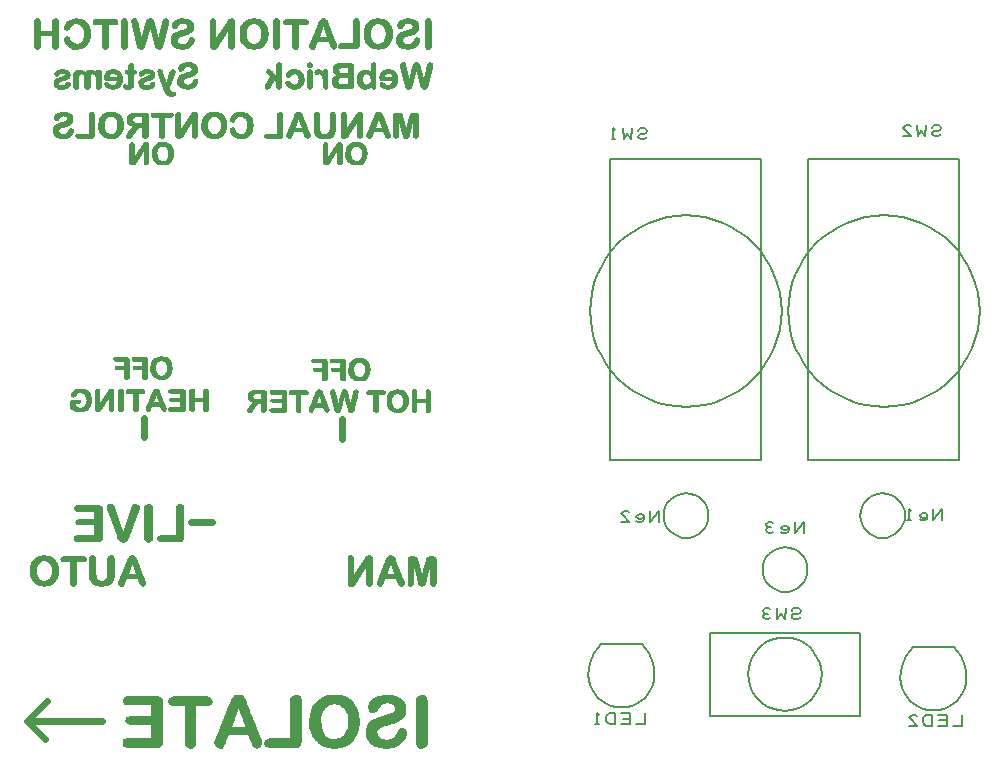
<source format=gbr>
%FSLAX23Y23*%
%MOIN*%
%ADD25C,0.00100*%
%ADD26C,0.00500*%
%ADD24C,0.02362*%
X000Y000D02*
D02*
D24*
X033Y1423D02*
X093Y1363D01*
X098Y1488D02*
X033Y1423D01*
X283D02*
X033D01*
X423Y2433D02*
Y2368D01*
X578Y2087D02*
X648D01*
X1083Y2428D02*
Y2362D01*
D02*
D25*
X356Y1887D02*
X361Y1899D01*
X400*
X405Y1887*
X408Y1881*
X410Y1877*
X416Y1874*
X422Y1877*
X425Y1884*
Y1887*
X422Y1893*
X397Y1956*
X395Y1962*
X392Y1969*
X388Y1973*
X381Y1975*
X373Y1973*
X370Y1969*
X367Y1964*
X364Y1956*
X339Y1893*
X336Y1887*
Y1884*
X339Y1877*
X345Y1874*
X350*
X351Y1877*
X354Y1882*
X356Y1887*
X395Y1914D02*
X367D01*
X381Y1953*
X395Y1914*
X320Y1917D02*
Y1962D01*
X317Y1972*
X310Y1975*
X302Y1972*
X299Y1962*
Y1915*
Y1907*
X298Y1901*
X291Y1893*
X285Y1890*
X279*
X269Y1892*
X263Y1896*
X260Y1904*
X258Y1915*
Y1962*
Y1969*
X255Y1972*
X249Y1975*
X241Y1972*
X238Y1969*
Y1962*
Y1917*
Y1906*
X239Y1896*
X244Y1890*
X249Y1884*
X262Y1876*
X277Y1874*
X296Y1876*
X304Y1879*
X310Y1884*
X317Y1896*
X320Y1906*
Y1917*
X153Y1955D02*
X175D01*
Y1885*
Y1881*
X178Y1877*
X184Y1874*
X189*
X192Y1877*
X195Y1881*
Y1885*
Y1955*
X217*
X224Y1956*
X227Y1962*
X224Y1969*
X217Y1972*
X153*
X147Y1969*
X143Y1962*
X147Y1956*
X153Y1955*
X088Y1975D02*
X074Y1973D01*
X063Y1969*
X054Y1961*
X046Y1951*
X043Y1939*
X041Y1925*
Y1914*
X044Y1904*
X047Y1895*
X054Y1888*
X060Y1882*
X068Y1877*
X077Y1876*
X088Y1874*
X099Y1876*
X109Y1877*
X117Y1882*
X123Y1888*
X132Y1904*
X134Y1914*
X136Y1925*
X134Y1936*
X132Y1945*
X123Y1961*
X117Y1967*
X109Y1972*
X099Y1973*
X088Y1975*
X062Y1925D02*
Y1934D01*
X065Y1944*
X069Y1950*
X074Y1955*
X080Y1958*
X088Y1959*
X099Y1956*
X107Y1950*
X114Y1939*
X115Y1925*
X114Y1910*
X107Y1898*
X099Y1892*
X088Y1890*
X082*
X074Y1893*
X069Y1898*
X065Y1906*
X063Y1914*
X062Y1925*
X085Y1875D02*
X091D01*
X184D02*
X189D01*
X273D02*
X282D01*
X344D02*
X350D01*
X415D02*
X417D01*
X079Y1876D02*
X098D01*
X182D02*
X190D01*
X264D02*
X293D01*
X342D02*
X350D01*
X413D02*
X419D01*
X073Y1877D02*
X104D01*
X180D02*
X191D01*
X260D02*
X298D01*
X340D02*
X351D01*
X411D02*
X420D01*
X068Y1877D02*
X109D01*
X178D02*
X192D01*
X259D02*
X300D01*
X339D02*
X351D01*
X410D02*
X422D01*
X066Y1878D02*
X110D01*
X177D02*
X193D01*
X257D02*
X303D01*
X338D02*
X352D01*
X409D02*
X423D01*
X065Y1879D02*
X112D01*
X176D02*
X194D01*
X256D02*
X305D01*
X338D02*
X353D01*
X409D02*
X423D01*
X063Y1880D02*
X114D01*
X175D02*
X195D01*
X254D02*
X306D01*
X337D02*
X353D01*
X408D02*
X424D01*
X061Y1881D02*
X115D01*
X175D02*
X195D01*
X253D02*
X307D01*
X337D02*
X354D01*
X408D02*
X424D01*
X060Y1882D02*
X117D01*
X175D02*
X195D01*
X251D02*
X308D01*
X336D02*
X354D01*
X407D02*
X425D01*
X059Y1883D02*
X118D01*
X175D02*
X195D01*
X250D02*
X310D01*
X336D02*
X355D01*
X407D02*
X425D01*
X058Y1884D02*
X119D01*
X175D02*
X195D01*
X249D02*
X311D01*
X336D02*
X355D01*
X406D02*
X425D01*
X057Y1885D02*
X119D01*
X175D02*
X195D01*
X248D02*
X311D01*
X336D02*
X355D01*
X406D02*
X425D01*
X056Y1886D02*
X120D01*
X175D02*
X195D01*
X247D02*
X311D01*
X336D02*
X356D01*
X405D02*
X425D01*
X055Y1887D02*
X121D01*
X175D02*
X195D01*
X247D02*
X312D01*
X336D02*
X356D01*
X405D02*
X425D01*
X054Y1888D02*
X122D01*
X175D02*
X195D01*
X246D02*
X312D01*
X336D02*
X356D01*
X404D02*
X425D01*
X053Y1889D02*
X123D01*
X175D02*
X195D01*
X245D02*
X313D01*
X336D02*
X357D01*
X404D02*
X424D01*
X052Y1890D02*
X124D01*
X175D02*
X195D01*
X244D02*
X313D01*
X337D02*
X357D01*
X404D02*
X424D01*
X052Y1891D02*
X081D01*
X092D02*
X124D01*
X175D02*
X195D01*
X244D02*
X275D01*
X286D02*
X314D01*
X337D02*
X357D01*
X403D02*
X423D01*
X051Y1892D02*
X078D01*
X099D02*
X125D01*
X175D02*
X195D01*
X243D02*
X270D01*
X288D02*
X314D01*
X338D02*
X358D01*
X403D02*
X423D01*
X050Y1892D02*
X076D01*
X100D02*
X125D01*
X175D02*
X195D01*
X242D02*
X268D01*
X290D02*
X315D01*
X338D02*
X358D01*
X403D02*
X423D01*
X049Y1893D02*
X074D01*
X102D02*
X126D01*
X175D02*
X195D01*
X242D02*
X267D01*
X292D02*
X315D01*
X339D02*
X358D01*
X402D02*
X422D01*
X048Y1894D02*
X073D01*
X103D02*
X126D01*
X175D02*
X195D01*
X241D02*
X266D01*
X292D02*
X316D01*
X339D02*
X359D01*
X402D02*
X422D01*
X047Y1895D02*
X072D01*
X104D02*
X127D01*
X175D02*
X195D01*
X240D02*
X264D01*
X293D02*
X316D01*
X340D02*
X359D01*
X402D02*
X421D01*
X047Y1896D02*
X071D01*
X105D02*
X128D01*
X175D02*
X195D01*
X240D02*
X263D01*
X294D02*
X317D01*
X340D02*
X360D01*
X401D02*
X421D01*
X047Y1897D02*
X070D01*
X106D02*
X128D01*
X175D02*
X195D01*
X239D02*
X263D01*
X295D02*
X317D01*
X340D02*
X360D01*
X401D02*
X421D01*
X046Y1898D02*
X069D01*
X107D02*
X129D01*
X175D02*
X195D01*
X239D02*
X262D01*
X295D02*
X317D01*
X341D02*
X360D01*
X401D02*
X420D01*
X046Y1899D02*
X069D01*
X108D02*
X129D01*
X175D02*
X195D01*
X239D02*
X262D01*
X296D02*
X318D01*
X341D02*
X361D01*
X400D02*
X420D01*
X046Y1900D02*
X068D01*
X108D02*
X130D01*
X175D02*
X195D01*
X239D02*
X262D01*
X297D02*
X318D01*
X341D02*
X419D01*
X045Y1901D02*
X068D01*
X109D02*
X130D01*
X175D02*
X195D01*
X239D02*
X261D01*
X298D02*
X318D01*
X342D02*
X419D01*
X045Y1902D02*
X067D01*
X109D02*
X131D01*
X175D02*
X195D01*
X239D02*
X261D01*
X298D02*
X318D01*
X342D02*
X419D01*
X045Y1903D02*
X066D01*
X110D02*
X132D01*
X175D02*
X195D01*
X238D02*
X261D01*
X298D02*
X319D01*
X343D02*
X418D01*
X044Y1904D02*
X066D01*
X110D02*
X132D01*
X175D02*
X195D01*
X238D02*
X260D01*
X298D02*
X319D01*
X343D02*
X418D01*
X044Y1905D02*
X065D01*
X111D02*
X132D01*
X175D02*
X195D01*
X238D02*
X260D01*
X299D02*
X319D01*
X343D02*
X418D01*
X044Y1906D02*
X065D01*
X111D02*
X133D01*
X175D02*
X195D01*
X238D02*
X260D01*
X299D02*
X320D01*
X344D02*
X417D01*
X043Y1907D02*
X065D01*
X112D02*
X133D01*
X175D02*
X195D01*
X238D02*
X260D01*
X299D02*
X320D01*
X344D02*
X417D01*
X043Y1907D02*
X064D01*
X112D02*
X133D01*
X175D02*
X195D01*
X238D02*
X259D01*
X299D02*
X320D01*
X344D02*
X416D01*
X043Y1908D02*
X064D01*
X112D02*
X133D01*
X175D02*
X195D01*
X238D02*
X259D01*
X299D02*
X320D01*
X345D02*
X416D01*
X042Y1909D02*
X064D01*
X113D02*
X133D01*
X175D02*
X195D01*
X238D02*
X259D01*
X299D02*
X320D01*
X345D02*
X416D01*
X042Y1910D02*
X064D01*
X113D02*
X133D01*
X175D02*
X195D01*
X238D02*
X259D01*
X299D02*
X320D01*
X346D02*
X415D01*
X042Y1911D02*
X064D01*
X114D02*
X134D01*
X175D02*
X195D01*
X238D02*
X259D01*
X299D02*
X320D01*
X346D02*
X415D01*
X042Y1912D02*
X063D01*
X114D02*
X134D01*
X175D02*
X195D01*
X238D02*
X259D01*
X299D02*
X320D01*
X346D02*
X415D01*
X041Y1913D02*
X063D01*
X114D02*
X134D01*
X175D02*
X195D01*
X238D02*
X259D01*
X299D02*
X320D01*
X347D02*
X414D01*
X041Y1914D02*
X063D01*
X114D02*
X134D01*
X175D02*
X195D01*
X238D02*
X259D01*
X299D02*
X320D01*
X347D02*
X367D01*
X395D02*
X414D01*
X041Y1915D02*
X063D01*
X114D02*
X134D01*
X175D02*
X195D01*
X238D02*
X258D01*
X299D02*
X320D01*
X347D02*
X368D01*
X395D02*
X413D01*
X041Y1916D02*
X063D01*
X114D02*
X134D01*
X175D02*
X195D01*
X238D02*
X258D01*
X299D02*
X320D01*
X348D02*
X368D01*
X395D02*
X413D01*
X041Y1917D02*
X063D01*
X114D02*
X134D01*
X175D02*
X195D01*
X238D02*
X258D01*
X299D02*
X320D01*
X348D02*
X368D01*
X394D02*
X413D01*
X041Y1918D02*
X063D01*
X114D02*
X135D01*
X175D02*
X195D01*
X238D02*
X258D01*
X299D02*
X320D01*
X349D02*
X369D01*
X394D02*
X412D01*
X041Y1919D02*
X062D01*
X114D02*
X135D01*
X175D02*
X195D01*
X238D02*
X258D01*
X299D02*
X320D01*
X349D02*
X369D01*
X394D02*
X412D01*
X041Y1920D02*
X062D01*
X115D02*
X135D01*
X175D02*
X195D01*
X238D02*
X258D01*
X299D02*
X320D01*
X349D02*
X369D01*
X393D02*
X412D01*
X041Y1921D02*
X062D01*
X115D02*
X135D01*
X175D02*
X195D01*
X238D02*
X258D01*
X299D02*
X320D01*
X350D02*
X370D01*
X393D02*
X411D01*
X041Y1922D02*
X062D01*
X115D02*
X135D01*
X175D02*
X195D01*
X238D02*
X258D01*
X299D02*
X320D01*
X350D02*
X370D01*
X393D02*
X411D01*
X041Y1922D02*
X062D01*
X115D02*
X135D01*
X175D02*
X195D01*
X238D02*
X258D01*
X299D02*
X320D01*
X350D02*
X370D01*
X392D02*
X410D01*
X041Y1923D02*
X062D01*
X115D02*
X135D01*
X175D02*
X195D01*
X238D02*
X258D01*
X299D02*
X320D01*
X351D02*
X371D01*
X392D02*
X410D01*
X041Y1924D02*
X062D01*
X115D02*
X136D01*
X175D02*
X195D01*
X238D02*
X258D01*
X299D02*
X320D01*
X351D02*
X371D01*
X392D02*
X410D01*
X041Y1925D02*
X062D01*
X115D02*
X135D01*
X175D02*
X195D01*
X238D02*
X258D01*
X299D02*
X320D01*
X352D02*
X371D01*
X391D02*
X409D01*
X041Y1926D02*
X062D01*
X115D02*
X135D01*
X175D02*
X195D01*
X238D02*
X258D01*
X299D02*
X320D01*
X352D02*
X372D01*
X391D02*
X409D01*
X041Y1927D02*
X062D01*
X115D02*
X135D01*
X175D02*
X195D01*
X238D02*
X258D01*
X299D02*
X320D01*
X352D02*
X372D01*
X391D02*
X409D01*
X041Y1928D02*
X062D01*
X115D02*
X135D01*
X175D02*
X195D01*
X238D02*
X258D01*
X299D02*
X320D01*
X353D02*
X372D01*
X390D02*
X408D01*
X042Y1929D02*
X062D01*
X115D02*
X135D01*
X175D02*
X195D01*
X238D02*
X258D01*
X299D02*
X320D01*
X353D02*
X373D01*
X390D02*
X408D01*
X042Y1930D02*
X062D01*
X114D02*
X135D01*
X175D02*
X195D01*
X238D02*
X258D01*
X299D02*
X320D01*
X353D02*
X373D01*
X390D02*
X407D01*
X042Y1931D02*
X062D01*
X114D02*
X135D01*
X175D02*
X195D01*
X238D02*
X258D01*
X299D02*
X320D01*
X354D02*
X373D01*
X389D02*
X407D01*
X042Y1932D02*
X062D01*
X114D02*
X135D01*
X175D02*
X195D01*
X238D02*
X258D01*
X299D02*
X320D01*
X354D02*
X374D01*
X389D02*
X407D01*
X042Y1933D02*
X062D01*
X114D02*
X134D01*
X175D02*
X195D01*
X238D02*
X258D01*
X299D02*
X320D01*
X355D02*
X374D01*
X389D02*
X406D01*
X042Y1934D02*
X062D01*
X114D02*
X134D01*
X175D02*
X195D01*
X238D02*
X258D01*
X299D02*
X320D01*
X355D02*
X374D01*
X388D02*
X406D01*
X042Y1935D02*
X062D01*
X114D02*
X134D01*
X175D02*
X195D01*
X238D02*
X258D01*
X299D02*
X320D01*
X355D02*
X375D01*
X388D02*
X406D01*
X042Y1936D02*
X062D01*
X114D02*
X134D01*
X175D02*
X195D01*
X238D02*
X258D01*
X299D02*
X320D01*
X356D02*
X375D01*
X387D02*
X405D01*
X042Y1937D02*
X062D01*
X114D02*
X134D01*
X175D02*
X195D01*
X238D02*
X258D01*
X299D02*
X320D01*
X356D02*
X375D01*
X387D02*
X405D01*
X042Y1937D02*
X063D01*
X114D02*
X134D01*
X175D02*
X195D01*
X238D02*
X258D01*
X299D02*
X320D01*
X356D02*
X376D01*
X387D02*
X404D01*
X043Y1938D02*
X063D01*
X114D02*
X134D01*
X175D02*
X195D01*
X238D02*
X258D01*
X299D02*
X320D01*
X357D02*
X376D01*
X386D02*
X404D01*
X043Y1939D02*
X063D01*
X113D02*
X133D01*
X175D02*
X195D01*
X238D02*
X258D01*
X299D02*
X320D01*
X357D02*
X376D01*
X386D02*
X404D01*
X043Y1940D02*
X064D01*
X113D02*
X133D01*
X175D02*
X195D01*
X238D02*
X258D01*
X299D02*
X320D01*
X358D02*
X377D01*
X386D02*
X403D01*
X043Y1941D02*
X064D01*
X112D02*
X133D01*
X175D02*
X195D01*
X238D02*
X258D01*
X299D02*
X320D01*
X358D02*
X377D01*
X385D02*
X403D01*
X043Y1942D02*
X064D01*
X112D02*
X133D01*
X175D02*
X195D01*
X238D02*
X258D01*
X299D02*
X320D01*
X358D02*
X377D01*
X385D02*
X403D01*
X044Y1943D02*
X065D01*
X111D02*
X133D01*
X175D02*
X195D01*
X238D02*
X258D01*
X299D02*
X320D01*
X359D02*
X378D01*
X385D02*
X402D01*
X044Y1944D02*
X065D01*
X111D02*
X133D01*
X175D02*
X195D01*
X238D02*
X258D01*
X299D02*
X320D01*
X359D02*
X378D01*
X384D02*
X402D01*
X044Y1945D02*
X066D01*
X110D02*
X132D01*
X175D02*
X195D01*
X238D02*
X258D01*
X299D02*
X320D01*
X359D02*
X378D01*
X384D02*
X401D01*
X044Y1946D02*
X066D01*
X109D02*
X132D01*
X175D02*
X195D01*
X238D02*
X258D01*
X299D02*
X320D01*
X360D02*
X379D01*
X384D02*
X401D01*
X045Y1947D02*
X067D01*
X109D02*
X131D01*
X175D02*
X195D01*
X238D02*
X258D01*
X299D02*
X320D01*
X360D02*
X379D01*
X383D02*
X401D01*
X045Y1948D02*
X068D01*
X108D02*
X131D01*
X175D02*
X195D01*
X238D02*
X258D01*
X299D02*
X320D01*
X361D02*
X379D01*
X383D02*
X400D01*
X045Y1949D02*
X069D01*
X108D02*
X130D01*
X175D02*
X195D01*
X238D02*
X258D01*
X299D02*
X320D01*
X361D02*
X380D01*
X383D02*
X400D01*
X045Y1950D02*
X069D01*
X107D02*
X130D01*
X175D02*
X195D01*
X238D02*
X258D01*
X299D02*
X320D01*
X361D02*
X380D01*
X382D02*
X400D01*
X046Y1951D02*
X070D01*
X106D02*
X129D01*
X175D02*
X195D01*
X238D02*
X258D01*
X299D02*
X320D01*
X362D02*
X380D01*
X382D02*
X399D01*
X046Y1952D02*
X071D01*
X105D02*
X129D01*
X175D02*
X195D01*
X238D02*
X258D01*
X299D02*
X320D01*
X362D02*
X381D01*
X382D02*
X399D01*
X047Y1952D02*
X072D01*
X104D02*
X128D01*
X175D02*
X195D01*
X238D02*
X258D01*
X299D02*
X320D01*
X362D02*
X381D01*
X381D02*
X398D01*
X047Y1953D02*
X073D01*
X103D02*
X127D01*
X175D02*
X195D01*
X238D02*
X258D01*
X299D02*
X320D01*
X363D02*
X398D01*
X048Y1954D02*
X074D01*
X102D02*
X127D01*
X175D02*
X195D01*
X238D02*
X258D01*
X299D02*
X320D01*
X363D02*
X398D01*
X049Y1955D02*
X075D01*
X100D02*
X126D01*
X150D02*
X220D01*
X238D02*
X258D01*
X299D02*
X320D01*
X364D02*
X397D01*
X050Y1956D02*
X077D01*
X099D02*
X126D01*
X147D02*
X224D01*
X238D02*
X258D01*
X299D02*
X320D01*
X364D02*
X397D01*
X051Y1957D02*
X079D01*
X096D02*
X125D01*
X146D02*
X224D01*
X238D02*
X258D01*
X299D02*
X320D01*
X364D02*
X397D01*
X051Y1958D02*
X082D01*
X093D02*
X125D01*
X146D02*
X225D01*
X238D02*
X258D01*
X299D02*
X320D01*
X365D02*
X396D01*
X052Y1959D02*
X087D01*
X089D02*
X124D01*
X145D02*
X225D01*
X238D02*
X258D01*
X299D02*
X320D01*
X365D02*
X396D01*
X053Y1960D02*
X124D01*
X145D02*
X226D01*
X238D02*
X258D01*
X299D02*
X320D01*
X365D02*
X396D01*
X054Y1961D02*
X123D01*
X144D02*
X226D01*
X238D02*
X258D01*
X299D02*
X320D01*
X366D02*
X396D01*
X055Y1962D02*
X122D01*
X144D02*
X227D01*
X238D02*
X258D01*
X299D02*
X320D01*
X366D02*
X396D01*
X056Y1963D02*
X121D01*
X144D02*
X227D01*
X238D02*
X258D01*
X299D02*
X320D01*
X367D02*
X395D01*
X057Y1964D02*
X120D01*
X144D02*
X226D01*
X238D02*
X258D01*
X300D02*
X319D01*
X367D02*
X395D01*
X058Y1965D02*
X119D01*
X145D02*
X226D01*
X238D02*
X258D01*
X300D02*
X319D01*
X367D02*
X394D01*
X059Y1966D02*
X118D01*
X145D02*
X225D01*
X238D02*
X258D01*
X300D02*
X319D01*
X368D02*
X394D01*
X060Y1966D02*
X117D01*
X145D02*
X225D01*
X238D02*
X258D01*
X301D02*
X318D01*
X369D02*
X393D01*
X062Y1967D02*
X116D01*
X146D02*
X224D01*
X238D02*
X258D01*
X301D02*
X318D01*
X369D02*
X393D01*
X063Y1968D02*
X115D01*
X146D02*
X224D01*
X238D02*
X258D01*
X301D02*
X318D01*
X370D02*
X392D01*
X064Y1969D02*
X113D01*
X148D02*
X223D01*
X238D02*
X258D01*
X302D02*
X318D01*
X371D02*
X392D01*
X067Y1970D02*
X112D01*
X150D02*
X221D01*
X239D02*
X257D01*
X302D02*
X317D01*
X371D02*
X391D01*
X069Y1971D02*
X110D01*
X151D02*
X219D01*
X240D02*
X256D01*
X302D02*
X317D01*
X372D02*
X390D01*
X071Y1972D02*
X108D01*
X242D02*
X255D01*
X303D02*
X316D01*
X372D02*
X389D01*
X073Y1973D02*
X102D01*
X244D02*
X253D01*
X305D02*
X314D01*
X373D02*
X388D01*
X079Y1974D02*
X096D01*
X246D02*
X251D01*
X308D02*
X312D01*
X376D02*
X385D01*
X087Y1975D02*
X089D01*
X249D02*
X249D01*
X310D02*
X311D01*
X381D02*
X382D01*
X478Y2638D02*
X468Y2637D01*
X459Y2633*
X452Y2628*
X446Y2620*
X444Y2611*
X443Y2600*
Y2592*
X445Y2585*
X448Y2578*
X452Y2573*
X457Y2568*
X463Y2565*
X470Y2564*
X478Y2563*
X487Y2564*
X494Y2565*
X500Y2568*
X504Y2573*
X511Y2585*
X513Y2592*
X514Y2600*
X513Y2609*
X511Y2616*
X504Y2628*
X500Y2632*
X494Y2636*
X487Y2637*
X478Y2638*
X458Y2600D02*
Y2607D01*
X461Y2615*
X464Y2619*
X468Y2623*
X472Y2625*
X478Y2626*
X487Y2624*
X492Y2619*
X497Y2611*
X498Y2600*
X497Y2590*
X492Y2580*
X487Y2576*
X478Y2574*
X474*
X468Y2577*
X464Y2580*
X461Y2586*
X459Y2592*
X458Y2600*
X386Y2624D02*
X416D01*
Y2606*
X391*
X386Y2605*
X385Y2600*
X386Y2597*
X391Y2596*
X416*
Y2572*
Y2567*
X418Y2565*
X420Y2563*
X423*
X426*
X429Y2565*
X431Y2567*
Y2571*
Y2626*
X430Y2632*
X428Y2635*
X422Y2636*
X386*
X381Y2635*
X380Y2630*
X381Y2625*
X386Y2624*
X325D02*
X354D01*
Y2606*
X329*
X325Y2605*
X324Y2600*
X325Y2597*
X329Y2596*
X354*
Y2572*
Y2567*
X357Y2565*
X359Y2563*
X361*
X365*
X367Y2565*
X370Y2567*
Y2571*
Y2626*
X368Y2632*
X366Y2635*
X360Y2636*
X325*
X320Y2635*
X319Y2630*
X320Y2625*
X325Y2624*
X358Y2563D02*
X365D01*
X420D02*
X427D01*
X475D02*
X482D01*
X358Y2564D02*
X366D01*
X419D02*
X428D01*
X468D02*
X488D01*
X357Y2565D02*
X367D01*
X418D02*
X429D01*
X463D02*
X494D01*
X356Y2566D02*
X368D01*
X417D02*
X430D01*
X461D02*
X495D01*
X355Y2567D02*
X369D01*
X416D02*
X431D01*
X460D02*
X497D01*
X354Y2568D02*
X370D01*
X416D02*
X431D01*
X458D02*
X498D01*
X354Y2569D02*
X370D01*
X416D02*
X431D01*
X457D02*
X500D01*
X354Y2570D02*
X370D01*
X416D02*
X431D01*
X456D02*
X501D01*
X354Y2571D02*
X370D01*
X416D02*
X431D01*
X455D02*
X502D01*
X354Y2572D02*
X370D01*
X416D02*
X431D01*
X454D02*
X503D01*
X354Y2572D02*
X370D01*
X416D02*
X431D01*
X453D02*
X504D01*
X354Y2573D02*
X370D01*
X416D02*
X431D01*
X452D02*
X504D01*
X354Y2574D02*
X370D01*
X416D02*
X431D01*
X451D02*
X505D01*
X354Y2575D02*
X370D01*
X416D02*
X431D01*
X450D02*
X471D01*
X485D02*
X506D01*
X354Y2576D02*
X370D01*
X416D02*
X431D01*
X449D02*
X469D01*
X487D02*
X506D01*
X354Y2577D02*
X370D01*
X416D02*
X431D01*
X448D02*
X467D01*
X489D02*
X507D01*
X354Y2578D02*
X370D01*
X416D02*
X431D01*
X448D02*
X466D01*
X490D02*
X507D01*
X354Y2579D02*
X370D01*
X416D02*
X431D01*
X447D02*
X465D01*
X491D02*
X508D01*
X354Y2580D02*
X370D01*
X416D02*
X431D01*
X447D02*
X464D01*
X492D02*
X508D01*
X354Y2581D02*
X370D01*
X416D02*
X431D01*
X447D02*
X464D01*
X493D02*
X509D01*
X354Y2582D02*
X370D01*
X416D02*
X431D01*
X446D02*
X463D01*
X493D02*
X509D01*
X354Y2583D02*
X370D01*
X416D02*
X431D01*
X446D02*
X463D01*
X494D02*
X510D01*
X354Y2584D02*
X370D01*
X416D02*
X431D01*
X446D02*
X462D01*
X494D02*
X511D01*
X354Y2585D02*
X370D01*
X416D02*
X431D01*
X445D02*
X462D01*
X495D02*
X511D01*
X354Y2586D02*
X370D01*
X416D02*
X431D01*
X445D02*
X461D01*
X495D02*
X511D01*
X354Y2587D02*
X370D01*
X416D02*
X431D01*
X445D02*
X461D01*
X496D02*
X512D01*
X354Y2587D02*
X370D01*
X416D02*
X431D01*
X444D02*
X460D01*
X496D02*
X512D01*
X354Y2588D02*
X370D01*
X416D02*
X431D01*
X444D02*
X460D01*
X497D02*
X512D01*
X354Y2589D02*
X370D01*
X416D02*
X431D01*
X444D02*
X460D01*
X497D02*
X512D01*
X354Y2590D02*
X370D01*
X416D02*
X431D01*
X443D02*
X460D01*
X497D02*
X512D01*
X354Y2591D02*
X370D01*
X416D02*
X431D01*
X443D02*
X460D01*
X497D02*
X512D01*
X354Y2592D02*
X370D01*
X416D02*
X431D01*
X443D02*
X459D01*
X497D02*
X513D01*
X354Y2593D02*
X370D01*
X416D02*
X431D01*
X443D02*
X459D01*
X498D02*
X513D01*
X354Y2594D02*
X370D01*
X416D02*
X431D01*
X443D02*
X459D01*
X498D02*
X513D01*
X354Y2595D02*
X370D01*
X416D02*
X431D01*
X443D02*
X459D01*
X498D02*
X513D01*
X328Y2596D02*
X370D01*
X390D02*
X431D01*
X443D02*
X459D01*
X498D02*
X513D01*
X325Y2597D02*
X370D01*
X386D02*
X431D01*
X443D02*
X459D01*
X498D02*
X513D01*
X324Y2598D02*
X370D01*
X386D02*
X431D01*
X443D02*
X459D01*
X498D02*
X513D01*
X324Y2599D02*
X370D01*
X386D02*
X431D01*
X443D02*
X458D01*
X498D02*
X514D01*
X324Y2600D02*
X370D01*
X385D02*
X431D01*
X443D02*
X458D01*
X498D02*
X514D01*
X324Y2601D02*
X370D01*
X385D02*
X431D01*
X443D02*
X458D01*
X498D02*
X514D01*
X324Y2602D02*
X370D01*
X385D02*
X431D01*
X443D02*
X458D01*
X498D02*
X514D01*
X324Y2602D02*
X370D01*
X386D02*
X431D01*
X443D02*
X458D01*
X498D02*
X513D01*
X324Y2603D02*
X370D01*
X386D02*
X431D01*
X443D02*
X458D01*
X498D02*
X513D01*
X325Y2604D02*
X370D01*
X386D02*
X431D01*
X443D02*
X458D01*
X498D02*
X513D01*
X325Y2605D02*
X370D01*
X387D02*
X431D01*
X443D02*
X458D01*
X498D02*
X513D01*
X329Y2606D02*
X370D01*
X391D02*
X431D01*
X444D02*
X458D01*
X498D02*
X513D01*
X354Y2607D02*
X370D01*
X416D02*
X431D01*
X444D02*
X458D01*
X498D02*
X513D01*
X354Y2608D02*
X370D01*
X416D02*
X431D01*
X444D02*
X458D01*
X498D02*
X513D01*
X354Y2609D02*
X370D01*
X416D02*
X431D01*
X444D02*
X459D01*
X497D02*
X512D01*
X354Y2610D02*
X370D01*
X416D02*
X431D01*
X444D02*
X459D01*
X497D02*
X512D01*
X354Y2611D02*
X370D01*
X416D02*
X431D01*
X444D02*
X459D01*
X497D02*
X512D01*
X354Y2612D02*
X370D01*
X416D02*
X431D01*
X444D02*
X460D01*
X497D02*
X512D01*
X354Y2613D02*
X370D01*
X416D02*
X431D01*
X444D02*
X460D01*
X496D02*
X512D01*
X354Y2614D02*
X370D01*
X416D02*
X431D01*
X445D02*
X460D01*
X496D02*
X512D01*
X354Y2615D02*
X370D01*
X416D02*
X431D01*
X445D02*
X461D01*
X495D02*
X512D01*
X354Y2616D02*
X370D01*
X416D02*
X431D01*
X445D02*
X461D01*
X495D02*
X511D01*
X354Y2617D02*
X370D01*
X416D02*
X431D01*
X445D02*
X462D01*
X494D02*
X511D01*
X354Y2617D02*
X370D01*
X416D02*
X431D01*
X446D02*
X463D01*
X494D02*
X510D01*
X354Y2618D02*
X370D01*
X416D02*
X431D01*
X446D02*
X463D01*
X493D02*
X510D01*
X354Y2619D02*
X370D01*
X416D02*
X431D01*
X446D02*
X464D01*
X492D02*
X509D01*
X354Y2620D02*
X370D01*
X416D02*
X431D01*
X446D02*
X465D01*
X491D02*
X509D01*
X354Y2621D02*
X370D01*
X416D02*
X431D01*
X447D02*
X466D01*
X490D02*
X508D01*
X354Y2622D02*
X370D01*
X416D02*
X431D01*
X448D02*
X467D01*
X489D02*
X508D01*
X354Y2623D02*
X370D01*
X416D02*
X431D01*
X449D02*
X468D01*
X488D02*
X507D01*
X325Y2624D02*
X370D01*
X386D02*
X431D01*
X449D02*
X470D01*
X486D02*
X506D01*
X321Y2625D02*
X370D01*
X382D02*
X431D01*
X450D02*
X472D01*
X483D02*
X506D01*
X320Y2626D02*
X370D01*
X381D02*
X431D01*
X451D02*
X476D01*
X480D02*
X505D01*
X320Y2627D02*
X370D01*
X381D02*
X431D01*
X452D02*
X505D01*
X319Y2628D02*
X369D01*
X381D02*
X431D01*
X453D02*
X504D01*
X319Y2629D02*
X369D01*
X381D02*
X431D01*
X454D02*
X503D01*
X319Y2630D02*
X369D01*
X380D02*
X430D01*
X455D02*
X502D01*
X319Y2631D02*
X369D01*
X380D02*
X430D01*
X456D02*
X501D01*
X319Y2632D02*
X369D01*
X381D02*
X430D01*
X457D02*
X500D01*
X319Y2632D02*
X368D01*
X381D02*
X430D01*
X458D02*
X499D01*
X320Y2633D02*
X367D01*
X381D02*
X429D01*
X459D02*
X498D01*
X320Y2634D02*
X366D01*
X381D02*
X428D01*
X461D02*
X496D01*
X323Y2635D02*
X363D01*
X384D02*
X424D01*
X464D02*
X495D01*
X466Y2636D02*
X491D01*
X469Y2637D02*
X486D01*
X477Y2638D02*
X479D01*
X483Y3353D02*
X473Y3352D01*
X464Y3348*
X457Y3343*
X451Y3335*
X449Y3326*
X448Y3315*
Y3307*
X450Y3300*
X453Y3293*
X457Y3288*
X462Y3283*
X468Y3280*
X475Y3279*
X483Y3278*
X492Y3279*
X499Y3280*
X505Y3283*
X509Y3288*
X516Y3300*
X518Y3307*
X519Y3315*
X518Y3324*
X516Y3331*
X509Y3343*
X505Y3347*
X499Y3351*
X492Y3352*
X483Y3353*
X463Y3315D02*
Y3322D01*
X466Y3330*
X469Y3334*
X473Y3338*
X477Y3340*
X483Y3341*
X492Y3339*
X497Y3334*
X502Y3326*
X503Y3315*
X502Y3305*
X497Y3295*
X492Y3291*
X483Y3289*
X479*
X473Y3292*
X469Y3295*
X466Y3301*
X464Y3307*
X463Y3315*
X416Y3344D02*
X388Y3301D01*
Y3345*
X385Y3351*
X381Y3353*
X376Y3351*
X373Y3345*
Y3287*
Y3283*
X376Y3280*
X378Y3278*
X382*
X385*
X389Y3280*
X391Y3282*
X394Y3286*
X421Y3328*
Y3286*
Y3282*
X423Y3280*
X428Y3278*
X433Y3280*
X435Y3286*
Y3343*
X434Y3348*
X431Y3352*
X427Y3353*
X423Y3352*
X420Y3351*
X418Y3347*
X416Y3344*
X378Y3278D02*
X386D01*
X427D02*
X429D01*
X480D02*
X487D01*
X377Y3279D02*
X387D01*
X425D02*
X431D01*
X473D02*
X493D01*
X376Y3280D02*
X389D01*
X423D02*
X433D01*
X468D02*
X499D01*
X375Y3281D02*
X390D01*
X422D02*
X433D01*
X466D02*
X500D01*
X375Y3282D02*
X391D01*
X421D02*
X433D01*
X465D02*
X502D01*
X374Y3283D02*
X392D01*
X421D02*
X434D01*
X463D02*
X503D01*
X373Y3284D02*
X392D01*
X421D02*
X434D01*
X462D02*
X505D01*
X373Y3285D02*
X393D01*
X421D02*
X434D01*
X461D02*
X506D01*
X373Y3286D02*
X393D01*
X421D02*
X435D01*
X460D02*
X507D01*
X373Y3287D02*
X394D01*
X421D02*
X435D01*
X459D02*
X508D01*
X373Y3287D02*
X395D01*
X421D02*
X435D01*
X458D02*
X509D01*
X373Y3288D02*
X395D01*
X421D02*
X435D01*
X457D02*
X509D01*
X373Y3289D02*
X396D01*
X421D02*
X435D01*
X456D02*
X510D01*
X373Y3290D02*
X396D01*
X421D02*
X435D01*
X455D02*
X476D01*
X490D02*
X511D01*
X373Y3291D02*
X397D01*
X421D02*
X435D01*
X454D02*
X474D01*
X492D02*
X511D01*
X373Y3292D02*
X398D01*
X421D02*
X435D01*
X453D02*
X472D01*
X494D02*
X512D01*
X373Y3293D02*
X398D01*
X421D02*
X435D01*
X453D02*
X471D01*
X495D02*
X512D01*
X373Y3294D02*
X399D01*
X421D02*
X435D01*
X452D02*
X470D01*
X496D02*
X513D01*
X373Y3295D02*
X399D01*
X421D02*
X435D01*
X452D02*
X469D01*
X497D02*
X513D01*
X373Y3296D02*
X400D01*
X421D02*
X435D01*
X452D02*
X469D01*
X498D02*
X514D01*
X373Y3297D02*
X401D01*
X421D02*
X435D01*
X451D02*
X468D01*
X498D02*
X514D01*
X373Y3298D02*
X401D01*
X421D02*
X435D01*
X451D02*
X468D01*
X499D02*
X515D01*
X373Y3299D02*
X402D01*
X421D02*
X435D01*
X451D02*
X467D01*
X499D02*
X516D01*
X373Y3300D02*
X402D01*
X421D02*
X435D01*
X450D02*
X467D01*
X500D02*
X516D01*
X373Y3301D02*
X403D01*
X421D02*
X435D01*
X450D02*
X466D01*
X500D02*
X516D01*
X373Y3302D02*
X388D01*
X388D02*
X404D01*
X421D02*
X435D01*
X450D02*
X466D01*
X501D02*
X517D01*
X373Y3302D02*
X388D01*
X388D02*
X404D01*
X421D02*
X435D01*
X449D02*
X465D01*
X501D02*
X517D01*
X373Y3303D02*
X388D01*
X389D02*
X405D01*
X421D02*
X435D01*
X449D02*
X465D01*
X502D02*
X517D01*
X373Y3304D02*
X388D01*
X390D02*
X405D01*
X421D02*
X435D01*
X449D02*
X465D01*
X502D02*
X517D01*
X373Y3305D02*
X388D01*
X390D02*
X406D01*
X421D02*
X435D01*
X448D02*
X465D01*
X502D02*
X517D01*
X373Y3306D02*
X388D01*
X391D02*
X407D01*
X421D02*
X435D01*
X448D02*
X465D01*
X502D02*
X517D01*
X373Y3307D02*
X388D01*
X392D02*
X407D01*
X421D02*
X435D01*
X448D02*
X464D01*
X502D02*
X518D01*
X373Y3308D02*
X388D01*
X392D02*
X408D01*
X421D02*
X435D01*
X448D02*
X464D01*
X503D02*
X518D01*
X373Y3309D02*
X388D01*
X393D02*
X408D01*
X421D02*
X435D01*
X448D02*
X464D01*
X503D02*
X518D01*
X373Y3310D02*
X388D01*
X393D02*
X409D01*
X421D02*
X435D01*
X448D02*
X464D01*
X503D02*
X518D01*
X373Y3311D02*
X388D01*
X394D02*
X410D01*
X421D02*
X435D01*
X448D02*
X464D01*
X503D02*
X518D01*
X373Y3312D02*
X388D01*
X395D02*
X410D01*
X421D02*
X435D01*
X448D02*
X464D01*
X503D02*
X518D01*
X373Y3313D02*
X388D01*
X395D02*
X411D01*
X421D02*
X435D01*
X448D02*
X464D01*
X503D02*
X518D01*
X373Y3314D02*
X388D01*
X396D02*
X411D01*
X421D02*
X435D01*
X448D02*
X463D01*
X503D02*
X519D01*
X373Y3315D02*
X388D01*
X397D02*
X412D01*
X421D02*
X435D01*
X448D02*
X463D01*
X503D02*
X519D01*
X373Y3316D02*
X388D01*
X397D02*
X413D01*
X421D02*
X435D01*
X448D02*
X463D01*
X503D02*
X519D01*
X373Y3317D02*
X388D01*
X398D02*
X413D01*
X421D02*
X435D01*
X448D02*
X463D01*
X503D02*
X519D01*
X373Y3317D02*
X388D01*
X398D02*
X414D01*
X421D02*
X435D01*
X448D02*
X463D01*
X503D02*
X518D01*
X373Y3318D02*
X388D01*
X399D02*
X414D01*
X421D02*
X435D01*
X448D02*
X463D01*
X503D02*
X518D01*
X373Y3319D02*
X388D01*
X400D02*
X415D01*
X421D02*
X435D01*
X448D02*
X463D01*
X503D02*
X518D01*
X373Y3320D02*
X388D01*
X400D02*
X416D01*
X421D02*
X435D01*
X448D02*
X463D01*
X503D02*
X518D01*
X373Y3321D02*
X388D01*
X401D02*
X416D01*
X421D02*
X435D01*
X449D02*
X463D01*
X503D02*
X518D01*
X373Y3322D02*
X388D01*
X402D02*
X417D01*
X421D02*
X435D01*
X449D02*
X463D01*
X503D02*
X518D01*
X373Y3323D02*
X388D01*
X402D02*
X417D01*
X421D02*
X435D01*
X449D02*
X463D01*
X503D02*
X518D01*
X373Y3324D02*
X388D01*
X403D02*
X418D01*
X421D02*
X435D01*
X449D02*
X464D01*
X502D02*
X517D01*
X373Y3325D02*
X388D01*
X403D02*
X419D01*
X421D02*
X435D01*
X449D02*
X464D01*
X502D02*
X517D01*
X373Y3326D02*
X388D01*
X404D02*
X419D01*
X421D02*
X435D01*
X449D02*
X464D01*
X502D02*
X517D01*
X373Y3327D02*
X388D01*
X405D02*
X420D01*
X421D02*
X435D01*
X449D02*
X465D01*
X502D02*
X517D01*
X373Y3328D02*
X388D01*
X405D02*
X420D01*
X421D02*
X435D01*
X449D02*
X465D01*
X501D02*
X517D01*
X373Y3329D02*
X388D01*
X406D02*
X435D01*
X450D02*
X465D01*
X501D02*
X517D01*
X373Y3330D02*
X388D01*
X407D02*
X435D01*
X450D02*
X466D01*
X500D02*
X517D01*
X373Y3331D02*
X388D01*
X407D02*
X435D01*
X450D02*
X466D01*
X500D02*
X516D01*
X373Y3332D02*
X388D01*
X408D02*
X435D01*
X450D02*
X467D01*
X499D02*
X516D01*
X373Y3332D02*
X388D01*
X408D02*
X435D01*
X451D02*
X468D01*
X499D02*
X515D01*
X373Y3333D02*
X388D01*
X409D02*
X435D01*
X451D02*
X468D01*
X498D02*
X515D01*
X373Y3334D02*
X388D01*
X410D02*
X435D01*
X451D02*
X469D01*
X497D02*
X514D01*
X373Y3335D02*
X388D01*
X410D02*
X435D01*
X451D02*
X470D01*
X496D02*
X514D01*
X373Y3336D02*
X388D01*
X411D02*
X435D01*
X452D02*
X471D01*
X495D02*
X513D01*
X373Y3337D02*
X388D01*
X412D02*
X435D01*
X453D02*
X472D01*
X494D02*
X513D01*
X373Y3338D02*
X388D01*
X412D02*
X435D01*
X454D02*
X473D01*
X493D02*
X512D01*
X373Y3339D02*
X388D01*
X413D02*
X435D01*
X454D02*
X475D01*
X491D02*
X511D01*
X373Y3340D02*
X388D01*
X413D02*
X435D01*
X455D02*
X477D01*
X488D02*
X511D01*
X373Y3341D02*
X388D01*
X414D02*
X435D01*
X456D02*
X481D01*
X485D02*
X510D01*
X373Y3342D02*
X388D01*
X415D02*
X435D01*
X457D02*
X510D01*
X373Y3343D02*
X388D01*
X415D02*
X435D01*
X458D02*
X509D01*
X373Y3344D02*
X388D01*
X416D02*
X435D01*
X459D02*
X508D01*
X373Y3345D02*
X388D01*
X417D02*
X434D01*
X460D02*
X507D01*
X374Y3346D02*
X387D01*
X417D02*
X434D01*
X461D02*
X506D01*
X374Y3347D02*
X387D01*
X418D02*
X434D01*
X462D02*
X505D01*
X374Y3347D02*
X387D01*
X418D02*
X434D01*
X463D02*
X504D01*
X375Y3348D02*
X386D01*
X419D02*
X434D01*
X464D02*
X503D01*
X375Y3349D02*
X386D01*
X419D02*
X433D01*
X466D02*
X501D01*
X376Y3350D02*
X385D01*
X419D02*
X432D01*
X469D02*
X500D01*
X377Y3351D02*
X384D01*
X421D02*
X432D01*
X471D02*
X496D01*
X378Y3352D02*
X383D01*
X424D02*
X431D01*
X474D02*
X491D01*
X380Y3353D02*
X381D01*
X426D02*
X427D01*
X482D02*
X484D01*
X528Y2131D02*
Y2043D01*
X479*
X469Y2039*
X465Y2033*
X469Y2025*
X479Y2023*
X538*
X545*
X549Y2027*
X551Y2031*
X553Y2039*
Y2131*
X549Y2143*
X542Y2147*
X532Y2143*
X528Y2139*
Y2131*
X449Y2037D02*
Y2131D01*
X445Y2143*
X437Y2147*
X427Y2143*
X423Y2139*
Y2131*
Y2037*
Y2029*
X427Y2025*
X431Y2021*
X437*
X445Y2025*
X449Y2029*
Y2037*
X378Y2131D02*
X351Y2049D01*
X323Y2131*
X321Y2137*
X319Y2141*
X315Y2145*
X309Y2147*
X303Y2145*
X299Y2141*
X297Y2135*
Y2131*
X299Y2127*
X301Y2123*
X331Y2045*
X333Y2035*
X337Y2029*
X343Y2023*
X351Y2021*
X358Y2023*
X364Y2027*
X368Y2035*
X372Y2045*
X400Y2123*
X402Y2127*
X404Y2131*
Y2135*
X400Y2143*
X392Y2147*
X386Y2145*
X382Y2143*
X380Y2137*
X378Y2131*
X201Y2123D02*
X256D01*
Y2096*
X205*
X197Y2094*
X193Y2086*
X197Y2080*
X205Y2078*
X256*
Y2043*
X199*
X189Y2041*
X187Y2033*
X189Y2025*
X199Y2023*
X266*
X274*
X278Y2027*
X280Y2031*
X282Y2039*
Y2127*
X280Y2137*
X276Y2141*
X266Y2143*
X201*
X191Y2141*
X189Y2133*
X191Y2125*
X201Y2123*
X350Y2021D02*
X352D01*
X431D02*
X438D01*
X346Y2022D02*
X355D01*
X430D02*
X440D01*
X198Y2023D02*
X274D01*
X343D02*
X359D01*
X429D02*
X441D01*
X478D02*
X546D01*
X193Y2024D02*
X275D01*
X342D02*
X360D01*
X428D02*
X443D01*
X473D02*
X547D01*
X189Y2025D02*
X276D01*
X341D02*
X362D01*
X427D02*
X445D01*
X469D02*
X548D01*
X189Y2026D02*
X277D01*
X340D02*
X363D01*
X426D02*
X446D01*
X468D02*
X548D01*
X189Y2027D02*
X278D01*
X339D02*
X364D01*
X425D02*
X447D01*
X468D02*
X549D01*
X188Y2028D02*
X278D01*
X338D02*
X365D01*
X424D02*
X448D01*
X467D02*
X550D01*
X188Y2029D02*
X279D01*
X337D02*
X365D01*
X424D02*
X449D01*
X467D02*
X550D01*
X188Y2030D02*
X279D01*
X336D02*
X366D01*
X423D02*
X449D01*
X466D02*
X551D01*
X188Y2031D02*
X280D01*
X336D02*
X366D01*
X423D02*
X449D01*
X466D02*
X551D01*
X188Y2032D02*
X280D01*
X335D02*
X367D01*
X423D02*
X449D01*
X465D02*
X552D01*
X187Y2032D02*
X280D01*
X334D02*
X367D01*
X423D02*
X449D01*
X465D02*
X552D01*
X187Y2033D02*
X280D01*
X334D02*
X368D01*
X423D02*
X449D01*
X465D02*
X552D01*
X188Y2034D02*
X281D01*
X333D02*
X368D01*
X423D02*
X449D01*
X466D02*
X552D01*
X188Y2035D02*
X281D01*
X333D02*
X369D01*
X423D02*
X449D01*
X466D02*
X552D01*
X188Y2036D02*
X281D01*
X333D02*
X369D01*
X423D02*
X449D01*
X467D02*
X553D01*
X188Y2037D02*
X281D01*
X332D02*
X369D01*
X423D02*
X449D01*
X468D02*
X553D01*
X189Y2038D02*
X282D01*
X332D02*
X370D01*
X423D02*
X449D01*
X468D02*
X553D01*
X189Y2039D02*
X282D01*
X332D02*
X370D01*
X423D02*
X449D01*
X470D02*
X553D01*
X189Y2040D02*
X282D01*
X332D02*
X370D01*
X423D02*
X449D01*
X472D02*
X553D01*
X190Y2041D02*
X282D01*
X332D02*
X371D01*
X423D02*
X449D01*
X474D02*
X553D01*
X195Y2042D02*
X282D01*
X331D02*
X371D01*
X423D02*
X449D01*
X477D02*
X553D01*
X256Y2043D02*
X282D01*
X331D02*
X372D01*
X423D02*
X449D01*
X528D02*
X553D01*
X256Y2044D02*
X282D01*
X331D02*
X372D01*
X423D02*
X449D01*
X528D02*
X553D01*
X256Y2045D02*
X282D01*
X331D02*
X372D01*
X423D02*
X449D01*
X528D02*
X553D01*
X256Y2046D02*
X282D01*
X331D02*
X373D01*
X423D02*
X449D01*
X528D02*
X553D01*
X256Y2047D02*
X282D01*
X330D02*
X373D01*
X423D02*
X449D01*
X528D02*
X553D01*
X256Y2047D02*
X282D01*
X330D02*
X373D01*
X423D02*
X449D01*
X528D02*
X553D01*
X256Y2048D02*
X282D01*
X329D02*
X374D01*
X423D02*
X449D01*
X528D02*
X553D01*
X256Y2049D02*
X282D01*
X329D02*
X350D01*
X351D02*
X374D01*
X423D02*
X449D01*
X528D02*
X553D01*
X256Y2050D02*
X282D01*
X329D02*
X350D01*
X351D02*
X374D01*
X423D02*
X449D01*
X528D02*
X553D01*
X256Y2051D02*
X282D01*
X328D02*
X350D01*
X351D02*
X375D01*
X423D02*
X449D01*
X528D02*
X553D01*
X256Y2052D02*
X282D01*
X328D02*
X349D01*
X352D02*
X375D01*
X423D02*
X449D01*
X528D02*
X553D01*
X256Y2053D02*
X282D01*
X328D02*
X349D01*
X352D02*
X375D01*
X423D02*
X449D01*
X528D02*
X553D01*
X256Y2054D02*
X282D01*
X327D02*
X349D01*
X352D02*
X376D01*
X423D02*
X449D01*
X528D02*
X553D01*
X256Y2055D02*
X282D01*
X327D02*
X348D01*
X353D02*
X376D01*
X423D02*
X449D01*
X528D02*
X553D01*
X256Y2056D02*
X282D01*
X327D02*
X348D01*
X353D02*
X376D01*
X423D02*
X449D01*
X528D02*
X553D01*
X256Y2057D02*
X282D01*
X326D02*
X348D01*
X353D02*
X377D01*
X423D02*
X449D01*
X528D02*
X553D01*
X256Y2058D02*
X282D01*
X326D02*
X348D01*
X354D02*
X377D01*
X423D02*
X449D01*
X528D02*
X553D01*
X256Y2059D02*
X282D01*
X326D02*
X347D01*
X354D02*
X377D01*
X423D02*
X449D01*
X528D02*
X553D01*
X256Y2060D02*
X282D01*
X325D02*
X347D01*
X354D02*
X378D01*
X423D02*
X449D01*
X528D02*
X553D01*
X256Y2061D02*
X282D01*
X325D02*
X347D01*
X355D02*
X378D01*
X423D02*
X449D01*
X528D02*
X553D01*
X256Y2062D02*
X282D01*
X325D02*
X346D01*
X355D02*
X378D01*
X423D02*
X449D01*
X528D02*
X553D01*
X256Y2062D02*
X282D01*
X324D02*
X346D01*
X355D02*
X379D01*
X423D02*
X449D01*
X528D02*
X553D01*
X256Y2063D02*
X282D01*
X324D02*
X346D01*
X356D02*
X379D01*
X423D02*
X449D01*
X528D02*
X553D01*
X256Y2064D02*
X282D01*
X324D02*
X345D01*
X356D02*
X379D01*
X423D02*
X449D01*
X528D02*
X553D01*
X256Y2065D02*
X282D01*
X323D02*
X345D01*
X356D02*
X379D01*
X423D02*
X449D01*
X528D02*
X553D01*
X256Y2066D02*
X282D01*
X323D02*
X345D01*
X356D02*
X380D01*
X423D02*
X449D01*
X528D02*
X553D01*
X256Y2067D02*
X282D01*
X322D02*
X344D01*
X357D02*
X380D01*
X423D02*
X449D01*
X528D02*
X553D01*
X256Y2068D02*
X282D01*
X322D02*
X344D01*
X357D02*
X380D01*
X423D02*
X449D01*
X528D02*
X553D01*
X256Y2069D02*
X282D01*
X322D02*
X344D01*
X357D02*
X381D01*
X423D02*
X449D01*
X528D02*
X553D01*
X256Y2070D02*
X282D01*
X321D02*
X343D01*
X358D02*
X381D01*
X423D02*
X449D01*
X528D02*
X553D01*
X256Y2071D02*
X282D01*
X321D02*
X343D01*
X358D02*
X381D01*
X423D02*
X449D01*
X528D02*
X553D01*
X256Y2072D02*
X282D01*
X321D02*
X343D01*
X358D02*
X382D01*
X423D02*
X449D01*
X528D02*
X553D01*
X256Y2073D02*
X282D01*
X320D02*
X343D01*
X359D02*
X382D01*
X423D02*
X449D01*
X528D02*
X553D01*
X256Y2074D02*
X282D01*
X320D02*
X342D01*
X359D02*
X382D01*
X423D02*
X449D01*
X528D02*
X553D01*
X256Y2075D02*
X282D01*
X320D02*
X342D01*
X359D02*
X383D01*
X423D02*
X449D01*
X528D02*
X553D01*
X256Y2076D02*
X282D01*
X319D02*
X342D01*
X360D02*
X383D01*
X423D02*
X449D01*
X528D02*
X553D01*
X256Y2077D02*
X282D01*
X319D02*
X341D01*
X360D02*
X383D01*
X423D02*
X449D01*
X528D02*
X553D01*
X256Y2077D02*
X282D01*
X319D02*
X341D01*
X360D02*
X384D01*
X423D02*
X449D01*
X528D02*
X553D01*
X204Y2078D02*
X282D01*
X318D02*
X341D01*
X361D02*
X384D01*
X423D02*
X449D01*
X528D02*
X553D01*
X200Y2079D02*
X282D01*
X318D02*
X340D01*
X361D02*
X384D01*
X423D02*
X449D01*
X528D02*
X553D01*
X197Y2080D02*
X282D01*
X318D02*
X340D01*
X361D02*
X385D01*
X423D02*
X449D01*
X528D02*
X553D01*
X196Y2081D02*
X282D01*
X317D02*
X340D01*
X361D02*
X385D01*
X423D02*
X449D01*
X528D02*
X553D01*
X196Y2082D02*
X282D01*
X317D02*
X339D01*
X362D02*
X385D01*
X423D02*
X449D01*
X528D02*
X553D01*
X195Y2083D02*
X282D01*
X316D02*
X339D01*
X362D02*
X386D01*
X423D02*
X449D01*
X528D02*
X553D01*
X194Y2084D02*
X282D01*
X316D02*
X339D01*
X362D02*
X386D01*
X423D02*
X449D01*
X528D02*
X553D01*
X194Y2085D02*
X282D01*
X316D02*
X338D01*
X363D02*
X386D01*
X423D02*
X449D01*
X528D02*
X553D01*
X193Y2086D02*
X282D01*
X315D02*
X338D01*
X363D02*
X387D01*
X423D02*
X449D01*
X528D02*
X553D01*
X194Y2087D02*
X282D01*
X315D02*
X338D01*
X363D02*
X387D01*
X423D02*
X449D01*
X528D02*
X553D01*
X194Y2088D02*
X282D01*
X315D02*
X338D01*
X364D02*
X387D01*
X423D02*
X449D01*
X528D02*
X553D01*
X194Y2089D02*
X282D01*
X314D02*
X337D01*
X364D02*
X388D01*
X423D02*
X449D01*
X528D02*
X553D01*
X195Y2090D02*
X282D01*
X314D02*
X337D01*
X364D02*
X388D01*
X423D02*
X449D01*
X528D02*
X553D01*
X195Y2091D02*
X282D01*
X314D02*
X337D01*
X365D02*
X388D01*
X423D02*
X449D01*
X528D02*
X553D01*
X196Y2092D02*
X282D01*
X313D02*
X336D01*
X365D02*
X389D01*
X423D02*
X449D01*
X528D02*
X553D01*
X196Y2092D02*
X282D01*
X313D02*
X336D01*
X365D02*
X389D01*
X423D02*
X449D01*
X528D02*
X553D01*
X197Y2093D02*
X282D01*
X313D02*
X336D01*
X366D02*
X389D01*
X423D02*
X449D01*
X528D02*
X553D01*
X199Y2094D02*
X282D01*
X312D02*
X335D01*
X366D02*
X390D01*
X423D02*
X449D01*
X528D02*
X553D01*
X203Y2095D02*
X282D01*
X312D02*
X335D01*
X366D02*
X390D01*
X423D02*
X449D01*
X528D02*
X553D01*
X256Y2096D02*
X282D01*
X312D02*
X335D01*
X366D02*
X390D01*
X423D02*
X449D01*
X528D02*
X553D01*
X256Y2097D02*
X282D01*
X311D02*
X334D01*
X367D02*
X391D01*
X423D02*
X449D01*
X528D02*
X553D01*
X256Y2098D02*
X282D01*
X311D02*
X334D01*
X367D02*
X391D01*
X423D02*
X449D01*
X528D02*
X553D01*
X256Y2099D02*
X282D01*
X311D02*
X334D01*
X367D02*
X391D01*
X423D02*
X449D01*
X528D02*
X553D01*
X256Y2100D02*
X282D01*
X310D02*
X333D01*
X368D02*
X392D01*
X423D02*
X449D01*
X528D02*
X553D01*
X256Y2101D02*
X282D01*
X310D02*
X333D01*
X368D02*
X392D01*
X423D02*
X449D01*
X528D02*
X553D01*
X256Y2102D02*
X282D01*
X309D02*
X333D01*
X368D02*
X392D01*
X423D02*
X449D01*
X528D02*
X553D01*
X256Y2103D02*
X282D01*
X309D02*
X333D01*
X369D02*
X393D01*
X423D02*
X449D01*
X528D02*
X553D01*
X256Y2104D02*
X282D01*
X309D02*
X332D01*
X369D02*
X393D01*
X423D02*
X449D01*
X528D02*
X553D01*
X256Y2105D02*
X282D01*
X308D02*
X332D01*
X369D02*
X393D01*
X423D02*
X449D01*
X528D02*
X553D01*
X256Y2106D02*
X282D01*
X308D02*
X332D01*
X370D02*
X394D01*
X423D02*
X449D01*
X528D02*
X553D01*
X256Y2107D02*
X282D01*
X308D02*
X331D01*
X370D02*
X394D01*
X423D02*
X449D01*
X528D02*
X553D01*
X256Y2107D02*
X282D01*
X307D02*
X331D01*
X370D02*
X394D01*
X423D02*
X449D01*
X528D02*
X553D01*
X256Y2108D02*
X282D01*
X307D02*
X331D01*
X371D02*
X395D01*
X423D02*
X449D01*
X528D02*
X553D01*
X256Y2109D02*
X282D01*
X307D02*
X330D01*
X371D02*
X395D01*
X423D02*
X449D01*
X528D02*
X553D01*
X256Y2110D02*
X282D01*
X306D02*
X330D01*
X371D02*
X395D01*
X423D02*
X449D01*
X528D02*
X553D01*
X256Y2111D02*
X282D01*
X306D02*
X330D01*
X371D02*
X396D01*
X423D02*
X449D01*
X528D02*
X553D01*
X256Y2112D02*
X282D01*
X306D02*
X329D01*
X372D02*
X396D01*
X423D02*
X449D01*
X528D02*
X553D01*
X256Y2113D02*
X282D01*
X305D02*
X329D01*
X372D02*
X396D01*
X423D02*
X449D01*
X528D02*
X553D01*
X256Y2114D02*
X282D01*
X305D02*
X329D01*
X372D02*
X397D01*
X423D02*
X449D01*
X528D02*
X553D01*
X256Y2115D02*
X282D01*
X305D02*
X328D01*
X373D02*
X397D01*
X423D02*
X449D01*
X528D02*
X553D01*
X256Y2116D02*
X282D01*
X304D02*
X328D01*
X373D02*
X397D01*
X423D02*
X449D01*
X528D02*
X553D01*
X256Y2117D02*
X282D01*
X304D02*
X328D01*
X373D02*
X398D01*
X423D02*
X449D01*
X528D02*
X553D01*
X256Y2118D02*
X282D01*
X303D02*
X328D01*
X374D02*
X398D01*
X423D02*
X449D01*
X528D02*
X553D01*
X256Y2119D02*
X282D01*
X303D02*
X327D01*
X374D02*
X398D01*
X423D02*
X449D01*
X528D02*
X553D01*
X256Y2120D02*
X282D01*
X303D02*
X327D01*
X374D02*
X399D01*
X423D02*
X449D01*
X528D02*
X553D01*
X256Y2121D02*
X282D01*
X302D02*
X327D01*
X375D02*
X399D01*
X423D02*
X449D01*
X528D02*
X553D01*
X256Y2121D02*
X282D01*
X302D02*
X326D01*
X375D02*
X399D01*
X423D02*
X449D01*
X528D02*
X553D01*
X256Y2122D02*
X282D01*
X302D02*
X326D01*
X375D02*
X399D01*
X423D02*
X449D01*
X528D02*
X553D01*
X201Y2123D02*
X282D01*
X301D02*
X326D01*
X376D02*
X400D01*
X423D02*
X449D01*
X528D02*
X553D01*
X196Y2124D02*
X282D01*
X301D02*
X325D01*
X376D02*
X400D01*
X423D02*
X449D01*
X528D02*
X553D01*
X191Y2125D02*
X282D01*
X300D02*
X325D01*
X376D02*
X401D01*
X423D02*
X449D01*
X528D02*
X553D01*
X191Y2126D02*
X282D01*
X300D02*
X325D01*
X376D02*
X401D01*
X423D02*
X449D01*
X528D02*
X553D01*
X191Y2127D02*
X282D01*
X299D02*
X324D01*
X377D02*
X402D01*
X423D02*
X449D01*
X528D02*
X553D01*
X190Y2128D02*
X282D01*
X299D02*
X324D01*
X377D02*
X402D01*
X423D02*
X449D01*
X528D02*
X553D01*
X190Y2129D02*
X281D01*
X299D02*
X324D01*
X377D02*
X403D01*
X423D02*
X449D01*
X528D02*
X553D01*
X190Y2130D02*
X281D01*
X298D02*
X323D01*
X378D02*
X403D01*
X423D02*
X449D01*
X528D02*
X553D01*
X190Y2131D02*
X281D01*
X298D02*
X323D01*
X378D02*
X404D01*
X423D02*
X449D01*
X528D02*
X553D01*
X190Y2132D02*
X281D01*
X297D02*
X323D01*
X378D02*
X404D01*
X423D02*
X449D01*
X528D02*
X553D01*
X189Y2133D02*
X281D01*
X297D02*
X323D01*
X379D02*
X404D01*
X423D02*
X449D01*
X528D02*
X553D01*
X189Y2134D02*
X280D01*
X297D02*
X322D01*
X379D02*
X404D01*
X423D02*
X448D01*
X528D02*
X553D01*
X190Y2135D02*
X280D01*
X297D02*
X322D01*
X379D02*
X404D01*
X423D02*
X448D01*
X528D02*
X552D01*
X190Y2136D02*
X280D01*
X298D02*
X322D01*
X380D02*
X404D01*
X423D02*
X448D01*
X528D02*
X552D01*
X190Y2136D02*
X280D01*
X298D02*
X321D01*
X380D02*
X403D01*
X423D02*
X447D01*
X528D02*
X552D01*
X190Y2137D02*
X279D01*
X298D02*
X321D01*
X380D02*
X403D01*
X423D02*
X447D01*
X528D02*
X551D01*
X190Y2138D02*
X278D01*
X299D02*
X320D01*
X381D02*
X402D01*
X423D02*
X447D01*
X528D02*
X551D01*
X191Y2139D02*
X278D01*
X299D02*
X320D01*
X381D02*
X402D01*
X424D02*
X446D01*
X528D02*
X551D01*
X191Y2140D02*
X277D01*
X299D02*
X320D01*
X381D02*
X401D01*
X425D02*
X446D01*
X529D02*
X550D01*
X192Y2141D02*
X275D01*
X300D02*
X319D01*
X381D02*
X401D01*
X426D02*
X446D01*
X530D02*
X550D01*
X196Y2142D02*
X270D01*
X300D02*
X318D01*
X382D02*
X400D01*
X426D02*
X445D01*
X531D02*
X550D01*
X301Y2143D02*
X317D01*
X382D02*
X400D01*
X427D02*
X445D01*
X532D02*
X549D01*
X302Y2144D02*
X316D01*
X384D02*
X398D01*
X430D02*
X443D01*
X534D02*
X547D01*
X303Y2145D02*
X315D01*
X386D02*
X396D01*
X432D02*
X441D01*
X536D02*
X546D01*
X306Y2146D02*
X313D01*
X389D02*
X394D01*
X434D02*
X439D01*
X539D02*
X544D01*
X309Y2147D02*
X310D01*
X391D02*
X392D01*
X437D02*
X438D01*
X541D02*
X542D01*
X619Y2522D02*
Y2500D01*
X589*
Y2522*
X586Y2529*
X582Y2531*
X576Y2529*
X573Y2526*
Y2522*
Y2465*
Y2460*
X576Y2458*
X578Y2455*
X582*
X584*
X586Y2458*
X589Y2460*
Y2464*
Y2488*
X619*
Y2464*
Y2460*
X622Y2458*
X624Y2455*
X628*
X632Y2458*
X635Y2460*
Y2465*
Y2522*
X632Y2529*
X628Y2531*
X622Y2529*
X619Y2526*
Y2522*
X510Y2517D02*
X543D01*
Y2500*
X512*
X507Y2499*
X505Y2494*
X507Y2491*
X512Y2490*
X543*
Y2468*
X508*
X503Y2467*
X501Y2462*
X503Y2458*
X508Y2457*
X549*
X553*
X556Y2459*
X557Y2461*
X558Y2466*
Y2519*
X557Y2525*
X555Y2527*
X549Y2529*
X510*
X504Y2527*
X503Y2523*
X504Y2518*
X510Y2517*
X442Y2465D02*
X446Y2474D01*
X475*
X479Y2465*
X481Y2460*
X482Y2458*
X487Y2455*
X492Y2458*
X494Y2462*
Y2465*
X492Y2470*
X473Y2517*
X472Y2522*
X469Y2526*
X466Y2530*
X461Y2531*
X455Y2530*
X453Y2526*
X451Y2523*
X448Y2517*
X429Y2470*
X427Y2465*
Y2462*
X429Y2458*
X434Y2455*
X438*
X439Y2458*
X441Y2461*
X442Y2465*
X472Y2485D02*
X451D01*
X461Y2514*
X472Y2485*
X368Y2516D02*
X384D01*
Y2464*
Y2460*
X387Y2458*
X392Y2455*
X395*
X397Y2458*
X400Y2460*
Y2464*
Y2516*
X416*
X421Y2517*
X423Y2522*
X421Y2526*
X416Y2529*
X368*
X363Y2526*
X361Y2522*
X363Y2517*
X368Y2516*
X351Y2465D02*
Y2522D01*
X349Y2529*
X344Y2531*
X338Y2529*
X336Y2526*
Y2522*
Y2465*
Y2460*
X338Y2458*
X341Y2455*
X344*
X349Y2458*
X351Y2460*
Y2465*
X301Y2522D02*
X272Y2479D01*
Y2523*
X270Y2529*
X265Y2531*
X260Y2529*
X258Y2523*
Y2465*
Y2461*
X260Y2458*
X263Y2455*
X266*
X270*
X273Y2458*
X276Y2460*
X278Y2464*
X305Y2506*
Y2464*
Y2460*
X308Y2458*
X312Y2455*
X317Y2458*
X319Y2464*
Y2520*
X318Y2526*
X316Y2530*
X311Y2531*
X308Y2530*
X304Y2529*
X303Y2525*
X301Y2522*
X175Y2486D02*
Y2472D01*
Y2468*
X178Y2465*
X182Y2462*
X194Y2457*
X208Y2455*
X216*
X224Y2458*
X230Y2461*
X234Y2465*
X239Y2471*
X243Y2478*
X244Y2485*
X245Y2493*
X244Y2501*
X243Y2509*
X239Y2516*
X236Y2520*
X230Y2525*
X223Y2529*
X216Y2530*
X207Y2531*
X194Y2529*
X188Y2526*
X185Y2524*
X179Y2517*
X178Y2511*
Y2509*
X180Y2506*
X185Y2504*
X188Y2505*
X191Y2507*
X195Y2513*
X200Y2518*
X208Y2519*
X217Y2517*
X224Y2512*
X229Y2504*
X230Y2493*
X229Y2483*
X224Y2474*
X217Y2468*
X208Y2467*
X199Y2468*
X190Y2472*
Y2484*
X200*
X207Y2485*
X208Y2488*
X207Y2493*
X203Y2494*
X186*
X180Y2493*
X177Y2491*
X175Y2486*
X202Y2456D02*
X217D01*
X262D02*
X271D01*
X311D02*
X313D01*
X340D02*
X345D01*
X390D02*
X396D01*
X433D02*
X438D01*
X486D02*
X488D01*
X578D02*
X585D01*
X624D02*
X629D01*
X194Y2457D02*
X221D01*
X261D02*
X272D01*
X309D02*
X315D01*
X339D02*
X347D01*
X389D02*
X397D01*
X431D02*
X438D01*
X484D02*
X490D01*
X507D02*
X554D01*
X577D02*
X586D01*
X623D02*
X631D01*
X192Y2458D02*
X224D01*
X260D02*
X273D01*
X308D02*
X317D01*
X338D02*
X349D01*
X387D02*
X397D01*
X429D02*
X439D01*
X482D02*
X492D01*
X503D02*
X555D01*
X576D02*
X586D01*
X622D02*
X633D01*
X190Y2459D02*
X225D01*
X260D02*
X274D01*
X307D02*
X318D01*
X337D02*
X350D01*
X386D02*
X398D01*
X429D02*
X439D01*
X482D02*
X492D01*
X502D02*
X556D01*
X575D02*
X587D01*
X621D02*
X633D01*
X188Y2460D02*
X227D01*
X259D02*
X275D01*
X306D02*
X318D01*
X336D02*
X351D01*
X385D02*
X399D01*
X428D02*
X440D01*
X482D02*
X493D01*
X502D02*
X556D01*
X574D02*
X588D01*
X620D02*
X634D01*
X186Y2461D02*
X229D01*
X259D02*
X276D01*
X305D02*
X318D01*
X336D02*
X351D01*
X384D02*
X400D01*
X428D02*
X441D01*
X481D02*
X493D01*
X502D02*
X557D01*
X573D02*
X589D01*
X619D02*
X635D01*
X184Y2462D02*
X230D01*
X258D02*
X277D01*
X305D02*
X319D01*
X336D02*
X351D01*
X384D02*
X400D01*
X427D02*
X441D01*
X481D02*
X494D01*
X502D02*
X557D01*
X573D02*
X589D01*
X619D02*
X635D01*
X182Y2462D02*
X231D01*
X258D02*
X277D01*
X305D02*
X319D01*
X336D02*
X351D01*
X384D02*
X400D01*
X427D02*
X442D01*
X480D02*
X494D01*
X501D02*
X557D01*
X573D02*
X589D01*
X619D02*
X635D01*
X181Y2463D02*
X233D01*
X258D02*
X278D01*
X305D02*
X319D01*
X336D02*
X351D01*
X384D02*
X400D01*
X427D02*
X442D01*
X480D02*
X494D01*
X502D02*
X557D01*
X573D02*
X589D01*
X619D02*
X635D01*
X179Y2464D02*
X234D01*
X258D02*
X279D01*
X305D02*
X319D01*
X336D02*
X351D01*
X384D02*
X400D01*
X427D02*
X442D01*
X479D02*
X494D01*
X502D02*
X558D01*
X573D02*
X589D01*
X619D02*
X635D01*
X177Y2465D02*
X235D01*
X258D02*
X279D01*
X305D02*
X319D01*
X336D02*
X351D01*
X384D02*
X400D01*
X427D02*
X443D01*
X479D02*
X494D01*
X502D02*
X558D01*
X573D02*
X589D01*
X619D02*
X635D01*
X177Y2466D02*
X236D01*
X258D02*
X280D01*
X305D02*
X319D01*
X336D02*
X351D01*
X384D02*
X400D01*
X428D02*
X443D01*
X478D02*
X494D01*
X502D02*
X558D01*
X573D02*
X589D01*
X619D02*
X635D01*
X176Y2467D02*
X236D01*
X258D02*
X280D01*
X305D02*
X319D01*
X336D02*
X351D01*
X384D02*
X400D01*
X428D02*
X443D01*
X478D02*
X493D01*
X503D02*
X558D01*
X573D02*
X589D01*
X619D02*
X635D01*
X176Y2468D02*
X201D01*
X215D02*
X237D01*
X258D02*
X281D01*
X305D02*
X319D01*
X336D02*
X351D01*
X384D02*
X400D01*
X429D02*
X444D01*
X478D02*
X493D01*
X507D02*
X558D01*
X573D02*
X589D01*
X619D02*
X635D01*
X175Y2469D02*
X197D01*
X218D02*
X238D01*
X258D02*
X282D01*
X305D02*
X319D01*
X336D02*
X351D01*
X384D02*
X400D01*
X429D02*
X444D01*
X477D02*
X492D01*
X543D02*
X558D01*
X573D02*
X589D01*
X619D02*
X635D01*
X175Y2470D02*
X195D01*
X219D02*
X239D01*
X258D02*
X282D01*
X305D02*
X319D01*
X336D02*
X351D01*
X384D02*
X400D01*
X429D02*
X444D01*
X477D02*
X492D01*
X543D02*
X558D01*
X573D02*
X589D01*
X619D02*
X635D01*
X175Y2471D02*
X192D01*
X220D02*
X239D01*
X258D02*
X283D01*
X305D02*
X319D01*
X336D02*
X351D01*
X384D02*
X400D01*
X430D02*
X445D01*
X477D02*
X491D01*
X543D02*
X558D01*
X573D02*
X589D01*
X619D02*
X635D01*
X175Y2472D02*
X190D01*
X221D02*
X240D01*
X258D02*
X283D01*
X305D02*
X319D01*
X336D02*
X351D01*
X384D02*
X400D01*
X430D02*
X445D01*
X476D02*
X491D01*
X543D02*
X558D01*
X573D02*
X589D01*
X619D02*
X635D01*
X175Y2473D02*
X190D01*
X222D02*
X240D01*
X258D02*
X284D01*
X305D02*
X319D01*
X336D02*
X351D01*
X384D02*
X400D01*
X431D02*
X445D01*
X476D02*
X491D01*
X543D02*
X558D01*
X573D02*
X589D01*
X619D02*
X635D01*
X175Y2474D02*
X190D01*
X223D02*
X241D01*
X258D02*
X285D01*
X305D02*
X319D01*
X336D02*
X351D01*
X384D02*
X400D01*
X431D02*
X446D01*
X476D02*
X490D01*
X543D02*
X558D01*
X573D02*
X589D01*
X619D02*
X635D01*
X175Y2475D02*
X190D01*
X224D02*
X241D01*
X258D02*
X285D01*
X305D02*
X319D01*
X336D02*
X351D01*
X384D02*
X400D01*
X431D02*
X490D01*
X543D02*
X558D01*
X573D02*
X589D01*
X619D02*
X635D01*
X175Y2476D02*
X190D01*
X225D02*
X242D01*
X258D02*
X286D01*
X305D02*
X319D01*
X336D02*
X351D01*
X384D02*
X400D01*
X432D02*
X490D01*
X543D02*
X558D01*
X573D02*
X589D01*
X619D02*
X635D01*
X175Y2477D02*
X190D01*
X225D02*
X242D01*
X258D02*
X286D01*
X305D02*
X319D01*
X336D02*
X351D01*
X384D02*
X400D01*
X432D02*
X489D01*
X543D02*
X558D01*
X573D02*
X589D01*
X619D02*
X635D01*
X175Y2477D02*
X190D01*
X226D02*
X243D01*
X258D02*
X287D01*
X305D02*
X319D01*
X336D02*
X351D01*
X384D02*
X400D01*
X433D02*
X489D01*
X543D02*
X558D01*
X573D02*
X589D01*
X619D02*
X635D01*
X175Y2478D02*
X190D01*
X226D02*
X243D01*
X258D02*
X288D01*
X305D02*
X319D01*
X336D02*
X351D01*
X384D02*
X400D01*
X433D02*
X488D01*
X543D02*
X558D01*
X573D02*
X589D01*
X619D02*
X635D01*
X175Y2479D02*
X190D01*
X227D02*
X243D01*
X258D02*
X272D01*
X272D02*
X288D01*
X305D02*
X319D01*
X336D02*
X351D01*
X384D02*
X400D01*
X433D02*
X488D01*
X543D02*
X558D01*
X573D02*
X589D01*
X619D02*
X635D01*
X175Y2480D02*
X190D01*
X227D02*
X243D01*
X258D02*
X272D01*
X273D02*
X289D01*
X305D02*
X319D01*
X336D02*
X351D01*
X384D02*
X400D01*
X434D02*
X488D01*
X543D02*
X558D01*
X573D02*
X589D01*
X619D02*
X635D01*
X175Y2481D02*
X190D01*
X228D02*
X243D01*
X258D02*
X272D01*
X274D02*
X289D01*
X305D02*
X319D01*
X336D02*
X351D01*
X384D02*
X400D01*
X434D02*
X487D01*
X543D02*
X558D01*
X573D02*
X589D01*
X619D02*
X635D01*
X175Y2482D02*
X190D01*
X228D02*
X243D01*
X258D02*
X272D01*
X274D02*
X290D01*
X305D02*
X319D01*
X336D02*
X351D01*
X384D02*
X400D01*
X434D02*
X487D01*
X543D02*
X558D01*
X573D02*
X589D01*
X619D02*
X635D01*
X175Y2483D02*
X190D01*
X229D02*
X244D01*
X258D02*
X272D01*
X275D02*
X291D01*
X305D02*
X319D01*
X336D02*
X351D01*
X384D02*
X400D01*
X435D02*
X487D01*
X543D02*
X558D01*
X573D02*
X589D01*
X619D02*
X635D01*
X175Y2484D02*
X202D01*
X229D02*
X244D01*
X258D02*
X272D01*
X276D02*
X291D01*
X305D02*
X319D01*
X336D02*
X351D01*
X384D02*
X400D01*
X435D02*
X486D01*
X543D02*
X558D01*
X573D02*
X589D01*
X619D02*
X635D01*
X175Y2485D02*
X207D01*
X229D02*
X244D01*
X258D02*
X272D01*
X276D02*
X292D01*
X305D02*
X319D01*
X336D02*
X351D01*
X384D02*
X400D01*
X436D02*
X451D01*
X472D02*
X486D01*
X543D02*
X558D01*
X573D02*
X589D01*
X619D02*
X635D01*
X175Y2486D02*
X208D01*
X229D02*
X244D01*
X258D02*
X272D01*
X277D02*
X292D01*
X305D02*
X319D01*
X336D02*
X351D01*
X384D02*
X400D01*
X436D02*
X451D01*
X471D02*
X485D01*
X543D02*
X558D01*
X573D02*
X589D01*
X619D02*
X635D01*
X176Y2487D02*
X208D01*
X229D02*
X244D01*
X258D02*
X272D01*
X277D02*
X293D01*
X305D02*
X319D01*
X336D02*
X351D01*
X384D02*
X400D01*
X436D02*
X451D01*
X471D02*
X485D01*
X543D02*
X558D01*
X573D02*
X589D01*
X619D02*
X635D01*
X176Y2488D02*
X208D01*
X229D02*
X244D01*
X258D02*
X272D01*
X278D02*
X294D01*
X305D02*
X319D01*
X336D02*
X351D01*
X384D02*
X400D01*
X437D02*
X452D01*
X471D02*
X485D01*
X543D02*
X558D01*
X573D02*
X589D01*
X619D02*
X635D01*
X176Y2489D02*
X208D01*
X229D02*
X244D01*
X258D02*
X272D01*
X279D02*
X294D01*
X305D02*
X319D01*
X336D02*
X351D01*
X384D02*
X400D01*
X437D02*
X452D01*
X470D02*
X484D01*
X543D02*
X558D01*
X573D02*
X635D01*
X176Y2490D02*
X208D01*
X229D02*
X245D01*
X258D02*
X272D01*
X279D02*
X295D01*
X305D02*
X319D01*
X336D02*
X351D01*
X384D02*
X400D01*
X437D02*
X452D01*
X470D02*
X484D01*
X512D02*
X558D01*
X573D02*
X635D01*
X177Y2491D02*
X208D01*
X229D02*
X245D01*
X258D02*
X272D01*
X280D02*
X295D01*
X305D02*
X319D01*
X336D02*
X351D01*
X384D02*
X400D01*
X438D02*
X453D01*
X470D02*
X484D01*
X508D02*
X558D01*
X573D02*
X635D01*
X178Y2492D02*
X208D01*
X230D02*
X245D01*
X258D02*
X272D01*
X281D02*
X296D01*
X305D02*
X319D01*
X336D02*
X351D01*
X384D02*
X400D01*
X438D02*
X453D01*
X469D02*
X483D01*
X507D02*
X558D01*
X573D02*
X635D01*
X179Y2492D02*
X207D01*
X230D02*
X245D01*
X258D02*
X272D01*
X281D02*
X297D01*
X305D02*
X319D01*
X336D02*
X351D01*
X384D02*
X400D01*
X438D02*
X453D01*
X469D02*
X483D01*
X506D02*
X558D01*
X573D02*
X635D01*
X181Y2493D02*
X206D01*
X230D02*
X245D01*
X258D02*
X272D01*
X282D02*
X297D01*
X305D02*
X319D01*
X336D02*
X351D01*
X384D02*
X400D01*
X439D02*
X454D01*
X469D02*
X482D01*
X506D02*
X558D01*
X573D02*
X635D01*
X186Y2494D02*
X203D01*
X230D02*
X245D01*
X258D02*
X272D01*
X282D02*
X298D01*
X305D02*
X319D01*
X336D02*
X351D01*
X384D02*
X400D01*
X439D02*
X454D01*
X468D02*
X482D01*
X505D02*
X558D01*
X573D02*
X635D01*
X229Y2495D02*
X245D01*
X258D02*
X272D01*
X283D02*
X298D01*
X305D02*
X319D01*
X336D02*
X351D01*
X384D02*
X400D01*
X440D02*
X454D01*
X468D02*
X482D01*
X505D02*
X558D01*
X573D02*
X635D01*
X229Y2496D02*
X245D01*
X258D02*
X272D01*
X284D02*
X299D01*
X305D02*
X319D01*
X336D02*
X351D01*
X384D02*
X400D01*
X440D02*
X455D01*
X468D02*
X481D01*
X506D02*
X558D01*
X573D02*
X635D01*
X229Y2497D02*
X245D01*
X258D02*
X272D01*
X284D02*
X300D01*
X305D02*
X319D01*
X336D02*
X351D01*
X384D02*
X400D01*
X440D02*
X455D01*
X467D02*
X481D01*
X506D02*
X558D01*
X573D02*
X635D01*
X229Y2498D02*
X244D01*
X258D02*
X272D01*
X285D02*
X300D01*
X305D02*
X319D01*
X336D02*
X351D01*
X384D02*
X400D01*
X441D02*
X455D01*
X467D02*
X481D01*
X507D02*
X558D01*
X573D02*
X635D01*
X229Y2499D02*
X244D01*
X258D02*
X272D01*
X286D02*
X301D01*
X305D02*
X319D01*
X336D02*
X351D01*
X384D02*
X400D01*
X441D02*
X456D01*
X467D02*
X480D01*
X507D02*
X558D01*
X573D02*
X635D01*
X229Y2500D02*
X244D01*
X258D02*
X272D01*
X286D02*
X301D01*
X305D02*
X319D01*
X336D02*
X351D01*
X384D02*
X400D01*
X441D02*
X456D01*
X466D02*
X480D01*
X511D02*
X558D01*
X573D02*
X635D01*
X229Y2501D02*
X244D01*
X258D02*
X272D01*
X287D02*
X302D01*
X305D02*
X319D01*
X336D02*
X351D01*
X384D02*
X400D01*
X442D02*
X456D01*
X466D02*
X479D01*
X543D02*
X558D01*
X573D02*
X589D01*
X619D02*
X635D01*
X229Y2502D02*
X244D01*
X258D02*
X272D01*
X287D02*
X303D01*
X305D02*
X319D01*
X336D02*
X351D01*
X384D02*
X400D01*
X442D02*
X457D01*
X466D02*
X479D01*
X543D02*
X558D01*
X573D02*
X589D01*
X619D02*
X635D01*
X229Y2503D02*
X244D01*
X258D02*
X272D01*
X288D02*
X303D01*
X305D02*
X319D01*
X336D02*
X351D01*
X384D02*
X400D01*
X443D02*
X457D01*
X465D02*
X479D01*
X543D02*
X558D01*
X573D02*
X589D01*
X619D02*
X635D01*
X229Y2504D02*
X244D01*
X258D02*
X272D01*
X289D02*
X304D01*
X305D02*
X319D01*
X336D02*
X351D01*
X384D02*
X400D01*
X443D02*
X457D01*
X465D02*
X478D01*
X543D02*
X558D01*
X573D02*
X589D01*
X619D02*
X635D01*
X183Y2505D02*
X187D01*
X228D02*
X243D01*
X258D02*
X272D01*
X289D02*
X304D01*
X305D02*
X319D01*
X336D02*
X351D01*
X384D02*
X400D01*
X443D02*
X458D01*
X465D02*
X478D01*
X543D02*
X558D01*
X573D02*
X589D01*
X619D02*
X635D01*
X181Y2506D02*
X189D01*
X228D02*
X243D01*
X258D02*
X272D01*
X290D02*
X305D01*
X305D02*
X319D01*
X336D02*
X351D01*
X384D02*
X400D01*
X444D02*
X458D01*
X464D02*
X478D01*
X543D02*
X558D01*
X573D02*
X589D01*
X619D02*
X635D01*
X180Y2507D02*
X190D01*
X227D02*
X243D01*
X258D02*
X272D01*
X291D02*
X319D01*
X336D02*
X351D01*
X384D02*
X400D01*
X444D02*
X458D01*
X464D02*
X477D01*
X543D02*
X558D01*
X573D02*
X589D01*
X619D02*
X635D01*
X179Y2507D02*
X191D01*
X226D02*
X243D01*
X258D02*
X272D01*
X291D02*
X319D01*
X336D02*
X351D01*
X384D02*
X400D01*
X444D02*
X459D01*
X464D02*
X477D01*
X543D02*
X558D01*
X573D02*
X589D01*
X619D02*
X635D01*
X178Y2508D02*
X192D01*
X226D02*
X243D01*
X258D02*
X272D01*
X292D02*
X319D01*
X336D02*
X351D01*
X384D02*
X400D01*
X445D02*
X459D01*
X463D02*
X476D01*
X543D02*
X558D01*
X573D02*
X589D01*
X619D02*
X635D01*
X178Y2509D02*
X192D01*
X225D02*
X242D01*
X258D02*
X272D01*
X292D02*
X319D01*
X336D02*
X351D01*
X384D02*
X400D01*
X445D02*
X459D01*
X463D02*
X476D01*
X543D02*
X558D01*
X573D02*
X589D01*
X619D02*
X635D01*
X178Y2510D02*
X193D01*
X225D02*
X242D01*
X258D02*
X272D01*
X293D02*
X319D01*
X336D02*
X351D01*
X384D02*
X400D01*
X446D02*
X460D01*
X463D02*
X476D01*
X543D02*
X558D01*
X573D02*
X589D01*
X619D02*
X635D01*
X178Y2511D02*
X194D01*
X224D02*
X241D01*
X258D02*
X272D01*
X294D02*
X319D01*
X336D02*
X351D01*
X384D02*
X400D01*
X446D02*
X460D01*
X462D02*
X475D01*
X543D02*
X558D01*
X573D02*
X589D01*
X619D02*
X635D01*
X178Y2512D02*
X195D01*
X224D02*
X241D01*
X258D02*
X272D01*
X294D02*
X319D01*
X336D02*
X351D01*
X384D02*
X400D01*
X446D02*
X460D01*
X462D02*
X475D01*
X543D02*
X558D01*
X573D02*
X589D01*
X619D02*
X635D01*
X178Y2513D02*
X195D01*
X222D02*
X240D01*
X258D02*
X272D01*
X295D02*
X319D01*
X336D02*
X351D01*
X384D02*
X400D01*
X447D02*
X461D01*
X462D02*
X475D01*
X543D02*
X558D01*
X573D02*
X589D01*
X619D02*
X635D01*
X178Y2514D02*
X196D01*
X221D02*
X240D01*
X258D02*
X272D01*
X296D02*
X319D01*
X336D02*
X351D01*
X384D02*
X400D01*
X447D02*
X461D01*
X461D02*
X474D01*
X543D02*
X558D01*
X573D02*
X589D01*
X619D02*
X635D01*
X179Y2515D02*
X197D01*
X220D02*
X240D01*
X258D02*
X272D01*
X296D02*
X319D01*
X336D02*
X351D01*
X384D02*
X400D01*
X447D02*
X474D01*
X543D02*
X558D01*
X573D02*
X589D01*
X619D02*
X635D01*
X179Y2516D02*
X198D01*
X218D02*
X239D01*
X258D02*
X272D01*
X297D02*
X319D01*
X336D02*
X351D01*
X367D02*
X417D01*
X448D02*
X473D01*
X543D02*
X558D01*
X573D02*
X589D01*
X619D02*
X635D01*
X179Y2517D02*
X199D01*
X217D02*
X238D01*
X258D02*
X272D01*
X297D02*
X319D01*
X336D02*
X351D01*
X363D02*
X421D01*
X448D02*
X473D01*
X510D02*
X558D01*
X573D02*
X589D01*
X619D02*
X635D01*
X180Y2518D02*
X200D01*
X213D02*
X238D01*
X258D02*
X272D01*
X298D02*
X319D01*
X336D02*
X351D01*
X363D02*
X422D01*
X449D02*
X473D01*
X505D02*
X558D01*
X573D02*
X589D01*
X619D02*
X635D01*
X181Y2519D02*
X205D01*
X210D02*
X237D01*
X258D02*
X272D01*
X299D02*
X319D01*
X336D02*
X351D01*
X362D02*
X422D01*
X449D02*
X473D01*
X504D02*
X558D01*
X573D02*
X589D01*
X619D02*
X635D01*
X181Y2520D02*
X236D01*
X258D02*
X272D01*
X299D02*
X319D01*
X336D02*
X351D01*
X362D02*
X422D01*
X449D02*
X472D01*
X503D02*
X558D01*
X573D02*
X589D01*
X619D02*
X635D01*
X182Y2521D02*
X235D01*
X258D02*
X272D01*
X300D02*
X319D01*
X336D02*
X351D01*
X361D02*
X423D01*
X450D02*
X472D01*
X503D02*
X558D01*
X573D02*
X589D01*
X619D02*
X635D01*
X183Y2521D02*
X234D01*
X258D02*
X272D01*
X301D02*
X319D01*
X336D02*
X351D01*
X361D02*
X423D01*
X450D02*
X472D01*
X503D02*
X558D01*
X573D02*
X589D01*
X619D02*
X635D01*
X184Y2522D02*
X233D01*
X258D02*
X272D01*
X301D02*
X319D01*
X336D02*
X351D01*
X361D02*
X423D01*
X450D02*
X471D01*
X503D02*
X557D01*
X573D02*
X588D01*
X619D02*
X635D01*
X184Y2523D02*
X232D01*
X258D02*
X272D01*
X302D02*
X319D01*
X336D02*
X351D01*
X362D02*
X422D01*
X451D02*
X471D01*
X503D02*
X557D01*
X573D02*
X588D01*
X619D02*
X634D01*
X185Y2524D02*
X231D01*
X259D02*
X272D01*
X302D02*
X319D01*
X336D02*
X350D01*
X362D02*
X422D01*
X452D02*
X470D01*
X503D02*
X557D01*
X573D02*
X588D01*
X619D02*
X634D01*
X187Y2525D02*
X229D01*
X259D02*
X271D01*
X303D02*
X319D01*
X336D02*
X350D01*
X363D02*
X422D01*
X452D02*
X470D01*
X503D02*
X557D01*
X573D02*
X588D01*
X619D02*
X634D01*
X188Y2526D02*
X227D01*
X259D02*
X271D01*
X303D02*
X318D01*
X336D02*
X350D01*
X363D02*
X421D01*
X453D02*
X470D01*
X503D02*
X556D01*
X573D02*
X587D01*
X619D02*
X633D01*
X191Y2527D02*
X226D01*
X260D02*
X270D01*
X304D02*
X318D01*
X337D02*
X350D01*
X365D02*
X419D01*
X454D02*
X469D01*
X504D02*
X555D01*
X574D02*
X587D01*
X620D02*
X633D01*
X193Y2528D02*
X224D01*
X260D02*
X270D01*
X304D02*
X317D01*
X338D02*
X349D01*
X367D02*
X417D01*
X454D02*
X468D01*
X507D02*
X551D01*
X575D02*
X587D01*
X621D02*
X633D01*
X196Y2529D02*
X220D01*
X261D02*
X269D01*
X305D02*
X316D01*
X339D02*
X348D01*
X455D02*
X467D01*
X577D02*
X586D01*
X623D02*
X632D01*
X202Y2530D02*
X215D01*
X263D02*
X267D01*
X308D02*
X315D01*
X342D02*
X346D01*
X456D02*
X465D01*
X579D02*
X584D01*
X625D02*
X630D01*
X207Y2531D02*
X208D01*
X265D02*
X265D01*
X311D02*
X312D01*
X344D02*
X344D01*
X461D02*
X462D01*
X581D02*
X582D01*
X628D02*
X628D01*
X1128Y3353D02*
X1118Y3352D01*
X1109Y3348*
X1102Y3343*
X1096Y3335*
X1094Y3326*
X1093Y3315*
Y3307*
X1095Y3300*
X1098Y3293*
X1102Y3288*
X1107Y3283*
X1113Y3280*
X1120Y3279*
X1128Y3278*
X1137Y3279*
X1144Y3280*
X1150Y3283*
X1154Y3288*
X1161Y3300*
X1163Y3307*
X1164Y3315*
X1163Y3324*
X1161Y3331*
X1154Y3343*
X1150Y3347*
X1144Y3351*
X1137Y3352*
X1128Y3353*
X1108Y3315D02*
Y3322D01*
X1111Y3330*
X1114Y3334*
X1118Y3338*
X1122Y3340*
X1128Y3341*
X1137Y3339*
X1142Y3334*
X1147Y3326*
X1148Y3315*
X1147Y3305*
X1142Y3295*
X1137Y3291*
X1128Y3289*
X1124*
X1118Y3292*
X1114Y3295*
X1111Y3301*
X1109Y3307*
X1108Y3315*
X1061Y3344D02*
X1033Y3301D01*
Y3345*
X1030Y3351*
X1026Y3353*
X1021Y3351*
X1018Y3345*
Y3287*
Y3283*
X1021Y3280*
X1023Y3278*
X1027*
X1030*
X1034Y3280*
X1036Y3282*
X1039Y3286*
X1066Y3328*
Y3286*
Y3282*
X1068Y3280*
X1073Y3278*
X1078Y3280*
X1080Y3286*
Y3343*
X1079Y3348*
X1076Y3352*
X1072Y3353*
X1068Y3352*
X1065Y3351*
X1063Y3347*
X1061Y3344*
X1023Y3278D02*
X1031D01*
X1072D02*
X1074D01*
X1125D02*
X1132D01*
X1022Y3279D02*
X1032D01*
X1070D02*
X1076D01*
X1118D02*
X1138D01*
X1021Y3280D02*
X1034D01*
X1068D02*
X1078D01*
X1113D02*
X1144D01*
X1020Y3281D02*
X1035D01*
X1067D02*
X1078D01*
X1111D02*
X1145D01*
X1020Y3282D02*
X1036D01*
X1066D02*
X1078D01*
X1110D02*
X1147D01*
X1019Y3283D02*
X1037D01*
X1066D02*
X1079D01*
X1108D02*
X1148D01*
X1018Y3284D02*
X1037D01*
X1066D02*
X1079D01*
X1107D02*
X1150D01*
X1018Y3285D02*
X1038D01*
X1066D02*
X1079D01*
X1106D02*
X1151D01*
X1018Y3286D02*
X1038D01*
X1066D02*
X1080D01*
X1105D02*
X1152D01*
X1018Y3287D02*
X1039D01*
X1066D02*
X1080D01*
X1104D02*
X1153D01*
X1018Y3287D02*
X1040D01*
X1066D02*
X1080D01*
X1103D02*
X1154D01*
X1018Y3288D02*
X1040D01*
X1066D02*
X1080D01*
X1102D02*
X1154D01*
X1018Y3289D02*
X1041D01*
X1066D02*
X1080D01*
X1101D02*
X1155D01*
X1018Y3290D02*
X1041D01*
X1066D02*
X1080D01*
X1100D02*
X1121D01*
X1135D02*
X1156D01*
X1018Y3291D02*
X1042D01*
X1066D02*
X1080D01*
X1099D02*
X1119D01*
X1137D02*
X1156D01*
X1018Y3292D02*
X1043D01*
X1066D02*
X1080D01*
X1098D02*
X1117D01*
X1139D02*
X1157D01*
X1018Y3293D02*
X1043D01*
X1066D02*
X1080D01*
X1098D02*
X1116D01*
X1140D02*
X1157D01*
X1018Y3294D02*
X1044D01*
X1066D02*
X1080D01*
X1097D02*
X1115D01*
X1141D02*
X1158D01*
X1018Y3295D02*
X1044D01*
X1066D02*
X1080D01*
X1097D02*
X1114D01*
X1142D02*
X1158D01*
X1018Y3296D02*
X1045D01*
X1066D02*
X1080D01*
X1097D02*
X1114D01*
X1143D02*
X1159D01*
X1018Y3297D02*
X1046D01*
X1066D02*
X1080D01*
X1096D02*
X1113D01*
X1143D02*
X1159D01*
X1018Y3298D02*
X1046D01*
X1066D02*
X1080D01*
X1096D02*
X1113D01*
X1144D02*
X1160D01*
X1018Y3299D02*
X1047D01*
X1066D02*
X1080D01*
X1096D02*
X1112D01*
X1144D02*
X1161D01*
X1018Y3300D02*
X1047D01*
X1066D02*
X1080D01*
X1095D02*
X1112D01*
X1145D02*
X1161D01*
X1018Y3301D02*
X1048D01*
X1066D02*
X1080D01*
X1095D02*
X1111D01*
X1145D02*
X1161D01*
X1018Y3302D02*
X1033D01*
X1033D02*
X1049D01*
X1066D02*
X1080D01*
X1095D02*
X1111D01*
X1146D02*
X1162D01*
X1018Y3302D02*
X1033D01*
X1033D02*
X1049D01*
X1066D02*
X1080D01*
X1094D02*
X1110D01*
X1146D02*
X1162D01*
X1018Y3303D02*
X1033D01*
X1034D02*
X1050D01*
X1066D02*
X1080D01*
X1094D02*
X1110D01*
X1147D02*
X1162D01*
X1018Y3304D02*
X1033D01*
X1035D02*
X1050D01*
X1066D02*
X1080D01*
X1094D02*
X1110D01*
X1147D02*
X1162D01*
X1018Y3305D02*
X1033D01*
X1035D02*
X1051D01*
X1066D02*
X1080D01*
X1093D02*
X1110D01*
X1147D02*
X1162D01*
X1018Y3306D02*
X1033D01*
X1036D02*
X1052D01*
X1066D02*
X1080D01*
X1093D02*
X1110D01*
X1147D02*
X1162D01*
X1018Y3307D02*
X1033D01*
X1037D02*
X1052D01*
X1066D02*
X1080D01*
X1093D02*
X1109D01*
X1147D02*
X1163D01*
X1018Y3308D02*
X1033D01*
X1037D02*
X1053D01*
X1066D02*
X1080D01*
X1093D02*
X1109D01*
X1148D02*
X1163D01*
X1018Y3309D02*
X1033D01*
X1038D02*
X1053D01*
X1066D02*
X1080D01*
X1093D02*
X1109D01*
X1148D02*
X1163D01*
X1018Y3310D02*
X1033D01*
X1038D02*
X1054D01*
X1066D02*
X1080D01*
X1093D02*
X1109D01*
X1148D02*
X1163D01*
X1018Y3311D02*
X1033D01*
X1039D02*
X1055D01*
X1066D02*
X1080D01*
X1093D02*
X1109D01*
X1148D02*
X1163D01*
X1018Y3312D02*
X1033D01*
X1040D02*
X1055D01*
X1066D02*
X1080D01*
X1093D02*
X1109D01*
X1148D02*
X1163D01*
X1018Y3313D02*
X1033D01*
X1040D02*
X1056D01*
X1066D02*
X1080D01*
X1093D02*
X1109D01*
X1148D02*
X1163D01*
X1018Y3314D02*
X1033D01*
X1041D02*
X1056D01*
X1066D02*
X1080D01*
X1093D02*
X1108D01*
X1148D02*
X1164D01*
X1018Y3315D02*
X1033D01*
X1042D02*
X1057D01*
X1066D02*
X1080D01*
X1093D02*
X1108D01*
X1148D02*
X1164D01*
X1018Y3316D02*
X1033D01*
X1042D02*
X1058D01*
X1066D02*
X1080D01*
X1093D02*
X1108D01*
X1148D02*
X1164D01*
X1018Y3317D02*
X1033D01*
X1043D02*
X1058D01*
X1066D02*
X1080D01*
X1093D02*
X1108D01*
X1148D02*
X1164D01*
X1018Y3317D02*
X1033D01*
X1043D02*
X1059D01*
X1066D02*
X1080D01*
X1093D02*
X1108D01*
X1148D02*
X1163D01*
X1018Y3318D02*
X1033D01*
X1044D02*
X1059D01*
X1066D02*
X1080D01*
X1093D02*
X1108D01*
X1148D02*
X1163D01*
X1018Y3319D02*
X1033D01*
X1045D02*
X1060D01*
X1066D02*
X1080D01*
X1093D02*
X1108D01*
X1148D02*
X1163D01*
X1018Y3320D02*
X1033D01*
X1045D02*
X1061D01*
X1066D02*
X1080D01*
X1093D02*
X1108D01*
X1148D02*
X1163D01*
X1018Y3321D02*
X1033D01*
X1046D02*
X1061D01*
X1066D02*
X1080D01*
X1094D02*
X1108D01*
X1148D02*
X1163D01*
X1018Y3322D02*
X1033D01*
X1047D02*
X1062D01*
X1066D02*
X1080D01*
X1094D02*
X1108D01*
X1148D02*
X1163D01*
X1018Y3323D02*
X1033D01*
X1047D02*
X1062D01*
X1066D02*
X1080D01*
X1094D02*
X1108D01*
X1148D02*
X1163D01*
X1018Y3324D02*
X1033D01*
X1048D02*
X1063D01*
X1066D02*
X1080D01*
X1094D02*
X1109D01*
X1147D02*
X1162D01*
X1018Y3325D02*
X1033D01*
X1048D02*
X1064D01*
X1066D02*
X1080D01*
X1094D02*
X1109D01*
X1147D02*
X1162D01*
X1018Y3326D02*
X1033D01*
X1049D02*
X1064D01*
X1066D02*
X1080D01*
X1094D02*
X1109D01*
X1147D02*
X1162D01*
X1018Y3327D02*
X1033D01*
X1050D02*
X1065D01*
X1066D02*
X1080D01*
X1094D02*
X1110D01*
X1147D02*
X1162D01*
X1018Y3328D02*
X1033D01*
X1050D02*
X1065D01*
X1066D02*
X1080D01*
X1094D02*
X1110D01*
X1146D02*
X1162D01*
X1018Y3329D02*
X1033D01*
X1051D02*
X1080D01*
X1095D02*
X1110D01*
X1146D02*
X1162D01*
X1018Y3330D02*
X1033D01*
X1052D02*
X1080D01*
X1095D02*
X1111D01*
X1145D02*
X1162D01*
X1018Y3331D02*
X1033D01*
X1052D02*
X1080D01*
X1095D02*
X1111D01*
X1145D02*
X1161D01*
X1018Y3332D02*
X1033D01*
X1053D02*
X1080D01*
X1095D02*
X1112D01*
X1144D02*
X1161D01*
X1018Y3332D02*
X1033D01*
X1053D02*
X1080D01*
X1096D02*
X1113D01*
X1144D02*
X1160D01*
X1018Y3333D02*
X1033D01*
X1054D02*
X1080D01*
X1096D02*
X1113D01*
X1143D02*
X1160D01*
X1018Y3334D02*
X1033D01*
X1055D02*
X1080D01*
X1096D02*
X1114D01*
X1142D02*
X1159D01*
X1018Y3335D02*
X1033D01*
X1055D02*
X1080D01*
X1096D02*
X1115D01*
X1141D02*
X1159D01*
X1018Y3336D02*
X1033D01*
X1056D02*
X1080D01*
X1097D02*
X1116D01*
X1140D02*
X1158D01*
X1018Y3337D02*
X1033D01*
X1057D02*
X1080D01*
X1098D02*
X1117D01*
X1139D02*
X1158D01*
X1018Y3338D02*
X1033D01*
X1057D02*
X1080D01*
X1099D02*
X1118D01*
X1138D02*
X1157D01*
X1018Y3339D02*
X1033D01*
X1058D02*
X1080D01*
X1099D02*
X1120D01*
X1136D02*
X1156D01*
X1018Y3340D02*
X1033D01*
X1058D02*
X1080D01*
X1100D02*
X1122D01*
X1133D02*
X1156D01*
X1018Y3341D02*
X1033D01*
X1059D02*
X1080D01*
X1101D02*
X1126D01*
X1130D02*
X1155D01*
X1018Y3342D02*
X1033D01*
X1060D02*
X1080D01*
X1102D02*
X1155D01*
X1018Y3343D02*
X1033D01*
X1060D02*
X1080D01*
X1103D02*
X1154D01*
X1018Y3344D02*
X1033D01*
X1061D02*
X1080D01*
X1104D02*
X1153D01*
X1018Y3345D02*
X1033D01*
X1062D02*
X1079D01*
X1105D02*
X1152D01*
X1019Y3346D02*
X1032D01*
X1062D02*
X1079D01*
X1106D02*
X1151D01*
X1019Y3347D02*
X1032D01*
X1063D02*
X1079D01*
X1107D02*
X1150D01*
X1019Y3347D02*
X1032D01*
X1063D02*
X1079D01*
X1108D02*
X1149D01*
X1020Y3348D02*
X1031D01*
X1064D02*
X1079D01*
X1109D02*
X1148D01*
X1020Y3349D02*
X1031D01*
X1064D02*
X1078D01*
X1111D02*
X1146D01*
X1021Y3350D02*
X1030D01*
X1064D02*
X1077D01*
X1114D02*
X1145D01*
X1022Y3351D02*
X1029D01*
X1066D02*
X1077D01*
X1116D02*
X1141D01*
X1023Y3352D02*
X1028D01*
X1069D02*
X1076D01*
X1119D02*
X1136D01*
X1025Y3353D02*
X1026D01*
X1071D02*
X1072D01*
X1127D02*
X1129D01*
X1138Y2633D02*
X1128Y2632D01*
X1119Y2628*
X1112Y2623*
X1106Y2615*
X1104Y2606*
X1103Y2595*
Y2587*
X1105Y2580*
X1108Y2573*
X1112Y2568*
X1117Y2563*
X1123Y2560*
X1130Y2559*
X1138Y2558*
X1147Y2559*
X1154Y2560*
X1160Y2563*
X1164Y2568*
X1171Y2580*
X1173Y2587*
X1174Y2595*
X1173Y2604*
X1171Y2611*
X1164Y2623*
X1160Y2627*
X1154Y2631*
X1147Y2632*
X1138Y2633*
X1118Y2595D02*
Y2602D01*
X1121Y2610*
X1124Y2614*
X1128Y2618*
X1132Y2620*
X1138Y2621*
X1147Y2619*
X1152Y2614*
X1157Y2606*
X1158Y2595*
X1157Y2585*
X1152Y2575*
X1147Y2571*
X1138Y2569*
X1134*
X1128Y2572*
X1124Y2575*
X1121Y2581*
X1119Y2587*
X1118Y2595*
X1046Y2619D02*
X1076D01*
Y2601*
X1051*
X1046Y2600*
X1045Y2595*
X1046Y2592*
X1051Y2591*
X1076*
Y2567*
Y2562*
X1078Y2560*
X1080Y2558*
X1083*
X1086*
X1089Y2560*
X1091Y2562*
Y2566*
Y2621*
X1090Y2627*
X1088Y2630*
X1082Y2631*
X1046*
X1041Y2630*
X1040Y2625*
X1041Y2620*
X1046Y2619*
X985D02*
X1014D01*
Y2601*
X989*
X985Y2600*
X984Y2595*
X985Y2592*
X989Y2591*
X1014*
Y2567*
Y2562*
X1017Y2560*
X1019Y2558*
X1021*
X1025*
X1027Y2560*
X1030Y2562*
Y2566*
Y2621*
X1028Y2627*
X1026Y2630*
X1020Y2631*
X985*
X980Y2630*
X979Y2625*
X980Y2620*
X985Y2619*
X1018Y2558D02*
X1025D01*
X1080D02*
X1087D01*
X1135D02*
X1142D01*
X1018Y2559D02*
X1026D01*
X1079D02*
X1088D01*
X1128D02*
X1148D01*
X1017Y2560D02*
X1027D01*
X1078D02*
X1089D01*
X1123D02*
X1154D01*
X1016Y2561D02*
X1028D01*
X1077D02*
X1090D01*
X1121D02*
X1155D01*
X1015Y2562D02*
X1029D01*
X1076D02*
X1091D01*
X1120D02*
X1157D01*
X1014Y2563D02*
X1030D01*
X1076D02*
X1091D01*
X1118D02*
X1158D01*
X1014Y2564D02*
X1030D01*
X1076D02*
X1091D01*
X1117D02*
X1160D01*
X1014Y2565D02*
X1030D01*
X1076D02*
X1091D01*
X1116D02*
X1161D01*
X1014Y2566D02*
X1030D01*
X1076D02*
X1091D01*
X1115D02*
X1162D01*
X1014Y2567D02*
X1030D01*
X1076D02*
X1091D01*
X1114D02*
X1163D01*
X1014Y2567D02*
X1030D01*
X1076D02*
X1091D01*
X1113D02*
X1164D01*
X1014Y2568D02*
X1030D01*
X1076D02*
X1091D01*
X1112D02*
X1164D01*
X1014Y2569D02*
X1030D01*
X1076D02*
X1091D01*
X1111D02*
X1165D01*
X1014Y2570D02*
X1030D01*
X1076D02*
X1091D01*
X1110D02*
X1131D01*
X1145D02*
X1166D01*
X1014Y2571D02*
X1030D01*
X1076D02*
X1091D01*
X1109D02*
X1129D01*
X1147D02*
X1166D01*
X1014Y2572D02*
X1030D01*
X1076D02*
X1091D01*
X1108D02*
X1127D01*
X1149D02*
X1167D01*
X1014Y2573D02*
X1030D01*
X1076D02*
X1091D01*
X1108D02*
X1126D01*
X1150D02*
X1167D01*
X1014Y2574D02*
X1030D01*
X1076D02*
X1091D01*
X1107D02*
X1125D01*
X1151D02*
X1168D01*
X1014Y2575D02*
X1030D01*
X1076D02*
X1091D01*
X1107D02*
X1124D01*
X1152D02*
X1168D01*
X1014Y2576D02*
X1030D01*
X1076D02*
X1091D01*
X1107D02*
X1124D01*
X1153D02*
X1169D01*
X1014Y2577D02*
X1030D01*
X1076D02*
X1091D01*
X1106D02*
X1123D01*
X1153D02*
X1169D01*
X1014Y2578D02*
X1030D01*
X1076D02*
X1091D01*
X1106D02*
X1123D01*
X1154D02*
X1170D01*
X1014Y2579D02*
X1030D01*
X1076D02*
X1091D01*
X1106D02*
X1122D01*
X1154D02*
X1171D01*
X1014Y2580D02*
X1030D01*
X1076D02*
X1091D01*
X1105D02*
X1122D01*
X1155D02*
X1171D01*
X1014Y2581D02*
X1030D01*
X1076D02*
X1091D01*
X1105D02*
X1121D01*
X1155D02*
X1171D01*
X1014Y2582D02*
X1030D01*
X1076D02*
X1091D01*
X1105D02*
X1121D01*
X1156D02*
X1172D01*
X1014Y2582D02*
X1030D01*
X1076D02*
X1091D01*
X1104D02*
X1120D01*
X1156D02*
X1172D01*
X1014Y2583D02*
X1030D01*
X1076D02*
X1091D01*
X1104D02*
X1120D01*
X1157D02*
X1172D01*
X1014Y2584D02*
X1030D01*
X1076D02*
X1091D01*
X1104D02*
X1120D01*
X1157D02*
X1172D01*
X1014Y2585D02*
X1030D01*
X1076D02*
X1091D01*
X1103D02*
X1120D01*
X1157D02*
X1172D01*
X1014Y2586D02*
X1030D01*
X1076D02*
X1091D01*
X1103D02*
X1120D01*
X1157D02*
X1172D01*
X1014Y2587D02*
X1030D01*
X1076D02*
X1091D01*
X1103D02*
X1119D01*
X1157D02*
X1173D01*
X1014Y2588D02*
X1030D01*
X1076D02*
X1091D01*
X1103D02*
X1119D01*
X1158D02*
X1173D01*
X1014Y2589D02*
X1030D01*
X1076D02*
X1091D01*
X1103D02*
X1119D01*
X1158D02*
X1173D01*
X1014Y2590D02*
X1030D01*
X1076D02*
X1091D01*
X1103D02*
X1119D01*
X1158D02*
X1173D01*
X988Y2591D02*
X1030D01*
X1050D02*
X1091D01*
X1103D02*
X1119D01*
X1158D02*
X1173D01*
X985Y2592D02*
X1030D01*
X1046D02*
X1091D01*
X1103D02*
X1119D01*
X1158D02*
X1173D01*
X984Y2593D02*
X1030D01*
X1046D02*
X1091D01*
X1103D02*
X1119D01*
X1158D02*
X1173D01*
X984Y2594D02*
X1030D01*
X1046D02*
X1091D01*
X1103D02*
X1118D01*
X1158D02*
X1174D01*
X984Y2595D02*
X1030D01*
X1045D02*
X1091D01*
X1103D02*
X1118D01*
X1158D02*
X1174D01*
X984Y2596D02*
X1030D01*
X1045D02*
X1091D01*
X1103D02*
X1118D01*
X1158D02*
X1174D01*
X984Y2597D02*
X1030D01*
X1045D02*
X1091D01*
X1103D02*
X1118D01*
X1158D02*
X1174D01*
X984Y2597D02*
X1030D01*
X1046D02*
X1091D01*
X1103D02*
X1118D01*
X1158D02*
X1173D01*
X984Y2598D02*
X1030D01*
X1046D02*
X1091D01*
X1103D02*
X1118D01*
X1158D02*
X1173D01*
X985Y2599D02*
X1030D01*
X1046D02*
X1091D01*
X1103D02*
X1118D01*
X1158D02*
X1173D01*
X985Y2600D02*
X1030D01*
X1047D02*
X1091D01*
X1103D02*
X1118D01*
X1158D02*
X1173D01*
X989Y2601D02*
X1030D01*
X1051D02*
X1091D01*
X1104D02*
X1118D01*
X1158D02*
X1173D01*
X1014Y2602D02*
X1030D01*
X1076D02*
X1091D01*
X1104D02*
X1118D01*
X1158D02*
X1173D01*
X1014Y2603D02*
X1030D01*
X1076D02*
X1091D01*
X1104D02*
X1118D01*
X1158D02*
X1173D01*
X1014Y2604D02*
X1030D01*
X1076D02*
X1091D01*
X1104D02*
X1119D01*
X1157D02*
X1172D01*
X1014Y2605D02*
X1030D01*
X1076D02*
X1091D01*
X1104D02*
X1119D01*
X1157D02*
X1172D01*
X1014Y2606D02*
X1030D01*
X1076D02*
X1091D01*
X1104D02*
X1119D01*
X1157D02*
X1172D01*
X1014Y2607D02*
X1030D01*
X1076D02*
X1091D01*
X1104D02*
X1120D01*
X1157D02*
X1172D01*
X1014Y2608D02*
X1030D01*
X1076D02*
X1091D01*
X1104D02*
X1120D01*
X1156D02*
X1172D01*
X1014Y2609D02*
X1030D01*
X1076D02*
X1091D01*
X1105D02*
X1120D01*
X1156D02*
X1172D01*
X1014Y2610D02*
X1030D01*
X1076D02*
X1091D01*
X1105D02*
X1121D01*
X1155D02*
X1172D01*
X1014Y2611D02*
X1030D01*
X1076D02*
X1091D01*
X1105D02*
X1121D01*
X1155D02*
X1171D01*
X1014Y2612D02*
X1030D01*
X1076D02*
X1091D01*
X1105D02*
X1122D01*
X1154D02*
X1171D01*
X1014Y2612D02*
X1030D01*
X1076D02*
X1091D01*
X1106D02*
X1123D01*
X1154D02*
X1170D01*
X1014Y2613D02*
X1030D01*
X1076D02*
X1091D01*
X1106D02*
X1123D01*
X1153D02*
X1170D01*
X1014Y2614D02*
X1030D01*
X1076D02*
X1091D01*
X1106D02*
X1124D01*
X1152D02*
X1169D01*
X1014Y2615D02*
X1030D01*
X1076D02*
X1091D01*
X1106D02*
X1125D01*
X1151D02*
X1169D01*
X1014Y2616D02*
X1030D01*
X1076D02*
X1091D01*
X1107D02*
X1126D01*
X1150D02*
X1168D01*
X1014Y2617D02*
X1030D01*
X1076D02*
X1091D01*
X1108D02*
X1127D01*
X1149D02*
X1168D01*
X1014Y2618D02*
X1030D01*
X1076D02*
X1091D01*
X1109D02*
X1128D01*
X1148D02*
X1167D01*
X985Y2619D02*
X1030D01*
X1046D02*
X1091D01*
X1109D02*
X1130D01*
X1146D02*
X1166D01*
X981Y2620D02*
X1030D01*
X1042D02*
X1091D01*
X1110D02*
X1132D01*
X1143D02*
X1166D01*
X980Y2621D02*
X1030D01*
X1041D02*
X1091D01*
X1111D02*
X1136D01*
X1140D02*
X1165D01*
X980Y2622D02*
X1030D01*
X1041D02*
X1091D01*
X1112D02*
X1165D01*
X979Y2623D02*
X1029D01*
X1041D02*
X1091D01*
X1113D02*
X1164D01*
X979Y2624D02*
X1029D01*
X1041D02*
X1091D01*
X1114D02*
X1163D01*
X979Y2625D02*
X1029D01*
X1040D02*
X1090D01*
X1115D02*
X1162D01*
X979Y2626D02*
X1029D01*
X1040D02*
X1090D01*
X1116D02*
X1161D01*
X979Y2627D02*
X1029D01*
X1041D02*
X1090D01*
X1117D02*
X1160D01*
X979Y2627D02*
X1028D01*
X1041D02*
X1090D01*
X1118D02*
X1159D01*
X980Y2628D02*
X1027D01*
X1041D02*
X1089D01*
X1119D02*
X1158D01*
X980Y2629D02*
X1026D01*
X1041D02*
X1088D01*
X1121D02*
X1156D01*
X983Y2630D02*
X1023D01*
X1044D02*
X1084D01*
X1124D02*
X1155D01*
X1126Y2631D02*
X1151D01*
X1129Y2632D02*
X1146D01*
X1137Y2633D02*
X1139D01*
X1305Y3380D02*
X1319Y3435D01*
Y3376*
Y3371*
X1321Y3369*
X1327Y3366*
X1332Y3369*
X1335Y3376*
Y3442*
X1334Y3446*
X1332Y3450*
X1324Y3451*
X1319*
X1315*
X1312Y3450*
X1309Y3447*
X1308Y3444*
X1306Y3440*
X1294Y3395*
X1281Y3440*
X1280Y3444*
X1279Y3447*
X1276Y3450*
X1273Y3451*
X1269*
X1264*
X1255Y3450*
X1253Y3446*
Y3442*
Y3376*
X1255Y3369*
X1261Y3366*
X1266Y3369*
X1269Y3371*
Y3376*
Y3435*
X1283Y3380*
X1284Y3376*
Y3373*
X1288Y3367*
X1294Y3366*
X1299Y3367*
X1302Y3370*
X1304Y3376*
X1305Y3380*
X1181Y3377D02*
X1185Y3388D01*
X1219*
X1224Y3377*
X1226Y3371*
X1228Y3369*
X1233Y3366*
X1239Y3369*
X1241Y3374*
Y3377*
X1239Y3382*
X1217Y3438*
X1215Y3443*
X1213Y3449*
X1208Y3453*
X1203Y3454*
X1196Y3453*
X1193Y3449*
X1191Y3444*
X1188Y3438*
X1166Y3382*
X1163Y3377*
Y3374*
X1166Y3369*
X1171Y3366*
X1175*
X1177Y3369*
X1179Y3373*
X1181Y3377*
X1215Y3400D02*
X1191D01*
X1203Y3435*
X1215Y3400*
X1127Y3443D02*
X1094Y3393D01*
Y3444*
X1091Y3451*
X1086Y3454*
X1080Y3451*
X1078Y3444*
Y3377*
Y3373*
X1080Y3369*
X1083Y3366*
X1087*
X1091*
X1095Y3369*
X1098Y3371*
X1101Y3376*
X1133Y3425*
Y3376*
Y3371*
X1135Y3369*
X1141Y3366*
X1146Y3369*
X1149Y3376*
Y3442*
X1148Y3449*
X1145Y3453*
X1140Y3454*
X1135Y3453*
X1131Y3451*
X1130Y3447*
X1127Y3443*
X1058Y3403D02*
Y3443D01*
X1055Y3451*
X1050Y3454*
X1043Y3451*
X1040Y3443*
Y3402*
Y3395*
X1039Y3389*
X1033Y3382*
X1028Y3380*
X1022*
X1014Y3381*
X1009Y3385*
X1006Y3392*
X1004Y3402*
Y3443*
Y3449*
X1002Y3451*
X996Y3454*
X989Y3451*
X987Y3449*
Y3443*
Y3403*
Y3393*
X988Y3385*
X992Y3380*
X996Y3374*
X1007Y3367*
X1021Y3366*
X1038Y3367*
X1044Y3370*
X1050Y3374*
X1055Y3385*
X1058Y3393*
Y3403*
X914Y3377D02*
X918Y3388D01*
X952*
X956Y3377*
X959Y3371*
X960Y3369*
X966Y3366*
X971Y3369*
X974Y3374*
Y3377*
X971Y3382*
X949Y3438*
X948Y3443*
X945Y3449*
X941Y3453*
X936Y3454*
X929Y3453*
X926Y3449*
X923Y3444*
X920Y3438*
X898Y3382*
X896Y3377*
Y3374*
X898Y3369*
X904Y3366*
X908*
X909Y3369*
X912Y3373*
X914Y3377*
X948Y3400D02*
X923D01*
X936Y3435*
X948Y3400*
X865Y3443D02*
Y3381D01*
X831*
X824Y3378*
X821Y3374*
X824Y3369*
X831Y3367*
X872*
X878*
X880Y3370*
X882Y3373*
X883Y3378*
Y3443*
X880Y3451*
X875Y3454*
X868Y3451*
X865Y3449*
Y3443*
X708Y3395D02*
X710Y3385D01*
X716Y3376*
X728Y3369*
X734Y3366*
X743*
X755Y3367*
X765Y3371*
X773Y3378*
X779Y3387*
X783Y3398*
X784Y3410*
X783Y3420*
X781Y3428*
X777Y3436*
X772Y3442*
X766Y3447*
X759Y3451*
X751Y3453*
X743Y3454*
X733Y3453*
X725Y3450*
X718Y3446*
X712Y3439*
X710Y3433*
X708Y3428*
X710Y3422*
X715Y3421*
X721Y3422*
X723Y3428*
X728Y3433*
X732Y3438*
X737Y3439*
X743Y3440*
X752Y3438*
X759Y3432*
X765Y3422*
X766Y3409*
X765Y3400*
X763Y3392*
X761Y3387*
X755Y3382*
X750Y3380*
X744*
X737Y3381*
X730Y3384*
X726Y3388*
X723Y3393*
X721Y3399*
X715Y3402*
X710Y3399*
X708Y3395*
X654Y3454D02*
X642Y3453D01*
X632Y3449*
X624Y3442*
X617Y3433*
X615Y3422*
X613Y3410*
Y3400*
X616Y3392*
X619Y3384*
X624Y3378*
X630Y3373*
X637Y3369*
X645Y3367*
X654Y3366*
X664Y3367*
X672Y3369*
X679Y3373*
X685Y3378*
X693Y3392*
X694Y3400*
X696Y3410*
X694Y3420*
X693Y3428*
X685Y3442*
X679Y3447*
X672Y3451*
X664Y3453*
X654Y3454*
X631Y3410D02*
Y3418D01*
X634Y3427*
X638Y3432*
X642Y3436*
X648Y3439*
X654Y3440*
X664Y3438*
X671Y3432*
X677Y3422*
X678Y3410*
X677Y3398*
X671Y3387*
X664Y3381*
X654Y3380*
X649*
X642Y3382*
X638Y3387*
X634Y3393*
X632Y3400*
X631Y3410*
X576Y3443D02*
X543Y3393D01*
Y3444*
X540Y3451*
X535Y3454*
X529Y3451*
X526Y3444*
Y3377*
Y3373*
X529Y3369*
X532Y3366*
X536*
X540*
X544Y3369*
X547Y3371*
X550Y3376*
X581Y3425*
Y3376*
Y3371*
X584Y3369*
X590Y3366*
X595Y3369*
X598Y3376*
Y3442*
X597Y3449*
X594Y3453*
X588Y3454*
X584Y3453*
X580Y3451*
X579Y3447*
X576Y3443*
X452Y3436D02*
X471D01*
Y3376*
Y3371*
X474Y3369*
X479Y3366*
X484*
X486Y3369*
X489Y3371*
Y3376*
Y3436*
X508*
X514Y3438*
X517Y3443*
X514Y3449*
X508Y3451*
X452*
X446Y3449*
X444Y3443*
X446Y3438*
X452Y3436*
X411Y3403D02*
X416D01*
Y3376*
Y3371*
X419Y3369*
X424Y3366*
X431Y3369*
X434Y3376*
Y3440*
Y3446*
X431Y3449*
X429Y3450*
X423Y3451*
X395*
X384*
X378Y3449*
X371Y3444*
X365Y3436*
X364Y3428*
X365Y3420*
X369Y3413*
X376Y3409*
X386Y3405*
X378Y3398*
X369Y3388*
X364Y3378*
X362Y3374*
Y3373*
X364Y3369*
X366Y3367*
X371Y3366*
X376Y3367*
X379Y3370*
X383Y3377*
X390Y3388*
X394Y3393*
X397Y3398*
X402Y3402*
X411Y3403*
X400Y3439D02*
X416D01*
Y3416*
X401*
X390Y3417*
X384Y3420*
X382Y3428*
X383Y3433*
X389Y3438*
X393Y3439*
X400*
X310Y3454D02*
X298Y3453D01*
X288Y3449*
X280Y3442*
X273Y3433*
X270Y3422*
X269Y3410*
Y3400*
X271Y3392*
X274Y3384*
X280Y3378*
X285Y3373*
X292Y3369*
X300Y3367*
X310Y3366*
X320Y3367*
X328Y3369*
X335Y3373*
X340Y3378*
X349Y3392*
X350Y3400*
X351Y3410*
X350Y3420*
X349Y3428*
X340Y3442*
X335Y3447*
X328Y3451*
X320Y3453*
X310Y3454*
X287Y3410D02*
Y3418D01*
X289Y3427*
X293Y3432*
X298Y3436*
X303Y3439*
X310Y3440*
X320Y3438*
X327Y3432*
X332Y3422*
X333Y3410*
X332Y3398*
X327Y3387*
X320Y3381*
X310Y3380*
X304*
X298Y3382*
X293Y3387*
X289Y3393*
X288Y3400*
X287Y3410*
X237Y3443D02*
Y3381D01*
X203*
X196Y3378*
X193Y3374*
X196Y3369*
X203Y3367*
X244*
X249*
X252Y3370*
X254Y3373*
X255Y3378*
Y3443*
X252Y3451*
X247Y3454*
X240Y3451*
X237Y3449*
Y3443*
X117Y3392D02*
X118Y3385D01*
X121Y3378*
X125Y3373*
X132Y3369*
X141Y3367*
X150Y3366*
X163Y3367*
X171Y3370*
X180Y3380*
X183Y3385*
X185Y3391*
X183Y3396*
X176Y3399*
X172Y3396*
X169Y3391*
X165Y3384*
X160Y3380*
X152Y3378*
X145Y3380*
X139Y3382*
X136Y3385*
X135Y3391*
Y3395*
X138Y3398*
X143Y3402*
X149Y3403*
X154Y3405*
X163Y3407*
X169Y3410*
X179Y3417*
X182Y3424*
X183Y3431*
X182Y3436*
X179Y3443*
X175Y3447*
X168Y3451*
X160Y3453*
X152Y3454*
X138Y3451*
X128Y3447*
X123Y3440*
X121Y3433*
X123Y3428*
X125Y3425*
X129*
X134Y3427*
X136Y3431*
X142Y3439*
X146Y3440*
X153Y3442*
X158Y3440*
X163Y3439*
X165Y3435*
X167Y3432*
X165Y3427*
X161Y3424*
X157Y3422*
X154Y3421*
X149Y3420*
X136Y3416*
X125Y3411*
X120Y3403*
X117Y3392*
X479Y3366D02*
X484D01*
X532D02*
X540D01*
X734D02*
X743D01*
X904D02*
X908D01*
X1083D02*
X1091D01*
X1171D02*
X1175D01*
X144Y3367D02*
X159D01*
X303D02*
X317D01*
X368D02*
X374D01*
X422D02*
X427D01*
X478D02*
X485D01*
X531D02*
X542D01*
X588D02*
X592D01*
X648D02*
X661D01*
X732D02*
X751D01*
X902D02*
X908D01*
X964D02*
X968D01*
X1012D02*
X1032D01*
X1082D02*
X1093D01*
X1139D02*
X1143D01*
X1169D02*
X1176D01*
X1231D02*
X1235D01*
X1259D02*
X1263D01*
X1290D02*
X1298D01*
X1325D02*
X1329D01*
X138Y3368D02*
X164D01*
X200D02*
X250D01*
X297D02*
X323D01*
X366D02*
X377D01*
X421D02*
X429D01*
X476D02*
X485D01*
X530D02*
X543D01*
X586D02*
X593D01*
X642D02*
X667D01*
X730D02*
X756D01*
X828D02*
X878D01*
X900D02*
X909D01*
X962D02*
X970D01*
X1006D02*
X1039D01*
X1081D02*
X1094D01*
X1137D02*
X1145D01*
X1167D02*
X1176D01*
X1229D02*
X1237D01*
X1257D02*
X1265D01*
X1288D02*
X1300D01*
X1323D02*
X1331D01*
X132Y3369D02*
X167D01*
X196D02*
X251D01*
X292D02*
X328D01*
X364D02*
X378D01*
X419D02*
X431D01*
X474D02*
X486D01*
X529D02*
X544D01*
X584D02*
X595D01*
X636D02*
X672D01*
X727D02*
X758D01*
X824D02*
X879D01*
X898D02*
X909D01*
X960D02*
X971D01*
X1005D02*
X1041D01*
X1080D02*
X1095D01*
X1135D02*
X1146D01*
X1166D02*
X1177D01*
X1228D02*
X1239D01*
X1255D02*
X1266D01*
X1287D02*
X1301D01*
X1321D02*
X1332D01*
X131Y3370D02*
X170D01*
X195D02*
X252D01*
X290D02*
X330D01*
X363D02*
X379D01*
X418D02*
X432D01*
X473D02*
X487D01*
X528D02*
X545D01*
X583D02*
X596D01*
X635D02*
X674D01*
X726D02*
X761D01*
X823D02*
X880D01*
X898D02*
X910D01*
X960D02*
X972D01*
X1003D02*
X1043D01*
X1080D02*
X1096D01*
X1134D02*
X1147D01*
X1165D02*
X1177D01*
X1227D02*
X1239D01*
X1255D02*
X1267D01*
X1287D02*
X1302D01*
X1320D02*
X1333D01*
X129Y3371D02*
X171D01*
X195D02*
X252D01*
X289D02*
X331D01*
X363D02*
X379D01*
X417D02*
X432D01*
X472D02*
X488D01*
X528D02*
X546D01*
X582D02*
X596D01*
X633D02*
X676D01*
X724D02*
X763D01*
X823D02*
X881D01*
X897D02*
X911D01*
X959D02*
X972D01*
X1002D02*
X1045D01*
X1079D02*
X1097D01*
X1133D02*
X1147D01*
X1165D02*
X1178D01*
X1227D02*
X1240D01*
X1255D02*
X1268D01*
X1286D02*
X1302D01*
X1319D02*
X1333D01*
X127Y3372D02*
X172D01*
X194D02*
X253D01*
X287D02*
X333D01*
X363D02*
X380D01*
X416D02*
X432D01*
X471D02*
X489D01*
X527D02*
X547D01*
X581D02*
X596D01*
X632D02*
X677D01*
X723D02*
X765D01*
X823D02*
X881D01*
X897D02*
X911D01*
X959D02*
X973D01*
X1000D02*
X1046D01*
X1078D02*
X1098D01*
X1133D02*
X1148D01*
X1164D02*
X1179D01*
X1226D02*
X1240D01*
X1254D02*
X1269D01*
X1285D02*
X1303D01*
X1319D02*
X1334D01*
X126Y3372D02*
X173D01*
X194D02*
X253D01*
X286D02*
X334D01*
X362D02*
X380D01*
X416D02*
X433D01*
X471D02*
X489D01*
X527D02*
X548D01*
X581D02*
X597D01*
X630D02*
X679D01*
X721D02*
X766D01*
X822D02*
X882D01*
X896D02*
X912D01*
X958D02*
X973D01*
X999D02*
X1048D01*
X1078D02*
X1099D01*
X1133D02*
X1148D01*
X1164D02*
X1179D01*
X1226D02*
X1241D01*
X1254D02*
X1269D01*
X1284D02*
X1303D01*
X1319D02*
X1334D01*
X125Y3373D02*
X174D01*
X193D02*
X254D01*
X285D02*
X335D01*
X362D02*
X381D01*
X416D02*
X433D01*
X471D02*
X489D01*
X526D02*
X548D01*
X581D02*
X597D01*
X629D02*
X680D01*
X720D02*
X767D01*
X822D02*
X882D01*
X896D02*
X912D01*
X958D02*
X974D01*
X997D02*
X1049D01*
X1078D02*
X1100D01*
X1133D02*
X1148D01*
X1163D02*
X1180D01*
X1225D02*
X1241D01*
X1253D02*
X1269D01*
X1284D02*
X1303D01*
X1319D02*
X1334D01*
X124Y3374D02*
X175D01*
X193D02*
X254D01*
X284D02*
X336D01*
X362D02*
X381D01*
X416D02*
X434D01*
X471D02*
X489D01*
X526D02*
X549D01*
X581D02*
X598D01*
X628D02*
X681D01*
X718D02*
X768D01*
X821D02*
X882D01*
X896D02*
X913D01*
X958D02*
X974D01*
X996D02*
X1050D01*
X1078D02*
X1100D01*
X1133D02*
X1149D01*
X1163D02*
X1180D01*
X1225D02*
X1241D01*
X1253D02*
X1269D01*
X1284D02*
X1303D01*
X1319D02*
X1335D01*
X123Y3375D02*
X176D01*
X194D02*
X254D01*
X283D02*
X337D01*
X363D02*
X382D01*
X416D02*
X434D01*
X471D02*
X489D01*
X526D02*
X550D01*
X581D02*
X598D01*
X627D02*
X682D01*
X717D02*
X769D01*
X822D02*
X882D01*
X896D02*
X913D01*
X957D02*
X974D01*
X995D02*
X1051D01*
X1078D02*
X1101D01*
X1133D02*
X1149D01*
X1163D02*
X1180D01*
X1224D02*
X1241D01*
X1253D02*
X1269D01*
X1284D02*
X1303D01*
X1319D02*
X1335D01*
X123Y3376D02*
X177D01*
X194D02*
X254D01*
X282D02*
X338D01*
X363D02*
X383D01*
X416D02*
X434D01*
X471D02*
X489D01*
X526D02*
X550D01*
X581D02*
X598D01*
X626D02*
X683D01*
X716D02*
X770D01*
X823D02*
X883D01*
X896D02*
X913D01*
X957D02*
X974D01*
X995D02*
X1051D01*
X1078D02*
X1101D01*
X1133D02*
X1149D01*
X1163D02*
X1181D01*
X1224D02*
X1241D01*
X1253D02*
X1269D01*
X1284D02*
X1304D01*
X1319D02*
X1335D01*
X122Y3377D02*
X178D01*
X195D02*
X255D01*
X281D02*
X339D01*
X363D02*
X383D01*
X416D02*
X434D01*
X471D02*
X489D01*
X526D02*
X551D01*
X581D02*
X598D01*
X625D02*
X684D01*
X715D02*
X772D01*
X823D02*
X883D01*
X896D02*
X914D01*
X956D02*
X974D01*
X994D02*
X1051D01*
X1078D02*
X1102D01*
X1133D02*
X1149D01*
X1163D02*
X1181D01*
X1224D02*
X1241D01*
X1253D02*
X1269D01*
X1284D02*
X1304D01*
X1319D02*
X1335D01*
X121Y3378D02*
X179D01*
X195D02*
X255D01*
X280D02*
X340D01*
X364D02*
X384D01*
X416D02*
X434D01*
X471D02*
X489D01*
X526D02*
X551D01*
X581D02*
X598D01*
X624D02*
X685D01*
X715D02*
X773D01*
X824D02*
X883D01*
X896D02*
X914D01*
X956D02*
X974D01*
X993D02*
X1052D01*
X1078D02*
X1103D01*
X1133D02*
X1149D01*
X1164D02*
X1181D01*
X1223D02*
X1241D01*
X1253D02*
X1269D01*
X1283D02*
X1304D01*
X1319D02*
X1335D01*
X121Y3379D02*
X148D01*
X156D02*
X180D01*
X197D02*
X255D01*
X279D02*
X341D01*
X364D02*
X384D01*
X416D02*
X434D01*
X471D02*
X489D01*
X526D02*
X552D01*
X581D02*
X598D01*
X623D02*
X685D01*
X714D02*
X773D01*
X826D02*
X883D01*
X897D02*
X914D01*
X955D02*
X973D01*
X993D02*
X1052D01*
X1078D02*
X1103D01*
X1133D02*
X1149D01*
X1164D02*
X1182D01*
X1223D02*
X1240D01*
X1253D02*
X1269D01*
X1283D02*
X1305D01*
X1319D02*
X1335D01*
X121Y3380D02*
X144D01*
X160D02*
X181D01*
X200D02*
X255D01*
X278D02*
X304D01*
X312D02*
X341D01*
X365D02*
X385D01*
X416D02*
X434D01*
X471D02*
X489D01*
X526D02*
X553D01*
X581D02*
X598D01*
X623D02*
X648D01*
X656D02*
X686D01*
X713D02*
X743D01*
X750D02*
X774D01*
X828D02*
X883D01*
X897D02*
X915D01*
X955D02*
X973D01*
X992D02*
X1021D01*
X1028D02*
X1053D01*
X1078D02*
X1104D01*
X1133D02*
X1149D01*
X1164D02*
X1182D01*
X1222D02*
X1240D01*
X1253D02*
X1269D01*
X1283D02*
X1305D01*
X1319D02*
X1335D01*
X120Y3381D02*
X142D01*
X161D02*
X181D01*
X202D02*
X255D01*
X277D02*
X301D01*
X318D02*
X342D01*
X365D02*
X386D01*
X416D02*
X434D01*
X471D02*
X489D01*
X526D02*
X553D01*
X581D02*
X598D01*
X622D02*
X646D01*
X663D02*
X686D01*
X713D02*
X738D01*
X752D02*
X775D01*
X830D02*
X883D01*
X898D02*
X915D01*
X955D02*
X972D01*
X991D02*
X1015D01*
X1030D02*
X1053D01*
X1078D02*
X1104D01*
X1133D02*
X1149D01*
X1165D02*
X1182D01*
X1222D02*
X1240D01*
X1253D02*
X1269D01*
X1283D02*
X1305D01*
X1319D02*
X1335D01*
X120Y3382D02*
X140D01*
X163D02*
X182D01*
X237D02*
X255D01*
X276D02*
X299D01*
X321D02*
X342D01*
X366D02*
X386D01*
X416D02*
X434D01*
X471D02*
X489D01*
X526D02*
X554D01*
X581D02*
X598D01*
X621D02*
X644D01*
X665D02*
X687D01*
X712D02*
X735D01*
X754D02*
X775D01*
X865D02*
X883D01*
X898D02*
X915D01*
X954D02*
X972D01*
X990D02*
X1013D01*
X1032D02*
X1054D01*
X1078D02*
X1105D01*
X1133D02*
X1149D01*
X1165D02*
X1183D01*
X1222D02*
X1239D01*
X1253D02*
X1269D01*
X1282D02*
X1305D01*
X1319D02*
X1335D01*
X119Y3383D02*
X139D01*
X164D02*
X182D01*
X237D02*
X255D01*
X275D02*
X297D01*
X322D02*
X343D01*
X366D02*
X387D01*
X416D02*
X434D01*
X471D02*
X489D01*
X526D02*
X554D01*
X581D02*
X598D01*
X620D02*
X642D01*
X666D02*
X687D01*
X711D02*
X733D01*
X756D02*
X776D01*
X865D02*
X883D01*
X899D02*
X916D01*
X954D02*
X971D01*
X990D02*
X1012D01*
X1034D02*
X1054D01*
X1078D02*
X1106D01*
X1133D02*
X1149D01*
X1166D02*
X1183D01*
X1221D02*
X1239D01*
X1253D02*
X1269D01*
X1282D02*
X1306D01*
X1319D02*
X1335D01*
X119Y3384D02*
X138D01*
X165D02*
X182D01*
X237D02*
X255D01*
X274D02*
X296D01*
X323D02*
X344D01*
X367D02*
X387D01*
X416D02*
X434D01*
X471D02*
X489D01*
X526D02*
X555D01*
X581D02*
X598D01*
X619D02*
X641D01*
X667D02*
X688D01*
X711D02*
X731D01*
X757D02*
X777D01*
X865D02*
X883D01*
X899D02*
X916D01*
X954D02*
X971D01*
X989D02*
X1011D01*
X1034D02*
X1055D01*
X1078D02*
X1106D01*
X1133D02*
X1149D01*
X1166D02*
X1183D01*
X1221D02*
X1238D01*
X1253D02*
X1269D01*
X1282D02*
X1306D01*
X1319D02*
X1335D01*
X119Y3385D02*
X137D01*
X166D02*
X183D01*
X237D02*
X255D01*
X274D02*
X295D01*
X324D02*
X344D01*
X367D02*
X388D01*
X416D02*
X434D01*
X471D02*
X489D01*
X526D02*
X556D01*
X581D02*
X598D01*
X618D02*
X640D01*
X669D02*
X689D01*
X710D02*
X729D01*
X758D02*
X777D01*
X865D02*
X883D01*
X899D02*
X916D01*
X953D02*
X971D01*
X988D02*
X1009D01*
X1035D02*
X1055D01*
X1078D02*
X1107D01*
X1133D02*
X1149D01*
X1167D02*
X1184D01*
X1221D02*
X1238D01*
X1253D02*
X1269D01*
X1282D02*
X1306D01*
X1319D02*
X1335D01*
X118Y3386D02*
X136D01*
X166D02*
X183D01*
X237D02*
X255D01*
X274D02*
X294D01*
X325D02*
X345D01*
X368D02*
X388D01*
X416D02*
X434D01*
X471D02*
X489D01*
X526D02*
X556D01*
X581D02*
X598D01*
X618D02*
X639D01*
X670D02*
X689D01*
X710D02*
X729D01*
X759D02*
X778D01*
X865D02*
X883D01*
X900D02*
X917D01*
X953D02*
X970D01*
X988D02*
X1008D01*
X1036D02*
X1056D01*
X1078D02*
X1107D01*
X1133D02*
X1149D01*
X1167D02*
X1184D01*
X1220D02*
X1237D01*
X1253D02*
X1269D01*
X1281D02*
X1306D01*
X1319D02*
X1335D01*
X118Y3387D02*
X136D01*
X167D02*
X184D01*
X237D02*
X255D01*
X273D02*
X294D01*
X326D02*
X345D01*
X368D02*
X389D01*
X416D02*
X434D01*
X471D02*
X489D01*
X526D02*
X557D01*
X581D02*
X598D01*
X618D02*
X638D01*
X671D02*
X690D01*
X709D02*
X728D01*
X761D02*
X778D01*
X865D02*
X883D01*
X900D02*
X917D01*
X953D02*
X970D01*
X988D02*
X1008D01*
X1037D02*
X1056D01*
X1078D02*
X1108D01*
X1133D02*
X1149D01*
X1167D02*
X1184D01*
X1220D02*
X1237D01*
X1253D02*
X1269D01*
X1281D02*
X1307D01*
X1319D02*
X1335D01*
X118Y3387D02*
X136D01*
X167D02*
X184D01*
X237D02*
X255D01*
X273D02*
X293D01*
X327D02*
X346D01*
X369D02*
X390D01*
X416D02*
X434D01*
X471D02*
X489D01*
X526D02*
X557D01*
X581D02*
X598D01*
X617D02*
X637D01*
X671D02*
X690D01*
X709D02*
X727D01*
X761D02*
X779D01*
X865D02*
X883D01*
X900D02*
X917D01*
X952D02*
X969D01*
X988D02*
X1008D01*
X1037D02*
X1056D01*
X1078D02*
X1109D01*
X1133D02*
X1149D01*
X1168D02*
X1185D01*
X1220D02*
X1237D01*
X1253D02*
X1269D01*
X1281D02*
X1307D01*
X1319D02*
X1335D01*
X118Y3388D02*
X136D01*
X168D02*
X184D01*
X237D02*
X255D01*
X273D02*
X292D01*
X327D02*
X346D01*
X370D02*
X390D01*
X416D02*
X434D01*
X471D02*
X489D01*
X526D02*
X558D01*
X581D02*
X598D01*
X617D02*
X637D01*
X672D02*
X691D01*
X709D02*
X726D01*
X761D02*
X779D01*
X865D02*
X883D01*
X901D02*
X969D01*
X987D02*
X1007D01*
X1038D02*
X1057D01*
X1078D02*
X1109D01*
X1133D02*
X1149D01*
X1168D02*
X1236D01*
X1253D02*
X1269D01*
X1281D02*
X1307D01*
X1319D02*
X1335D01*
X118Y3389D02*
X135D01*
X169D02*
X184D01*
X237D02*
X255D01*
X272D02*
X292D01*
X328D02*
X347D01*
X370D02*
X391D01*
X416D02*
X434D01*
X471D02*
X489D01*
X526D02*
X559D01*
X581D02*
X598D01*
X617D02*
X636D01*
X672D02*
X691D01*
X709D02*
X725D01*
X762D02*
X780D01*
X865D02*
X883D01*
X901D02*
X969D01*
X987D02*
X1007D01*
X1039D02*
X1057D01*
X1078D02*
X1110D01*
X1133D02*
X1149D01*
X1168D02*
X1236D01*
X1253D02*
X1269D01*
X1280D02*
X1307D01*
X1319D02*
X1335D01*
X117Y3390D02*
X135D01*
X169D02*
X184D01*
X237D02*
X255D01*
X272D02*
X291D01*
X328D02*
X347D01*
X371D02*
X392D01*
X416D02*
X434D01*
X471D02*
X489D01*
X526D02*
X559D01*
X581D02*
X598D01*
X617D02*
X636D01*
X673D02*
X692D01*
X709D02*
X725D01*
X762D02*
X780D01*
X865D02*
X883D01*
X902D02*
X968D01*
X987D02*
X1007D01*
X1039D02*
X1057D01*
X1078D02*
X1110D01*
X1133D02*
X1149D01*
X1169D02*
X1236D01*
X1253D02*
X1269D01*
X1280D02*
X1308D01*
X1319D02*
X1335D01*
X117Y3391D02*
X135D01*
X170D02*
X184D01*
X237D02*
X255D01*
X272D02*
X291D01*
X329D02*
X348D01*
X372D02*
X392D01*
X416D02*
X434D01*
X471D02*
X489D01*
X526D02*
X560D01*
X581D02*
X598D01*
X616D02*
X635D01*
X673D02*
X693D01*
X709D02*
X725D01*
X763D02*
X780D01*
X865D02*
X883D01*
X902D02*
X968D01*
X987D02*
X1006D01*
X1039D02*
X1057D01*
X1078D02*
X1111D01*
X1133D02*
X1149D01*
X1169D02*
X1235D01*
X1253D02*
X1269D01*
X1280D02*
X1308D01*
X1319D02*
X1335D01*
X117Y3392D02*
X135D01*
X170D02*
X184D01*
X237D02*
X255D01*
X271D02*
X290D01*
X329D02*
X349D01*
X373D02*
X393D01*
X416D02*
X434D01*
X471D02*
X489D01*
X526D02*
X560D01*
X581D02*
X598D01*
X616D02*
X635D01*
X674D02*
X693D01*
X709D02*
X724D01*
X763D02*
X781D01*
X865D02*
X883D01*
X902D02*
X968D01*
X987D02*
X1006D01*
X1040D02*
X1058D01*
X1078D02*
X1112D01*
X1133D02*
X1149D01*
X1170D02*
X1235D01*
X1253D02*
X1269D01*
X1280D02*
X1308D01*
X1319D02*
X1335D01*
X117Y3393D02*
X135D01*
X171D02*
X184D01*
X237D02*
X255D01*
X271D02*
X290D01*
X330D02*
X349D01*
X374D02*
X394D01*
X416D02*
X434D01*
X471D02*
X489D01*
X526D02*
X561D01*
X581D02*
X598D01*
X616D02*
X634D01*
X674D02*
X693D01*
X708D02*
X724D01*
X764D02*
X781D01*
X865D02*
X883D01*
X903D02*
X967D01*
X987D02*
X1006D01*
X1040D02*
X1058D01*
X1078D02*
X1112D01*
X1133D02*
X1149D01*
X1170D02*
X1234D01*
X1253D02*
X1269D01*
X1279D02*
X1308D01*
X1319D02*
X1335D01*
X118Y3394D02*
X135D01*
X171D02*
X184D01*
X237D02*
X255D01*
X271D02*
X289D01*
X330D02*
X349D01*
X374D02*
X394D01*
X416D02*
X434D01*
X471D02*
X489D01*
X526D02*
X543D01*
X543D02*
X562D01*
X581D02*
X598D01*
X615D02*
X634D01*
X675D02*
X693D01*
X708D02*
X723D01*
X764D02*
X781D01*
X865D02*
X883D01*
X903D02*
X967D01*
X987D02*
X1006D01*
X1040D02*
X1058D01*
X1078D02*
X1094D01*
X1094D02*
X1113D01*
X1133D02*
X1149D01*
X1170D02*
X1234D01*
X1253D02*
X1269D01*
X1279D02*
X1308D01*
X1319D02*
X1335D01*
X118Y3395D02*
X135D01*
X172D02*
X184D01*
X237D02*
X255D01*
X270D02*
X289D01*
X331D02*
X349D01*
X375D02*
X395D01*
X416D02*
X434D01*
X471D02*
X489D01*
X526D02*
X543D01*
X544D02*
X562D01*
X581D02*
X598D01*
X615D02*
X634D01*
X675D02*
X694D01*
X708D02*
X723D01*
X764D02*
X782D01*
X865D02*
X883D01*
X903D02*
X966D01*
X987D02*
X1005D01*
X1040D02*
X1058D01*
X1078D02*
X1094D01*
X1095D02*
X1113D01*
X1133D02*
X1149D01*
X1171D02*
X1234D01*
X1253D02*
X1269D01*
X1279D02*
X1294D01*
X1294D02*
X1309D01*
X1319D02*
X1335D01*
X118Y3396D02*
X136D01*
X172D02*
X183D01*
X237D02*
X255D01*
X270D02*
X289D01*
X331D02*
X349D01*
X376D02*
X396D01*
X416D02*
X434D01*
X471D02*
X489D01*
X526D02*
X543D01*
X544D02*
X563D01*
X581D02*
X598D01*
X615D02*
X633D01*
X676D02*
X694D01*
X709D02*
X722D01*
X764D02*
X782D01*
X865D02*
X883D01*
X904D02*
X966D01*
X987D02*
X1005D01*
X1040D02*
X1058D01*
X1078D02*
X1094D01*
X1096D02*
X1114D01*
X1133D02*
X1149D01*
X1171D02*
X1233D01*
X1253D02*
X1269D01*
X1279D02*
X1294D01*
X1294D02*
X1309D01*
X1319D02*
X1335D01*
X118Y3397D02*
X137D01*
X173D02*
X182D01*
X237D02*
X255D01*
X270D02*
X289D01*
X332D02*
X349D01*
X377D02*
X396D01*
X416D02*
X434D01*
X471D02*
X489D01*
X526D02*
X543D01*
X545D02*
X563D01*
X581D02*
X598D01*
X614D02*
X633D01*
X676D02*
X694D01*
X709D02*
X722D01*
X764D02*
X782D01*
X865D02*
X883D01*
X904D02*
X966D01*
X987D02*
X1005D01*
X1040D02*
X1058D01*
X1078D02*
X1094D01*
X1096D02*
X1115D01*
X1133D02*
X1149D01*
X1171D02*
X1233D01*
X1253D02*
X1269D01*
X1279D02*
X1293D01*
X1294D02*
X1309D01*
X1319D02*
X1335D01*
X119Y3398D02*
X138D01*
X175D02*
X179D01*
X237D02*
X255D01*
X270D02*
X288D01*
X332D02*
X350D01*
X378D02*
X397D01*
X416D02*
X434D01*
X471D02*
X489D01*
X526D02*
X543D01*
X546D02*
X564D01*
X581D02*
X598D01*
X614D02*
X633D01*
X677D02*
X694D01*
X709D02*
X721D01*
X764D02*
X783D01*
X865D02*
X883D01*
X905D02*
X965D01*
X987D02*
X1005D01*
X1040D02*
X1058D01*
X1078D02*
X1094D01*
X1097D02*
X1115D01*
X1133D02*
X1149D01*
X1172D02*
X1233D01*
X1253D02*
X1269D01*
X1278D02*
X1293D01*
X1295D02*
X1309D01*
X1319D02*
X1335D01*
X119Y3399D02*
X139D01*
X176D02*
X177D01*
X237D02*
X255D01*
X269D02*
X288D01*
X332D02*
X350D01*
X379D02*
X398D01*
X416D02*
X434D01*
X471D02*
X489D01*
X526D02*
X543D01*
X546D02*
X565D01*
X581D02*
X598D01*
X614D02*
X633D01*
X677D02*
X694D01*
X710D02*
X721D01*
X764D02*
X783D01*
X865D02*
X883D01*
X905D02*
X965D01*
X987D02*
X1005D01*
X1040D02*
X1058D01*
X1078D02*
X1094D01*
X1098D02*
X1116D01*
X1133D02*
X1149D01*
X1172D02*
X1232D01*
X1253D02*
X1269D01*
X1278D02*
X1293D01*
X1295D02*
X1310D01*
X1319D02*
X1335D01*
X119Y3400D02*
X140D01*
X237D02*
X255D01*
X269D02*
X288D01*
X332D02*
X350D01*
X380D02*
X400D01*
X416D02*
X434D01*
X471D02*
X489D01*
X526D02*
X543D01*
X547D02*
X565D01*
X581D02*
X598D01*
X613D02*
X633D01*
X677D02*
X694D01*
X711D02*
X719D01*
X765D02*
X783D01*
X865D02*
X883D01*
X905D02*
X965D01*
X987D02*
X1005D01*
X1040D02*
X1058D01*
X1078D02*
X1094D01*
X1098D02*
X1116D01*
X1133D02*
X1149D01*
X1173D02*
X1232D01*
X1253D02*
X1269D01*
X1278D02*
X1293D01*
X1295D02*
X1310D01*
X1319D02*
X1335D01*
X119Y3401D02*
X142D01*
X237D02*
X255D01*
X269D02*
X288D01*
X332D02*
X350D01*
X381D02*
X401D01*
X416D02*
X434D01*
X471D02*
X489D01*
X526D02*
X543D01*
X548D02*
X566D01*
X581D02*
X598D01*
X613D02*
X632D01*
X677D02*
X694D01*
X713D02*
X717D01*
X765D02*
X783D01*
X865D02*
X883D01*
X906D02*
X923D01*
X948D02*
X964D01*
X987D02*
X1005D01*
X1040D02*
X1058D01*
X1078D02*
X1094D01*
X1099D02*
X1117D01*
X1133D02*
X1149D01*
X1173D02*
X1191D01*
X1215D02*
X1231D01*
X1253D02*
X1269D01*
X1278D02*
X1292D01*
X1295D02*
X1310D01*
X1319D02*
X1335D01*
X119Y3402D02*
X143D01*
X237D02*
X255D01*
X269D02*
X288D01*
X332D02*
X350D01*
X382D02*
X402D01*
X416D02*
X434D01*
X471D02*
X489D01*
X526D02*
X543D01*
X548D02*
X566D01*
X581D02*
X598D01*
X613D02*
X632D01*
X677D02*
X695D01*
X715D02*
X716D01*
X765D02*
X783D01*
X865D02*
X883D01*
X906D02*
X924D01*
X948D02*
X964D01*
X987D02*
X1005D01*
X1040D02*
X1058D01*
X1078D02*
X1094D01*
X1099D02*
X1118D01*
X1133D02*
X1149D01*
X1173D02*
X1191D01*
X1215D02*
X1231D01*
X1253D02*
X1269D01*
X1277D02*
X1292D01*
X1296D02*
X1310D01*
X1319D02*
X1335D01*
X120Y3402D02*
X146D01*
X237D02*
X255D01*
X269D02*
X288D01*
X333D02*
X350D01*
X383D02*
X407D01*
X416D02*
X434D01*
X471D02*
X489D01*
X526D02*
X543D01*
X549D02*
X567D01*
X581D02*
X598D01*
X613D02*
X632D01*
X677D02*
X695D01*
X765D02*
X783D01*
X865D02*
X883D01*
X906D02*
X924D01*
X947D02*
X963D01*
X987D02*
X1004D01*
X1040D02*
X1058D01*
X1078D02*
X1094D01*
X1100D02*
X1118D01*
X1133D02*
X1149D01*
X1174D02*
X1191D01*
X1215D02*
X1231D01*
X1253D02*
X1269D01*
X1277D02*
X1292D01*
X1296D02*
X1311D01*
X1319D02*
X1335D01*
X120Y3403D02*
X150D01*
X237D02*
X255D01*
X269D02*
X288D01*
X333D02*
X350D01*
X384D02*
X434D01*
X471D02*
X489D01*
X526D02*
X543D01*
X549D02*
X568D01*
X581D02*
X598D01*
X613D02*
X632D01*
X677D02*
X695D01*
X765D02*
X783D01*
X865D02*
X883D01*
X907D02*
X924D01*
X947D02*
X963D01*
X987D02*
X1004D01*
X1040D02*
X1058D01*
X1078D02*
X1094D01*
X1101D02*
X1119D01*
X1133D02*
X1149D01*
X1174D02*
X1192D01*
X1214D02*
X1230D01*
X1253D02*
X1269D01*
X1277D02*
X1292D01*
X1296D02*
X1311D01*
X1319D02*
X1335D01*
X121Y3404D02*
X154D01*
X237D02*
X255D01*
X269D02*
X287D01*
X333D02*
X351D01*
X386D02*
X434D01*
X471D02*
X489D01*
X526D02*
X543D01*
X550D02*
X568D01*
X581D02*
X598D01*
X613D02*
X632D01*
X677D02*
X695D01*
X765D02*
X783D01*
X865D02*
X883D01*
X907D02*
X925D01*
X947D02*
X963D01*
X987D02*
X1004D01*
X1040D02*
X1058D01*
X1078D02*
X1094D01*
X1101D02*
X1119D01*
X1133D02*
X1149D01*
X1174D02*
X1192D01*
X1214D02*
X1230D01*
X1253D02*
X1269D01*
X1277D02*
X1291D01*
X1296D02*
X1311D01*
X1319D02*
X1335D01*
X121Y3405D02*
X157D01*
X237D02*
X255D01*
X269D02*
X287D01*
X333D02*
X351D01*
X384D02*
X434D01*
X471D02*
X489D01*
X526D02*
X543D01*
X551D02*
X569D01*
X581D02*
X598D01*
X613D02*
X632D01*
X677D02*
X695D01*
X766D02*
X783D01*
X865D02*
X883D01*
X908D02*
X925D01*
X946D02*
X962D01*
X987D02*
X1004D01*
X1040D02*
X1058D01*
X1078D02*
X1094D01*
X1102D02*
X1120D01*
X1133D02*
X1149D01*
X1175D02*
X1192D01*
X1214D02*
X1230D01*
X1253D02*
X1269D01*
X1276D02*
X1291D01*
X1297D02*
X1311D01*
X1319D02*
X1335D01*
X122Y3406D02*
X159D01*
X237D02*
X255D01*
X269D02*
X287D01*
X333D02*
X351D01*
X382D02*
X434D01*
X471D02*
X489D01*
X526D02*
X543D01*
X551D02*
X569D01*
X581D02*
X598D01*
X613D02*
X632D01*
X677D02*
X695D01*
X766D02*
X784D01*
X865D02*
X883D01*
X908D02*
X925D01*
X946D02*
X962D01*
X987D02*
X1004D01*
X1040D02*
X1058D01*
X1078D02*
X1094D01*
X1103D02*
X1121D01*
X1133D02*
X1149D01*
X1175D02*
X1193D01*
X1213D02*
X1229D01*
X1253D02*
X1269D01*
X1276D02*
X1291D01*
X1297D02*
X1312D01*
X1319D02*
X1335D01*
X123Y3407D02*
X162D01*
X237D02*
X255D01*
X269D02*
X287D01*
X333D02*
X351D01*
X380D02*
X434D01*
X471D02*
X489D01*
X526D02*
X543D01*
X552D02*
X570D01*
X581D02*
X598D01*
X613D02*
X631D01*
X678D02*
X695D01*
X766D02*
X784D01*
X865D02*
X883D01*
X908D02*
X926D01*
X946D02*
X962D01*
X987D02*
X1004D01*
X1040D02*
X1058D01*
X1078D02*
X1094D01*
X1103D02*
X1121D01*
X1133D02*
X1149D01*
X1176D02*
X1193D01*
X1213D02*
X1229D01*
X1253D02*
X1269D01*
X1276D02*
X1291D01*
X1297D02*
X1312D01*
X1319D02*
X1335D01*
X123Y3408D02*
X165D01*
X237D02*
X255D01*
X269D02*
X287D01*
X333D02*
X351D01*
X377D02*
X434D01*
X471D02*
X489D01*
X526D02*
X543D01*
X553D02*
X571D01*
X581D02*
X598D01*
X613D02*
X631D01*
X678D02*
X696D01*
X766D02*
X784D01*
X865D02*
X883D01*
X909D02*
X926D01*
X945D02*
X961D01*
X987D02*
X1004D01*
X1040D02*
X1058D01*
X1078D02*
X1094D01*
X1104D02*
X1122D01*
X1133D02*
X1149D01*
X1176D02*
X1193D01*
X1213D02*
X1228D01*
X1253D02*
X1269D01*
X1276D02*
X1290D01*
X1297D02*
X1312D01*
X1319D02*
X1335D01*
X124Y3409D02*
X167D01*
X237D02*
X255D01*
X269D02*
X287D01*
X333D02*
X351D01*
X376D02*
X434D01*
X471D02*
X489D01*
X526D02*
X543D01*
X553D02*
X571D01*
X581D02*
X598D01*
X613D02*
X631D01*
X678D02*
X696D01*
X766D02*
X784D01*
X865D02*
X883D01*
X909D02*
X926D01*
X945D02*
X961D01*
X987D02*
X1004D01*
X1040D02*
X1058D01*
X1078D02*
X1094D01*
X1104D02*
X1122D01*
X1133D02*
X1149D01*
X1176D02*
X1194D01*
X1212D02*
X1228D01*
X1253D02*
X1269D01*
X1276D02*
X1290D01*
X1298D02*
X1312D01*
X1319D02*
X1335D01*
X124Y3410D02*
X169D01*
X237D02*
X255D01*
X269D02*
X287D01*
X333D02*
X351D01*
X374D02*
X434D01*
X471D02*
X489D01*
X526D02*
X543D01*
X554D02*
X572D01*
X581D02*
X598D01*
X613D02*
X631D01*
X678D02*
X696D01*
X766D02*
X784D01*
X865D02*
X883D01*
X909D02*
X927D01*
X945D02*
X960D01*
X987D02*
X1004D01*
X1040D02*
X1058D01*
X1078D02*
X1094D01*
X1105D02*
X1123D01*
X1133D02*
X1149D01*
X1177D02*
X1194D01*
X1212D02*
X1228D01*
X1253D02*
X1269D01*
X1275D02*
X1290D01*
X1298D02*
X1312D01*
X1319D02*
X1335D01*
X125Y3411D02*
X171D01*
X237D02*
X255D01*
X269D02*
X287D01*
X333D02*
X351D01*
X372D02*
X434D01*
X471D02*
X489D01*
X526D02*
X543D01*
X554D02*
X572D01*
X581D02*
X598D01*
X613D02*
X631D01*
X678D02*
X696D01*
X766D02*
X784D01*
X865D02*
X883D01*
X910D02*
X927D01*
X944D02*
X960D01*
X987D02*
X1004D01*
X1040D02*
X1058D01*
X1078D02*
X1094D01*
X1106D02*
X1124D01*
X1133D02*
X1149D01*
X1177D02*
X1194D01*
X1212D02*
X1227D01*
X1253D02*
X1269D01*
X1275D02*
X1289D01*
X1298D02*
X1313D01*
X1319D02*
X1335D01*
X127Y3412D02*
X172D01*
X237D02*
X255D01*
X269D02*
X287D01*
X333D02*
X351D01*
X371D02*
X434D01*
X471D02*
X489D01*
X526D02*
X543D01*
X555D02*
X573D01*
X581D02*
X598D01*
X613D02*
X631D01*
X678D02*
X696D01*
X766D02*
X784D01*
X865D02*
X883D01*
X910D02*
X927D01*
X944D02*
X960D01*
X987D02*
X1004D01*
X1040D02*
X1058D01*
X1078D02*
X1094D01*
X1106D02*
X1124D01*
X1133D02*
X1149D01*
X1177D02*
X1195D01*
X1211D02*
X1227D01*
X1253D02*
X1269D01*
X1275D02*
X1289D01*
X1298D02*
X1313D01*
X1319D02*
X1335D01*
X129Y3413D02*
X173D01*
X237D02*
X255D01*
X269D02*
X287D01*
X333D02*
X351D01*
X369D02*
X434D01*
X471D02*
X489D01*
X526D02*
X543D01*
X556D02*
X574D01*
X581D02*
X598D01*
X613D02*
X631D01*
X678D02*
X695D01*
X766D02*
X784D01*
X865D02*
X883D01*
X911D02*
X928D01*
X944D02*
X959D01*
X987D02*
X1004D01*
X1040D02*
X1058D01*
X1078D02*
X1094D01*
X1107D02*
X1125D01*
X1133D02*
X1149D01*
X1178D02*
X1195D01*
X1211D02*
X1227D01*
X1253D02*
X1269D01*
X1275D02*
X1289D01*
X1299D02*
X1313D01*
X1319D02*
X1335D01*
X132Y3414D02*
X175D01*
X237D02*
X255D01*
X269D02*
X287D01*
X333D02*
X351D01*
X369D02*
X434D01*
X471D02*
X489D01*
X526D02*
X543D01*
X556D02*
X574D01*
X581D02*
X598D01*
X614D02*
X631D01*
X678D02*
X695D01*
X766D02*
X783D01*
X865D02*
X883D01*
X911D02*
X928D01*
X943D02*
X959D01*
X987D02*
X1004D01*
X1040D02*
X1058D01*
X1078D02*
X1094D01*
X1108D02*
X1125D01*
X1133D02*
X1149D01*
X1178D02*
X1195D01*
X1211D02*
X1226D01*
X1253D02*
X1269D01*
X1274D02*
X1289D01*
X1299D02*
X1313D01*
X1319D02*
X1335D01*
X134Y3415D02*
X176D01*
X237D02*
X255D01*
X269D02*
X287D01*
X333D02*
X351D01*
X368D02*
X434D01*
X471D02*
X489D01*
X526D02*
X543D01*
X557D02*
X575D01*
X581D02*
X598D01*
X614D02*
X631D01*
X677D02*
X695D01*
X765D02*
X783D01*
X865D02*
X883D01*
X911D02*
X928D01*
X943D02*
X959D01*
X987D02*
X1004D01*
X1040D02*
X1058D01*
X1078D02*
X1094D01*
X1108D02*
X1126D01*
X1133D02*
X1149D01*
X1179D02*
X1196D01*
X1210D02*
X1226D01*
X1253D02*
X1269D01*
X1274D02*
X1288D01*
X1299D02*
X1314D01*
X1319D02*
X1335D01*
X137Y3416D02*
X177D01*
X237D02*
X255D01*
X269D02*
X287D01*
X333D02*
X351D01*
X368D02*
X401D01*
X416D02*
X434D01*
X471D02*
X489D01*
X526D02*
X543D01*
X558D02*
X575D01*
X581D02*
X598D01*
X614D02*
X631D01*
X677D02*
X695D01*
X765D02*
X783D01*
X865D02*
X883D01*
X912D02*
X929D01*
X943D02*
X958D01*
X987D02*
X1004D01*
X1040D02*
X1058D01*
X1078D02*
X1094D01*
X1109D02*
X1127D01*
X1133D02*
X1149D01*
X1179D02*
X1196D01*
X1210D02*
X1225D01*
X1253D02*
X1269D01*
X1274D02*
X1288D01*
X1300D02*
X1314D01*
X1319D02*
X1335D01*
X139Y3417D02*
X179D01*
X237D02*
X255D01*
X269D02*
X287D01*
X333D02*
X350D01*
X367D02*
X393D01*
X416D02*
X434D01*
X471D02*
X489D01*
X526D02*
X543D01*
X558D02*
X576D01*
X581D02*
X598D01*
X614D02*
X631D01*
X677D02*
X695D01*
X765D02*
X783D01*
X865D02*
X883D01*
X912D02*
X929D01*
X942D02*
X958D01*
X987D02*
X1004D01*
X1040D02*
X1058D01*
X1078D02*
X1094D01*
X1109D02*
X1127D01*
X1133D02*
X1149D01*
X1179D02*
X1196D01*
X1210D02*
X1225D01*
X1253D02*
X1269D01*
X1274D02*
X1288D01*
X1300D02*
X1314D01*
X1319D02*
X1335D01*
X142Y3417D02*
X179D01*
X237D02*
X255D01*
X269D02*
X287D01*
X333D02*
X350D01*
X366D02*
X389D01*
X416D02*
X434D01*
X471D02*
X489D01*
X526D02*
X543D01*
X559D02*
X577D01*
X581D02*
X598D01*
X614D02*
X631D01*
X677D02*
X695D01*
X765D02*
X783D01*
X865D02*
X883D01*
X912D02*
X929D01*
X942D02*
X957D01*
X987D02*
X1004D01*
X1040D02*
X1058D01*
X1078D02*
X1094D01*
X1110D02*
X1128D01*
X1133D02*
X1149D01*
X1180D02*
X1197D01*
X1209D02*
X1225D01*
X1253D02*
X1269D01*
X1273D02*
X1288D01*
X1300D02*
X1314D01*
X1319D02*
X1335D01*
X145Y3418D02*
X180D01*
X237D02*
X255D01*
X270D02*
X287D01*
X332D02*
X350D01*
X366D02*
X387D01*
X416D02*
X434D01*
X471D02*
X489D01*
X526D02*
X543D01*
X559D02*
X577D01*
X581D02*
X598D01*
X614D02*
X631D01*
X677D02*
X695D01*
X765D02*
X783D01*
X865D02*
X883D01*
X913D02*
X930D01*
X942D02*
X957D01*
X987D02*
X1004D01*
X1040D02*
X1058D01*
X1078D02*
X1094D01*
X1111D02*
X1128D01*
X1133D02*
X1149D01*
X1180D02*
X1197D01*
X1209D02*
X1224D01*
X1253D02*
X1269D01*
X1273D02*
X1287D01*
X1300D02*
X1315D01*
X1319D02*
X1335D01*
X148Y3419D02*
X180D01*
X237D02*
X255D01*
X270D02*
X287D01*
X332D02*
X350D01*
X365D02*
X385D01*
X416D02*
X434D01*
X471D02*
X489D01*
X526D02*
X543D01*
X560D02*
X578D01*
X581D02*
X598D01*
X614D02*
X631D01*
X677D02*
X694D01*
X765D02*
X783D01*
X865D02*
X883D01*
X913D02*
X930D01*
X941D02*
X957D01*
X987D02*
X1004D01*
X1040D02*
X1058D01*
X1078D02*
X1094D01*
X1111D02*
X1129D01*
X1133D02*
X1149D01*
X1180D02*
X1197D01*
X1208D02*
X1224D01*
X1253D02*
X1269D01*
X1273D02*
X1287D01*
X1301D02*
X1315D01*
X1319D02*
X1335D01*
X151Y3420D02*
X180D01*
X237D02*
X255D01*
X270D02*
X287D01*
X332D02*
X350D01*
X365D02*
X384D01*
X416D02*
X434D01*
X471D02*
X489D01*
X526D02*
X543D01*
X561D02*
X578D01*
X581D02*
X598D01*
X614D02*
X632D01*
X677D02*
X694D01*
X765D02*
X783D01*
X865D02*
X883D01*
X914D02*
X930D01*
X941D02*
X956D01*
X987D02*
X1004D01*
X1040D02*
X1058D01*
X1078D02*
X1094D01*
X1112D02*
X1130D01*
X1133D02*
X1149D01*
X1181D02*
X1198D01*
X1208D02*
X1224D01*
X1253D02*
X1269D01*
X1273D02*
X1287D01*
X1301D02*
X1315D01*
X1319D02*
X1335D01*
X155Y3421D02*
X181D01*
X237D02*
X255D01*
X270D02*
X288D01*
X332D02*
X350D01*
X365D02*
X384D01*
X416D02*
X434D01*
X471D02*
X489D01*
X526D02*
X543D01*
X561D02*
X579D01*
X581D02*
X598D01*
X614D02*
X632D01*
X677D02*
X694D01*
X714D02*
X716D01*
X765D02*
X782D01*
X865D02*
X883D01*
X914D02*
X931D01*
X940D02*
X956D01*
X987D02*
X1004D01*
X1040D02*
X1058D01*
X1078D02*
X1094D01*
X1113D02*
X1130D01*
X1133D02*
X1149D01*
X1181D02*
X1198D01*
X1208D02*
X1223D01*
X1253D02*
X1269D01*
X1272D02*
X1287D01*
X1301D02*
X1315D01*
X1319D02*
X1335D01*
X156Y3422D02*
X181D01*
X237D02*
X255D01*
X270D02*
X288D01*
X332D02*
X350D01*
X365D02*
X384D01*
X416D02*
X434D01*
X471D02*
X489D01*
X526D02*
X543D01*
X562D02*
X580D01*
X581D02*
X598D01*
X614D02*
X632D01*
X677D02*
X694D01*
X711D02*
X720D01*
X765D02*
X782D01*
X865D02*
X883D01*
X914D02*
X931D01*
X940D02*
X956D01*
X987D02*
X1004D01*
X1040D02*
X1058D01*
X1078D02*
X1094D01*
X1113D02*
X1131D01*
X1133D02*
X1149D01*
X1182D02*
X1198D01*
X1207D02*
X1223D01*
X1253D02*
X1269D01*
X1272D02*
X1286D01*
X1301D02*
X1315D01*
X1319D02*
X1335D01*
X159Y3423D02*
X182D01*
X237D02*
X255D01*
X270D02*
X288D01*
X332D02*
X349D01*
X365D02*
X383D01*
X416D02*
X434D01*
X471D02*
X489D01*
X526D02*
X543D01*
X563D02*
X580D01*
X581D02*
X598D01*
X615D02*
X633D01*
X676D02*
X694D01*
X709D02*
X721D01*
X764D02*
X782D01*
X865D02*
X883D01*
X915D02*
X931D01*
X940D02*
X955D01*
X987D02*
X1004D01*
X1040D02*
X1058D01*
X1078D02*
X1094D01*
X1114D02*
X1131D01*
X1133D02*
X1149D01*
X1182D02*
X1199D01*
X1207D02*
X1222D01*
X1253D02*
X1269D01*
X1272D02*
X1286D01*
X1302D02*
X1316D01*
X1319D02*
X1335D01*
X162Y3424D02*
X182D01*
X237D02*
X255D01*
X270D02*
X288D01*
X331D02*
X349D01*
X364D02*
X383D01*
X416D02*
X434D01*
X471D02*
X489D01*
X526D02*
X543D01*
X563D02*
X581D01*
X581D02*
X598D01*
X615D02*
X633D01*
X676D02*
X694D01*
X709D02*
X721D01*
X764D02*
X782D01*
X865D02*
X883D01*
X915D02*
X932D01*
X939D02*
X955D01*
X987D02*
X1004D01*
X1040D02*
X1058D01*
X1078D02*
X1094D01*
X1114D02*
X1132D01*
X1133D02*
X1149D01*
X1182D02*
X1199D01*
X1207D02*
X1222D01*
X1253D02*
X1269D01*
X1272D02*
X1286D01*
X1302D02*
X1316D01*
X1319D02*
X1335D01*
X163Y3425D02*
X182D01*
X237D02*
X255D01*
X271D02*
X289D01*
X331D02*
X349D01*
X364D02*
X383D01*
X416D02*
X434D01*
X471D02*
X489D01*
X526D02*
X543D01*
X564D02*
X581D01*
X581D02*
X598D01*
X615D02*
X633D01*
X675D02*
X694D01*
X709D02*
X722D01*
X763D02*
X782D01*
X865D02*
X883D01*
X915D02*
X932D01*
X939D02*
X954D01*
X987D02*
X1004D01*
X1040D02*
X1058D01*
X1078D02*
X1094D01*
X1115D02*
X1132D01*
X1133D02*
X1149D01*
X1183D02*
X1199D01*
X1206D02*
X1222D01*
X1253D02*
X1269D01*
X1272D02*
X1286D01*
X1302D02*
X1316D01*
X1319D02*
X1335D01*
X125Y3426D02*
X132D01*
X164D02*
X182D01*
X237D02*
X255D01*
X271D02*
X289D01*
X330D02*
X349D01*
X364D02*
X382D01*
X416D02*
X434D01*
X471D02*
X489D01*
X526D02*
X543D01*
X564D02*
X598D01*
X615D02*
X634D01*
X675D02*
X693D01*
X709D02*
X722D01*
X763D02*
X782D01*
X865D02*
X883D01*
X916D02*
X932D01*
X939D02*
X954D01*
X987D02*
X1004D01*
X1040D02*
X1058D01*
X1078D02*
X1094D01*
X1116D02*
X1149D01*
X1183D02*
X1200D01*
X1206D02*
X1221D01*
X1253D02*
X1269D01*
X1271D02*
X1285D01*
X1302D02*
X1316D01*
X1319D02*
X1335D01*
X124Y3427D02*
X134D01*
X165D02*
X182D01*
X237D02*
X255D01*
X271D02*
X290D01*
X330D02*
X349D01*
X364D02*
X382D01*
X416D02*
X434D01*
X471D02*
X489D01*
X526D02*
X543D01*
X565D02*
X598D01*
X616D02*
X634D01*
X674D02*
X693D01*
X709D02*
X723D01*
X762D02*
X781D01*
X865D02*
X883D01*
X916D02*
X933D01*
X938D02*
X954D01*
X987D02*
X1004D01*
X1040D02*
X1058D01*
X1078D02*
X1094D01*
X1116D02*
X1149D01*
X1183D02*
X1200D01*
X1206D02*
X1221D01*
X1253D02*
X1269D01*
X1271D02*
X1285D01*
X1303D02*
X1317D01*
X1319D02*
X1335D01*
X123Y3428D02*
X134D01*
X166D02*
X183D01*
X237D02*
X255D01*
X271D02*
X290D01*
X329D02*
X349D01*
X364D02*
X382D01*
X416D02*
X434D01*
X471D02*
X489D01*
X526D02*
X543D01*
X566D02*
X598D01*
X616D02*
X635D01*
X673D02*
X693D01*
X708D02*
X723D01*
X762D02*
X781D01*
X865D02*
X883D01*
X917D02*
X933D01*
X938D02*
X953D01*
X987D02*
X1004D01*
X1040D02*
X1058D01*
X1078D02*
X1094D01*
X1117D02*
X1149D01*
X1184D02*
X1200D01*
X1205D02*
X1221D01*
X1253D02*
X1269D01*
X1271D02*
X1285D01*
X1303D02*
X1317D01*
X1319D02*
X1335D01*
X122Y3429D02*
X135D01*
X166D02*
X183D01*
X237D02*
X255D01*
X272D02*
X291D01*
X328D02*
X348D01*
X364D02*
X382D01*
X416D02*
X434D01*
X471D02*
X489D01*
X526D02*
X543D01*
X566D02*
X598D01*
X616D02*
X635D01*
X673D02*
X693D01*
X708D02*
X724D01*
X761D02*
X781D01*
X865D02*
X883D01*
X917D02*
X933D01*
X938D02*
X953D01*
X987D02*
X1004D01*
X1040D02*
X1058D01*
X1078D02*
X1094D01*
X1118D02*
X1149D01*
X1184D02*
X1201D01*
X1205D02*
X1220D01*
X1253D02*
X1269D01*
X1271D02*
X1285D01*
X1303D02*
X1317D01*
X1319D02*
X1335D01*
X122Y3430D02*
X136D01*
X166D02*
X183D01*
X237D02*
X255D01*
X272D02*
X292D01*
X328D02*
X348D01*
X364D02*
X382D01*
X416D02*
X434D01*
X471D02*
X489D01*
X526D02*
X543D01*
X567D02*
X598D01*
X616D02*
X636D01*
X672D02*
X692D01*
X709D02*
X725D01*
X761D02*
X780D01*
X865D02*
X883D01*
X917D02*
X934D01*
X937D02*
X953D01*
X987D02*
X1004D01*
X1040D02*
X1058D01*
X1078D02*
X1094D01*
X1118D02*
X1149D01*
X1185D02*
X1201D01*
X1205D02*
X1220D01*
X1253D02*
X1269D01*
X1270D02*
X1284D01*
X1303D02*
X1317D01*
X1319D02*
X1335D01*
X122Y3431D02*
X136D01*
X166D02*
X183D01*
X237D02*
X255D01*
X272D02*
X292D01*
X327D02*
X347D01*
X364D02*
X382D01*
X416D02*
X434D01*
X471D02*
X489D01*
X526D02*
X543D01*
X568D02*
X598D01*
X617D02*
X637D01*
X672D02*
X691D01*
X709D02*
X725D01*
X760D02*
X780D01*
X865D02*
X883D01*
X918D02*
X934D01*
X937D02*
X952D01*
X987D02*
X1004D01*
X1040D02*
X1058D01*
X1078D02*
X1094D01*
X1119D02*
X1149D01*
X1185D02*
X1201D01*
X1204D02*
X1219D01*
X1253D02*
X1269D01*
X1270D02*
X1284D01*
X1304D02*
X1318D01*
X1319D02*
X1335D01*
X122Y3432D02*
X137D01*
X167D02*
X183D01*
X237D02*
X255D01*
X272D02*
X293D01*
X327D02*
X346D01*
X364D02*
X383D01*
X416D02*
X434D01*
X471D02*
X489D01*
X526D02*
X543D01*
X568D02*
X598D01*
X617D02*
X638D01*
X671D02*
X691D01*
X709D02*
X726D01*
X760D02*
X779D01*
X865D02*
X883D01*
X918D02*
X934D01*
X937D02*
X952D01*
X987D02*
X1004D01*
X1040D02*
X1058D01*
X1078D02*
X1094D01*
X1119D02*
X1149D01*
X1185D02*
X1202D01*
X1204D02*
X1219D01*
X1253D02*
X1269D01*
X1270D02*
X1284D01*
X1304D02*
X1318D01*
X1319D02*
X1335D01*
X121Y3432D02*
X138D01*
X167D02*
X183D01*
X237D02*
X255D01*
X273D02*
X294D01*
X326D02*
X346D01*
X364D02*
X383D01*
X416D02*
X434D01*
X471D02*
X489D01*
X526D02*
X543D01*
X569D02*
X598D01*
X617D02*
X638D01*
X671D02*
X690D01*
X709D02*
X727D01*
X759D02*
X779D01*
X865D02*
X883D01*
X918D02*
X935D01*
X936D02*
X951D01*
X987D02*
X1004D01*
X1040D02*
X1058D01*
X1078D02*
X1094D01*
X1120D02*
X1149D01*
X1186D02*
X1202D01*
X1204D02*
X1219D01*
X1253D02*
X1269D01*
X1270D02*
X1284D01*
X1304D02*
X1318D01*
X1319D02*
X1335D01*
X121Y3433D02*
X138D01*
X166D02*
X183D01*
X237D02*
X255D01*
X273D02*
X295D01*
X325D02*
X345D01*
X365D02*
X383D01*
X416D02*
X434D01*
X471D02*
X489D01*
X526D02*
X543D01*
X569D02*
X598D01*
X617D02*
X639D01*
X669D02*
X690D01*
X710D02*
X727D01*
X758D02*
X779D01*
X865D02*
X883D01*
X919D02*
X935D01*
X936D02*
X951D01*
X987D02*
X1004D01*
X1040D02*
X1058D01*
X1078D02*
X1094D01*
X1121D02*
X1149D01*
X1186D02*
X1202D01*
X1203D02*
X1218D01*
X1253D02*
X1269D01*
X1269D02*
X1283D01*
X1304D02*
X1318D01*
X1319D02*
X1335D01*
X121Y3434D02*
X139D01*
X166D02*
X182D01*
X237D02*
X255D01*
X274D02*
X296D01*
X324D02*
X345D01*
X365D02*
X384D01*
X416D02*
X434D01*
X471D02*
X489D01*
X526D02*
X543D01*
X570D02*
X598D01*
X618D02*
X640D01*
X668D02*
X689D01*
X710D02*
X728D01*
X756D02*
X778D01*
X865D02*
X883D01*
X919D02*
X935D01*
X936D02*
X951D01*
X987D02*
X1004D01*
X1040D02*
X1058D01*
X1078D02*
X1094D01*
X1121D02*
X1149D01*
X1186D02*
X1203D01*
X1203D02*
X1218D01*
X1253D02*
X1269D01*
X1269D02*
X1283D01*
X1305D02*
X1319D01*
X1319D02*
X1335D01*
X122Y3435D02*
X139D01*
X165D02*
X182D01*
X237D02*
X255D01*
X274D02*
X297D01*
X323D02*
X344D01*
X365D02*
X385D01*
X416D02*
X434D01*
X471D02*
X489D01*
X526D02*
X543D01*
X571D02*
X598D01*
X619D02*
X641D01*
X667D02*
X689D01*
X711D02*
X729D01*
X755D02*
X778D01*
X865D02*
X883D01*
X920D02*
X950D01*
X987D02*
X1004D01*
X1040D02*
X1058D01*
X1078D02*
X1094D01*
X1122D02*
X1149D01*
X1187D02*
X1218D01*
X1253D02*
X1283D01*
X1305D02*
X1335D01*
X122Y3436D02*
X140D01*
X164D02*
X182D01*
X237D02*
X255D01*
X275D02*
X298D01*
X321D02*
X344D01*
X365D02*
X387D01*
X416D02*
X434D01*
X452D02*
X508D01*
X526D02*
X543D01*
X571D02*
X598D01*
X620D02*
X642D01*
X666D02*
X688D01*
X711D02*
X730D01*
X754D02*
X777D01*
X865D02*
X883D01*
X920D02*
X950D01*
X987D02*
X1004D01*
X1040D02*
X1058D01*
X1078D02*
X1094D01*
X1123D02*
X1149D01*
X1187D02*
X1217D01*
X1253D02*
X1283D01*
X1305D02*
X1335D01*
X122Y3437D02*
X141D01*
X164D02*
X181D01*
X237D02*
X255D01*
X276D02*
X299D01*
X320D02*
X343D01*
X366D02*
X388D01*
X416D02*
X434D01*
X448D02*
X512D01*
X526D02*
X543D01*
X572D02*
X598D01*
X620D02*
X644D01*
X665D02*
X688D01*
X711D02*
X731D01*
X753D02*
X776D01*
X865D02*
X883D01*
X920D02*
X950D01*
X987D02*
X1004D01*
X1040D02*
X1058D01*
X1078D02*
X1094D01*
X1123D02*
X1149D01*
X1188D02*
X1217D01*
X1253D02*
X1282D01*
X1305D02*
X1335D01*
X122Y3438D02*
X141D01*
X163D02*
X181D01*
X237D02*
X255D01*
X277D02*
X301D01*
X318D02*
X342D01*
X366D02*
X390D01*
X416D02*
X434D01*
X446D02*
X514D01*
X526D02*
X543D01*
X573D02*
X598D01*
X621D02*
X646D01*
X662D02*
X687D01*
X712D02*
X734D01*
X751D02*
X775D01*
X865D02*
X883D01*
X921D02*
X949D01*
X987D02*
X1004D01*
X1040D02*
X1058D01*
X1078D02*
X1094D01*
X1124D02*
X1149D01*
X1188D02*
X1217D01*
X1253D02*
X1282D01*
X1306D02*
X1335D01*
X122Y3439D02*
X142D01*
X162D02*
X181D01*
X237D02*
X255D01*
X277D02*
X303D01*
X315D02*
X342D01*
X367D02*
X434D01*
X446D02*
X515D01*
X526D02*
X543D01*
X573D02*
X598D01*
X622D02*
X648D01*
X659D02*
X686D01*
X712D02*
X737D01*
X747D02*
X774D01*
X865D02*
X883D01*
X921D02*
X949D01*
X987D02*
X1004D01*
X1040D02*
X1058D01*
X1078D02*
X1094D01*
X1124D02*
X1149D01*
X1188D02*
X1216D01*
X1253D02*
X1282D01*
X1306D02*
X1335D01*
X123Y3440D02*
X145D01*
X160D02*
X180D01*
X237D02*
X255D01*
X278D02*
X308D01*
X311D02*
X341D01*
X368D02*
X434D01*
X445D02*
X515D01*
X526D02*
X543D01*
X574D02*
X598D01*
X623D02*
X653D01*
X656D02*
X686D01*
X713D02*
X741D01*
X744D02*
X773D01*
X865D02*
X883D01*
X921D02*
X949D01*
X987D02*
X1004D01*
X1040D02*
X1058D01*
X1078D02*
X1094D01*
X1125D02*
X1149D01*
X1189D02*
X1216D01*
X1253D02*
X1282D01*
X1306D02*
X1335D01*
X123Y3441D02*
X149D01*
X156D02*
X180D01*
X237D02*
X255D01*
X279D02*
X341D01*
X368D02*
X434D01*
X445D02*
X516D01*
X526D02*
X543D01*
X574D02*
X598D01*
X623D02*
X685D01*
X714D02*
X772D01*
X865D02*
X883D01*
X922D02*
X949D01*
X987D02*
X1004D01*
X1040D02*
X1058D01*
X1078D02*
X1094D01*
X1126D02*
X1149D01*
X1189D02*
X1216D01*
X1253D02*
X1281D01*
X1306D02*
X1335D01*
X124Y3442D02*
X180D01*
X237D02*
X255D01*
X280D02*
X340D01*
X369D02*
X434D01*
X444D02*
X516D01*
X526D02*
X543D01*
X575D02*
X598D01*
X624D02*
X685D01*
X715D02*
X772D01*
X865D02*
X883D01*
X922D02*
X948D01*
X987D02*
X1004D01*
X1040D02*
X1058D01*
X1078D02*
X1094D01*
X1126D02*
X1149D01*
X1189D02*
X1216D01*
X1253D02*
X1281D01*
X1307D02*
X1335D01*
X125Y3443D02*
X179D01*
X237D02*
X255D01*
X281D02*
X339D01*
X369D02*
X434D01*
X444D02*
X517D01*
X526D02*
X543D01*
X576D02*
X598D01*
X625D02*
X684D01*
X715D02*
X771D01*
X865D02*
X883D01*
X923D02*
X948D01*
X987D02*
X1004D01*
X1040D02*
X1058D01*
X1078D02*
X1094D01*
X1127D02*
X1149D01*
X1190D02*
X1215D01*
X1253D02*
X1281D01*
X1307D02*
X1335D01*
X125Y3444D02*
X178D01*
X237D02*
X255D01*
X282D02*
X338D01*
X370D02*
X434D01*
X444D02*
X516D01*
X526D02*
X543D01*
X576D02*
X598D01*
X627D02*
X683D01*
X716D02*
X770D01*
X865D02*
X883D01*
X923D02*
X948D01*
X987D02*
X1004D01*
X1041D02*
X1058D01*
X1078D02*
X1094D01*
X1128D02*
X1149D01*
X1190D02*
X1215D01*
X1253D02*
X1280D01*
X1307D02*
X1335D01*
X126Y3445D02*
X178D01*
X237D02*
X254D01*
X283D02*
X337D01*
X371D02*
X434D01*
X444D02*
X516D01*
X526D02*
X543D01*
X577D02*
X597D01*
X628D02*
X682D01*
X717D02*
X769D01*
X865D02*
X883D01*
X923D02*
X947D01*
X987D02*
X1004D01*
X1041D02*
X1058D01*
X1078D02*
X1094D01*
X1128D02*
X1149D01*
X1191D02*
X1215D01*
X1253D02*
X1280D01*
X1308D02*
X1334D01*
X127Y3446D02*
X177D01*
X237D02*
X254D01*
X284D02*
X336D01*
X372D02*
X434D01*
X445D02*
X515D01*
X527D02*
X542D01*
X578D02*
X597D01*
X629D02*
X681D01*
X718D02*
X768D01*
X865D02*
X882D01*
X924D02*
X947D01*
X987D02*
X1004D01*
X1041D02*
X1057D01*
X1078D02*
X1094D01*
X1129D02*
X1148D01*
X1191D02*
X1214D01*
X1253D02*
X1280D01*
X1308D02*
X1334D01*
X128Y3447D02*
X176D01*
X237D02*
X254D01*
X285D02*
X336D01*
X374D02*
X433D01*
X445D02*
X515D01*
X527D02*
X542D01*
X578D02*
X597D01*
X630D02*
X680D01*
X719D02*
X767D01*
X865D02*
X882D01*
X925D02*
X946D01*
X987D02*
X1004D01*
X1041D02*
X1057D01*
X1078D02*
X1093D01*
X1129D02*
X1148D01*
X1192D02*
X1214D01*
X1253D02*
X1279D01*
X1309D02*
X1334D01*
X129Y3447D02*
X175D01*
X237D02*
X253D01*
X287D02*
X334D01*
X376D02*
X432D01*
X446D02*
X515D01*
X528D02*
X542D01*
X579D02*
X597D01*
X631D02*
X679D01*
X721D02*
X766D01*
X865D02*
X882D01*
X925D02*
X946D01*
X987D02*
X1004D01*
X1042D02*
X1057D01*
X1079D02*
X1093D01*
X1130D02*
X1148D01*
X1192D02*
X1213D01*
X1254D02*
X1278D01*
X1309D02*
X1333D01*
X131Y3448D02*
X173D01*
X237D02*
X253D01*
X288D02*
X333D01*
X377D02*
X431D01*
X446D02*
X514D01*
X528D02*
X541D01*
X579D02*
X597D01*
X632D02*
X677D01*
X722D02*
X764D01*
X865D02*
X881D01*
X926D02*
X945D01*
X987D02*
X1004D01*
X1042D02*
X1056D01*
X1079D02*
X1092D01*
X1130D02*
X1148D01*
X1193D02*
X1213D01*
X1254D02*
X1278D01*
X1310D02*
X1333D01*
X133Y3449D02*
X171D01*
X238D02*
X253D01*
X290D02*
X331D01*
X379D02*
X430D01*
X448D02*
X513D01*
X528D02*
X541D01*
X579D02*
X596D01*
X634D02*
X676D01*
X724D02*
X763D01*
X866D02*
X881D01*
X926D02*
X945D01*
X987D02*
X1004D01*
X1042D02*
X1056D01*
X1079D02*
X1092D01*
X1131D02*
X1147D01*
X1194D02*
X1212D01*
X1255D02*
X1277D01*
X1311D02*
X1333D01*
X135Y3450D02*
X170D01*
X239D02*
X252D01*
X292D02*
X330D01*
X382D02*
X427D01*
X450D02*
X511D01*
X529D02*
X541D01*
X580D02*
X596D01*
X636D02*
X674D01*
X726D02*
X761D01*
X867D02*
X881D01*
X927D02*
X944D01*
X988D02*
X1003D01*
X1043D02*
X1056D01*
X1080D02*
X1092D01*
X1131D02*
X1147D01*
X1194D02*
X1211D01*
X1257D02*
X1275D01*
X1312D02*
X1331D01*
X137Y3451D02*
X168D01*
X240D02*
X252D01*
X294D02*
X328D01*
X384D02*
X424D01*
X452D02*
X509D01*
X529D02*
X540D01*
X580D02*
X595D01*
X638D02*
X673D01*
X728D02*
X759D01*
X868D02*
X881D01*
X928D02*
X943D01*
X989D02*
X1002D01*
X1043D02*
X1056D01*
X1080D02*
X1091D01*
X1131D02*
X1146D01*
X1195D02*
X1210D01*
X1263D02*
X1274D01*
X1314D02*
X1325D01*
X142Y3452D02*
X163D01*
X242D02*
X251D01*
X296D02*
X323D01*
X531D02*
X539D01*
X582D02*
X594D01*
X641D02*
X668D01*
X731D02*
X755D01*
X870D02*
X879D01*
X928D02*
X942D01*
X991D02*
X1000D01*
X1045D02*
X1054D01*
X1082D02*
X1090D01*
X1134D02*
X1145D01*
X1196D02*
X1209D01*
X146Y3453D02*
X158D01*
X244D02*
X249D01*
X301D02*
X317D01*
X533D02*
X537D01*
X585D02*
X593D01*
X645D02*
X662D01*
X735D02*
X749D01*
X872D02*
X877D01*
X930D02*
X940D01*
X994D02*
X998D01*
X1047D02*
X1052D01*
X1084D02*
X1088D01*
X1136D02*
X1144D01*
X1198D02*
X1207D01*
X151Y3454D02*
X152D01*
X246D02*
X247D01*
X309D02*
X311D01*
X534D02*
X535D01*
X588D02*
X589D01*
X653D02*
X655D01*
X742D02*
X743D01*
X875D02*
X875D01*
X935D02*
X936D01*
X996D02*
X996D01*
X1050D02*
X1050D01*
X1086D02*
X1086D01*
X1139D02*
X1140D01*
X1202D02*
X1203D01*
X1364Y1356D02*
Y1489D01*
X1359Y1505*
X1348Y1511*
X1334Y1505*
X1328Y1500*
Y1489*
Y1356*
Y1345*
X1334Y1340*
X1339Y1334*
X1348*
X1359Y1340*
X1364Y1345*
Y1356*
X1160Y1387D02*
X1163Y1373D01*
X1169Y1359*
X1177Y1348*
X1191Y1340*
X1207Y1337*
X1226Y1334*
X1251Y1337*
X1268Y1343*
X1287Y1362*
X1293Y1373*
X1295Y1384*
X1293Y1395*
X1279Y1400*
X1270Y1395*
X1265Y1384*
X1257Y1370*
X1246Y1362*
X1229Y1359*
X1215Y1362*
X1204Y1367*
X1199Y1373*
X1196Y1384*
Y1392*
X1202Y1398*
X1213Y1406*
X1224Y1409*
X1235Y1412*
X1251Y1417*
X1265Y1423*
X1284Y1436*
X1290Y1450*
X1293Y1464*
X1290Y1475*
X1284Y1489*
X1276Y1497*
X1262Y1505*
X1246Y1508*
X1229Y1511*
X1202Y1505*
X1182Y1497*
X1171Y1483*
X1169Y1469*
X1171Y1458*
X1177Y1453*
X1185*
X1193Y1456*
X1199Y1464*
X1210Y1480*
X1218Y1483*
X1232Y1486*
X1243Y1483*
X1251Y1480*
X1257Y1472*
X1259Y1467*
X1257Y1456*
X1248Y1450*
X1240Y1447*
X1235Y1445*
X1224Y1442*
X1199Y1434*
X1177Y1425*
X1166Y1409*
X1160Y1387*
X1056Y1511D02*
X1031Y1508D01*
X1011Y1500*
X995Y1486*
X981Y1469*
X976Y1447*
X973Y1423*
Y1403*
X978Y1387*
X984Y1370*
X995Y1359*
X1006Y1348*
X1020Y1340*
X1036Y1337*
X1056Y1334*
X1075Y1337*
X1091Y1340*
X1105Y1348*
X1116Y1359*
X1133Y1387*
X1135Y1403*
X1138Y1423*
X1135Y1442*
X1133Y1458*
X1116Y1486*
X1105Y1497*
X1091Y1505*
X1075Y1508*
X1056Y1511*
X1009Y1423D02*
Y1439D01*
X1014Y1456*
X1022Y1467*
X1031Y1475*
X1042Y1480*
X1056Y1483*
X1075Y1478*
X1089Y1467*
X1100Y1447*
X1102Y1423*
X1100Y1398*
X1089Y1376*
X1075Y1365*
X1056Y1362*
X1044*
X1031Y1367*
X1022Y1376*
X1014Y1389*
X1011Y1403*
X1009Y1423*
X909Y1489D02*
Y1365D01*
X841*
X827Y1359*
X821Y1351*
X827Y1340*
X841Y1337*
X923*
X934*
X940Y1343*
X943Y1348*
X945Y1359*
Y1489*
X940Y1505*
X929Y1511*
X915Y1505*
X909Y1500*
Y1489*
X692Y1356D02*
X700Y1378D01*
X769*
X777Y1356*
X783Y1345*
X785Y1340*
X796Y1334*
X807Y1340*
X813Y1351*
Y1356*
X807Y1367*
X763Y1478*
X761Y1489*
X755Y1500*
X747Y1508*
X736Y1511*
X722Y1508*
X717Y1500*
X711Y1491*
X706Y1478*
X661Y1367*
X656Y1356*
Y1351*
X661Y1340*
X672Y1334*
X681*
X683Y1340*
X689Y1348*
X692Y1356*
X761Y1403D02*
X711D01*
X736Y1472*
X761Y1403*
X518Y1475D02*
X557D01*
Y1354*
Y1345*
X562Y1340*
X573Y1334*
X581*
X587Y1340*
X593Y1345*
Y1354*
Y1475*
X631*
X642Y1478*
X648Y1489*
X642Y1500*
X631Y1505*
X518*
X507Y1500*
X502Y1489*
X507Y1478*
X518Y1475*
X369Y1478D02*
X446D01*
Y1439*
X375*
X364Y1436*
X358Y1425*
X364Y1417*
X375Y1414*
X446*
Y1365*
X367*
X353Y1362*
X350Y1351*
X353Y1340*
X367Y1337*
X460*
X471*
X477Y1343*
X480Y1348*
X482Y1359*
Y1483*
X480Y1497*
X474Y1502*
X460Y1505*
X369*
X356Y1502*
X353Y1491*
X356Y1480*
X369Y1478*
X573Y1334D02*
X581D01*
X672D02*
X681D01*
X1339D02*
X1348D01*
X571Y1335D02*
X582D01*
X671D02*
X681D01*
X795D02*
X798D01*
X1049D02*
X1062D01*
X1220D02*
X1235D01*
X1338D02*
X1350D01*
X569Y1336D02*
X583D01*
X669D02*
X682D01*
X793D02*
X800D01*
X1042D02*
X1069D01*
X1213D02*
X1243D01*
X1337D02*
X1351D01*
X366Y1337D02*
X471D01*
X568D02*
X584D01*
X667D02*
X682D01*
X791D02*
X802D01*
X840D02*
X934D01*
X1036D02*
X1075D01*
X1207D02*
X1251D01*
X1337D02*
X1353D01*
X362Y1338D02*
X472D01*
X566D02*
X585D01*
X665D02*
X683D01*
X789D02*
X804D01*
X836D02*
X935D01*
X1030D02*
X1081D01*
X1201D02*
X1254D01*
X1336D02*
X1355D01*
X357Y1339D02*
X473D01*
X564D02*
X586D01*
X663D02*
X683D01*
X787D02*
X806D01*
X831D02*
X936D01*
X1025D02*
X1086D01*
X1196D02*
X1257D01*
X1335D02*
X1357D01*
X353Y1340D02*
X474D01*
X562D02*
X587D01*
X661D02*
X684D01*
X785D02*
X808D01*
X827D02*
X937D01*
X1020D02*
X1092D01*
X1190D02*
X1260D01*
X1334D02*
X1359D01*
X352Y1341D02*
X475D01*
X561D02*
X588D01*
X661D02*
X684D01*
X785D02*
X808D01*
X826D02*
X938D01*
X1018D02*
X1093D01*
X1189D02*
X1263D01*
X1333D02*
X1360D01*
X352Y1342D02*
X476D01*
X560D02*
X589D01*
X660D02*
X685D01*
X784D02*
X808D01*
X826D02*
X939D01*
X1016D02*
X1095D01*
X1187D02*
X1265D01*
X1332D02*
X1361D01*
X352Y1343D02*
X477D01*
X559D02*
X590D01*
X660D02*
X685D01*
X784D02*
X809D01*
X825D02*
X940D01*
X1015D02*
X1096D01*
X1186D02*
X1268D01*
X1331D02*
X1362D01*
X352Y1344D02*
X477D01*
X558D02*
X591D01*
X659D02*
X686D01*
X784D02*
X809D01*
X825D02*
X940D01*
X1013D02*
X1098D01*
X1184D02*
X1269D01*
X1330D02*
X1363D01*
X352Y1345D02*
X478D01*
X557D02*
X592D01*
X659D02*
X687D01*
X783D02*
X810D01*
X824D02*
X941D01*
X1012D02*
X1099D01*
X1183D02*
X1270D01*
X1329D02*
X1363D01*
X351Y1346D02*
X478D01*
X557D02*
X593D01*
X659D02*
X687D01*
X783D02*
X810D01*
X824D02*
X941D01*
X1010D02*
X1101D01*
X1181D02*
X1271D01*
X1328D02*
X1364D01*
X351Y1347D02*
X479D01*
X557D02*
X593D01*
X658D02*
X688D01*
X782D02*
X811D01*
X823D02*
X942D01*
X1009D02*
X1102D01*
X1179D02*
X1272D01*
X1328D02*
X1364D01*
X351Y1347D02*
X479D01*
X557D02*
X593D01*
X658D02*
X689D01*
X782D02*
X811D01*
X823D02*
X942D01*
X1007D02*
X1104D01*
X1178D02*
X1273D01*
X1328D02*
X1364D01*
X351Y1348D02*
X480D01*
X557D02*
X593D01*
X657D02*
X689D01*
X781D02*
X812D01*
X823D02*
X943D01*
X1006D02*
X1105D01*
X1177D02*
X1274D01*
X1328D02*
X1364D01*
X350Y1349D02*
X480D01*
X557D02*
X593D01*
X657D02*
X689D01*
X781D02*
X812D01*
X822D02*
X943D01*
X1005D02*
X1106D01*
X1176D02*
X1274D01*
X1328D02*
X1364D01*
X350Y1350D02*
X480D01*
X557D02*
X593D01*
X656D02*
X690D01*
X780D02*
X813D01*
X822D02*
X943D01*
X1004D02*
X1107D01*
X1175D02*
X1275D01*
X1328D02*
X1364D01*
X350Y1351D02*
X480D01*
X557D02*
X593D01*
X656D02*
X690D01*
X780D02*
X813D01*
X821D02*
X943D01*
X1003D02*
X1108D01*
X1174D02*
X1276D01*
X1328D02*
X1364D01*
X350Y1352D02*
X481D01*
X557D02*
X593D01*
X656D02*
X690D01*
X779D02*
X813D01*
X822D02*
X944D01*
X1002D02*
X1109D01*
X1174D02*
X1277D01*
X1328D02*
X1364D01*
X351Y1353D02*
X481D01*
X557D02*
X593D01*
X656D02*
X691D01*
X779D02*
X813D01*
X823D02*
X944D01*
X1001D02*
X1110D01*
X1173D02*
X1278D01*
X1328D02*
X1364D01*
X351Y1354D02*
X481D01*
X557D02*
X593D01*
X656D02*
X691D01*
X778D02*
X813D01*
X823D02*
X944D01*
X1000D02*
X1111D01*
X1172D02*
X1279D01*
X1328D02*
X1364D01*
X351Y1355D02*
X481D01*
X557D02*
X593D01*
X656D02*
X691D01*
X778D02*
X813D01*
X824D02*
X944D01*
X999D02*
X1112D01*
X1172D02*
X1280D01*
X1328D02*
X1364D01*
X351Y1356D02*
X481D01*
X557D02*
X593D01*
X656D02*
X692D01*
X777D02*
X813D01*
X825D02*
X944D01*
X998D02*
X1113D01*
X1171D02*
X1281D01*
X1328D02*
X1364D01*
X351Y1357D02*
X482D01*
X557D02*
X593D01*
X656D02*
X692D01*
X777D02*
X813D01*
X825D02*
X945D01*
X997D02*
X1114D01*
X1170D02*
X1282D01*
X1328D02*
X1364D01*
X352Y1358D02*
X482D01*
X557D02*
X593D01*
X657D02*
X692D01*
X777D02*
X812D01*
X826D02*
X945D01*
X996D02*
X1115D01*
X1170D02*
X1283D01*
X1328D02*
X1364D01*
X352Y1359D02*
X482D01*
X557D02*
X593D01*
X657D02*
X693D01*
X776D02*
X812D01*
X826D02*
X945D01*
X995D02*
X1116D01*
X1169D02*
X1284D01*
X1328D02*
X1364D01*
X352Y1360D02*
X482D01*
X557D02*
X593D01*
X658D02*
X693D01*
X776D02*
X811D01*
X828D02*
X945D01*
X994D02*
X1116D01*
X1168D02*
X1227D01*
X1232D02*
X1285D01*
X1328D02*
X1364D01*
X352Y1361D02*
X482D01*
X557D02*
X593D01*
X658D02*
X693D01*
X776D02*
X811D01*
X830D02*
X945D01*
X993D02*
X1117D01*
X1168D02*
X1222D01*
X1238D02*
X1286D01*
X1328D02*
X1364D01*
X353Y1362D02*
X482D01*
X557D02*
X593D01*
X658D02*
X694D01*
X775D02*
X810D01*
X833D02*
X945D01*
X993D02*
X1118D01*
X1168D02*
X1217D01*
X1243D02*
X1287D01*
X1328D02*
X1364D01*
X356Y1362D02*
X482D01*
X557D02*
X593D01*
X659D02*
X694D01*
X775D02*
X810D01*
X835D02*
X945D01*
X992D02*
X1043D01*
X1059D02*
X1118D01*
X1167D02*
X1214D01*
X1246D02*
X1287D01*
X1328D02*
X1364D01*
X360Y1363D02*
X482D01*
X557D02*
X593D01*
X659D02*
X694D01*
X775D02*
X809D01*
X837D02*
X945D01*
X991D02*
X1041D01*
X1066D02*
X1119D01*
X1167D02*
X1212D01*
X1248D02*
X1288D01*
X1328D02*
X1364D01*
X365Y1364D02*
X482D01*
X557D02*
X593D01*
X660D02*
X695D01*
X774D02*
X809D01*
X840D02*
X945D01*
X990D02*
X1038D01*
X1072D02*
X1119D01*
X1166D02*
X1211D01*
X1249D02*
X1288D01*
X1328D02*
X1364D01*
X446Y1365D02*
X482D01*
X557D02*
X593D01*
X660D02*
X695D01*
X774D02*
X809D01*
X909D02*
X945D01*
X989D02*
X1036D01*
X1076D02*
X1120D01*
X1166D02*
X1209D01*
X1250D02*
X1289D01*
X1328D02*
X1364D01*
X446Y1366D02*
X482D01*
X557D02*
X593D01*
X661D02*
X695D01*
X773D02*
X808D01*
X909D02*
X945D01*
X988D02*
X1034D01*
X1077D02*
X1120D01*
X1166D02*
X1207D01*
X1251D02*
X1289D01*
X1328D02*
X1364D01*
X446Y1367D02*
X482D01*
X557D02*
X593D01*
X661D02*
X696D01*
X773D02*
X808D01*
X909D02*
X945D01*
X987D02*
X1031D01*
X1078D02*
X1121D01*
X1165D02*
X1205D01*
X1253D02*
X1290D01*
X1328D02*
X1364D01*
X446Y1368D02*
X482D01*
X557D02*
X593D01*
X662D02*
X696D01*
X773D02*
X807D01*
X909D02*
X945D01*
X986D02*
X1030D01*
X1079D02*
X1121D01*
X1165D02*
X1204D01*
X1254D02*
X1290D01*
X1328D02*
X1364D01*
X446Y1369D02*
X482D01*
X557D02*
X593D01*
X662D02*
X696D01*
X772D02*
X807D01*
X909D02*
X945D01*
X985D02*
X1029D01*
X1080D02*
X1122D01*
X1165D02*
X1203D01*
X1255D02*
X1291D01*
X1328D02*
X1364D01*
X446Y1370D02*
X482D01*
X557D02*
X593D01*
X662D02*
X697D01*
X772D02*
X806D01*
X909D02*
X945D01*
X984D02*
X1028D01*
X1081D02*
X1123D01*
X1164D02*
X1202D01*
X1256D02*
X1291D01*
X1328D02*
X1364D01*
X446Y1371D02*
X482D01*
X557D02*
X593D01*
X663D02*
X697D01*
X772D02*
X806D01*
X909D02*
X945D01*
X984D02*
X1027D01*
X1083D02*
X1123D01*
X1164D02*
X1201D01*
X1257D02*
X1292D01*
X1328D02*
X1364D01*
X446Y1372D02*
X482D01*
X557D02*
X593D01*
X663D02*
X698D01*
X771D02*
X806D01*
X909D02*
X945D01*
X983D02*
X1026D01*
X1084D02*
X1124D01*
X1163D02*
X1200D01*
X1258D02*
X1292D01*
X1328D02*
X1364D01*
X446Y1373D02*
X482D01*
X557D02*
X593D01*
X664D02*
X698D01*
X771D02*
X805D01*
X909D02*
X945D01*
X983D02*
X1025D01*
X1085D02*
X1124D01*
X1163D02*
X1199D01*
X1258D02*
X1292D01*
X1328D02*
X1364D01*
X446Y1374D02*
X482D01*
X557D02*
X593D01*
X664D02*
X698D01*
X771D02*
X805D01*
X909D02*
X945D01*
X983D02*
X1024D01*
X1086D02*
X1125D01*
X1163D02*
X1199D01*
X1259D02*
X1293D01*
X1328D02*
X1364D01*
X446Y1375D02*
X482D01*
X557D02*
X593D01*
X664D02*
X699D01*
X770D02*
X805D01*
X909D02*
X945D01*
X982D02*
X1023D01*
X1087D02*
X1125D01*
X1163D02*
X1198D01*
X1259D02*
X1293D01*
X1328D02*
X1364D01*
X446Y1376D02*
X482D01*
X557D02*
X593D01*
X665D02*
X699D01*
X770D02*
X804D01*
X909D02*
X945D01*
X982D02*
X1023D01*
X1088D02*
X1126D01*
X1162D02*
X1198D01*
X1260D02*
X1293D01*
X1328D02*
X1364D01*
X446Y1377D02*
X482D01*
X557D02*
X593D01*
X665D02*
X699D01*
X770D02*
X804D01*
X909D02*
X945D01*
X982D02*
X1022D01*
X1089D02*
X1127D01*
X1162D02*
X1198D01*
X1260D02*
X1293D01*
X1328D02*
X1364D01*
X446Y1377D02*
X482D01*
X557D02*
X593D01*
X665D02*
X700D01*
X769D02*
X803D01*
X909D02*
X945D01*
X981D02*
X1021D01*
X1089D02*
X1127D01*
X1162D02*
X1198D01*
X1261D02*
X1294D01*
X1328D02*
X1364D01*
X446Y1378D02*
X482D01*
X557D02*
X593D01*
X666D02*
X700D01*
X769D02*
X803D01*
X909D02*
X945D01*
X981D02*
X1021D01*
X1090D02*
X1128D01*
X1162D02*
X1197D01*
X1262D02*
X1294D01*
X1328D02*
X1364D01*
X446Y1379D02*
X482D01*
X557D02*
X593D01*
X666D02*
X803D01*
X909D02*
X945D01*
X981D02*
X1020D01*
X1090D02*
X1128D01*
X1162D02*
X1197D01*
X1262D02*
X1294D01*
X1328D02*
X1364D01*
X446Y1380D02*
X482D01*
X557D02*
X593D01*
X667D02*
X802D01*
X909D02*
X945D01*
X980D02*
X1020D01*
X1091D02*
X1129D01*
X1162D02*
X1197D01*
X1263D02*
X1294D01*
X1328D02*
X1364D01*
X446Y1381D02*
X482D01*
X557D02*
X593D01*
X667D02*
X802D01*
X909D02*
X945D01*
X980D02*
X1019D01*
X1091D02*
X1129D01*
X1161D02*
X1197D01*
X1263D02*
X1295D01*
X1328D02*
X1364D01*
X446Y1382D02*
X482D01*
X557D02*
X593D01*
X667D02*
X802D01*
X909D02*
X945D01*
X980D02*
X1019D01*
X1092D02*
X1130D01*
X1161D02*
X1197D01*
X1264D02*
X1295D01*
X1328D02*
X1364D01*
X446Y1383D02*
X482D01*
X557D02*
X593D01*
X668D02*
X801D01*
X909D02*
X945D01*
X980D02*
X1018D01*
X1092D02*
X1130D01*
X1161D02*
X1196D01*
X1264D02*
X1295D01*
X1328D02*
X1364D01*
X446Y1384D02*
X482D01*
X557D02*
X593D01*
X668D02*
X801D01*
X909D02*
X945D01*
X979D02*
X1017D01*
X1093D02*
X1131D01*
X1161D02*
X1196D01*
X1265D02*
X1295D01*
X1328D02*
X1364D01*
X446Y1385D02*
X482D01*
X557D02*
X593D01*
X668D02*
X800D01*
X909D02*
X945D01*
X979D02*
X1017D01*
X1093D02*
X1132D01*
X1161D02*
X1196D01*
X1265D02*
X1295D01*
X1328D02*
X1364D01*
X446Y1386D02*
X482D01*
X557D02*
X593D01*
X669D02*
X800D01*
X909D02*
X945D01*
X979D02*
X1016D01*
X1094D02*
X1132D01*
X1160D02*
X1196D01*
X1266D02*
X1295D01*
X1328D02*
X1364D01*
X446Y1387D02*
X482D01*
X557D02*
X593D01*
X669D02*
X800D01*
X909D02*
X945D01*
X978D02*
X1016D01*
X1094D02*
X1133D01*
X1160D02*
X1196D01*
X1266D02*
X1295D01*
X1328D02*
X1364D01*
X446Y1388D02*
X482D01*
X557D02*
X593D01*
X670D02*
X799D01*
X909D02*
X945D01*
X978D02*
X1015D01*
X1095D02*
X1133D01*
X1160D02*
X1196D01*
X1267D02*
X1294D01*
X1328D02*
X1364D01*
X446Y1389D02*
X482D01*
X557D02*
X593D01*
X670D02*
X799D01*
X909D02*
X945D01*
X978D02*
X1015D01*
X1095D02*
X1133D01*
X1161D02*
X1196D01*
X1267D02*
X1294D01*
X1328D02*
X1364D01*
X446Y1390D02*
X482D01*
X557D02*
X593D01*
X670D02*
X799D01*
X909D02*
X945D01*
X977D02*
X1014D01*
X1096D02*
X1133D01*
X1161D02*
X1196D01*
X1268D02*
X1294D01*
X1328D02*
X1364D01*
X446Y1391D02*
X482D01*
X557D02*
X593D01*
X671D02*
X798D01*
X909D02*
X945D01*
X977D02*
X1014D01*
X1096D02*
X1133D01*
X1161D02*
X1196D01*
X1268D02*
X1294D01*
X1328D02*
X1364D01*
X446Y1392D02*
X482D01*
X557D02*
X593D01*
X671D02*
X798D01*
X909D02*
X945D01*
X977D02*
X1014D01*
X1096D02*
X1133D01*
X1161D02*
X1196D01*
X1269D02*
X1293D01*
X1328D02*
X1364D01*
X446Y1392D02*
X482D01*
X557D02*
X593D01*
X671D02*
X797D01*
X909D02*
X945D01*
X976D02*
X1014D01*
X1097D02*
X1134D01*
X1162D02*
X1196D01*
X1269D02*
X1293D01*
X1328D02*
X1364D01*
X446Y1393D02*
X482D01*
X557D02*
X593D01*
X672D02*
X797D01*
X909D02*
X945D01*
X976D02*
X1013D01*
X1097D02*
X1134D01*
X1162D02*
X1197D01*
X1270D02*
X1293D01*
X1328D02*
X1364D01*
X446Y1394D02*
X482D01*
X557D02*
X593D01*
X672D02*
X797D01*
X909D02*
X945D01*
X976D02*
X1013D01*
X1098D02*
X1134D01*
X1162D02*
X1198D01*
X1270D02*
X1293D01*
X1328D02*
X1364D01*
X446Y1395D02*
X482D01*
X557D02*
X593D01*
X673D02*
X796D01*
X909D02*
X945D01*
X976D02*
X1013D01*
X1098D02*
X1134D01*
X1162D02*
X1199D01*
X1271D02*
X1292D01*
X1328D02*
X1364D01*
X446Y1396D02*
X482D01*
X557D02*
X593D01*
X673D02*
X796D01*
X909D02*
X945D01*
X975D02*
X1013D01*
X1099D02*
X1134D01*
X1163D02*
X1200D01*
X1272D02*
X1289D01*
X1328D02*
X1364D01*
X446Y1397D02*
X482D01*
X557D02*
X593D01*
X673D02*
X796D01*
X909D02*
X945D01*
X975D02*
X1013D01*
X1099D02*
X1134D01*
X1163D02*
X1201D01*
X1274D02*
X1287D01*
X1328D02*
X1364D01*
X446Y1398D02*
X482D01*
X557D02*
X593D01*
X674D02*
X795D01*
X909D02*
X945D01*
X975D02*
X1012D01*
X1100D02*
X1135D01*
X1163D02*
X1202D01*
X1275D02*
X1285D01*
X1328D02*
X1364D01*
X446Y1399D02*
X482D01*
X557D02*
X593D01*
X674D02*
X795D01*
X909D02*
X945D01*
X974D02*
X1012D01*
X1100D02*
X1135D01*
X1163D02*
X1203D01*
X1277D02*
X1282D01*
X1328D02*
X1364D01*
X446Y1400D02*
X482D01*
X557D02*
X593D01*
X674D02*
X794D01*
X909D02*
X945D01*
X974D02*
X1012D01*
X1100D02*
X1135D01*
X1164D02*
X1205D01*
X1278D02*
X1280D01*
X1328D02*
X1364D01*
X446Y1401D02*
X482D01*
X557D02*
X593D01*
X675D02*
X794D01*
X909D02*
X945D01*
X974D02*
X1012D01*
X1100D02*
X1135D01*
X1164D02*
X1206D01*
X1328D02*
X1364D01*
X446Y1402D02*
X482D01*
X557D02*
X593D01*
X675D02*
X794D01*
X909D02*
X945D01*
X973D02*
X1012D01*
X1100D02*
X1135D01*
X1164D02*
X1207D01*
X1328D02*
X1364D01*
X446Y1403D02*
X482D01*
X557D02*
X593D01*
X676D02*
X793D01*
X909D02*
X945D01*
X973D02*
X1012D01*
X1100D02*
X1135D01*
X1164D02*
X1208D01*
X1328D02*
X1364D01*
X446Y1404D02*
X482D01*
X557D02*
X593D01*
X676D02*
X711D01*
X760D02*
X793D01*
X909D02*
X945D01*
X973D02*
X1011D01*
X1100D02*
X1135D01*
X1164D02*
X1210D01*
X1328D02*
X1364D01*
X446Y1405D02*
X482D01*
X557D02*
X593D01*
X676D02*
X712D01*
X760D02*
X793D01*
X909D02*
X945D01*
X973D02*
X1011D01*
X1100D02*
X1136D01*
X1165D02*
X1211D01*
X1328D02*
X1364D01*
X446Y1406D02*
X482D01*
X557D02*
X593D01*
X677D02*
X712D01*
X760D02*
X792D01*
X909D02*
X945D01*
X973D02*
X1011D01*
X1100D02*
X1136D01*
X1165D02*
X1212D01*
X1328D02*
X1364D01*
X446Y1407D02*
X482D01*
X557D02*
X593D01*
X677D02*
X712D01*
X759D02*
X792D01*
X909D02*
X945D01*
X973D02*
X1011D01*
X1101D02*
X1136D01*
X1165D02*
X1215D01*
X1328D02*
X1364D01*
X446Y1407D02*
X482D01*
X557D02*
X593D01*
X677D02*
X713D01*
X759D02*
X791D01*
X909D02*
X945D01*
X973D02*
X1011D01*
X1101D02*
X1136D01*
X1165D02*
X1218D01*
X1328D02*
X1364D01*
X446Y1408D02*
X482D01*
X557D02*
X593D01*
X678D02*
X713D01*
X759D02*
X791D01*
X909D02*
X945D01*
X973D02*
X1011D01*
X1101D02*
X1136D01*
X1166D02*
X1222D01*
X1328D02*
X1364D01*
X446Y1409D02*
X482D01*
X557D02*
X593D01*
X678D02*
X713D01*
X758D02*
X791D01*
X909D02*
X945D01*
X973D02*
X1011D01*
X1101D02*
X1136D01*
X1166D02*
X1226D01*
X1328D02*
X1364D01*
X446Y1410D02*
X482D01*
X557D02*
X593D01*
X679D02*
X714D01*
X758D02*
X790D01*
X909D02*
X945D01*
X973D02*
X1010D01*
X1101D02*
X1136D01*
X1167D02*
X1230D01*
X1328D02*
X1364D01*
X446Y1411D02*
X482D01*
X557D02*
X593D01*
X679D02*
X714D01*
X758D02*
X790D01*
X909D02*
X945D01*
X973D02*
X1010D01*
X1101D02*
X1137D01*
X1167D02*
X1233D01*
X1328D02*
X1364D01*
X446Y1412D02*
X482D01*
X557D02*
X593D01*
X679D02*
X714D01*
X757D02*
X790D01*
X909D02*
X945D01*
X973D02*
X1010D01*
X1101D02*
X1137D01*
X1168D02*
X1236D01*
X1328D02*
X1364D01*
X446Y1413D02*
X482D01*
X557D02*
X593D01*
X680D02*
X715D01*
X757D02*
X789D01*
X909D02*
X945D01*
X973D02*
X1010D01*
X1101D02*
X1137D01*
X1169D02*
X1239D01*
X1328D02*
X1364D01*
X446Y1414D02*
X482D01*
X557D02*
X593D01*
X680D02*
X715D01*
X757D02*
X789D01*
X909D02*
X945D01*
X973D02*
X1010D01*
X1101D02*
X1137D01*
X1169D02*
X1242D01*
X1328D02*
X1364D01*
X372Y1415D02*
X482D01*
X557D02*
X593D01*
X680D02*
X715D01*
X756D02*
X788D01*
X909D02*
X945D01*
X973D02*
X1010D01*
X1102D02*
X1137D01*
X1170D02*
X1245D01*
X1328D02*
X1364D01*
X368Y1416D02*
X482D01*
X557D02*
X593D01*
X681D02*
X716D01*
X756D02*
X788D01*
X909D02*
X945D01*
X973D02*
X1010D01*
X1102D02*
X1137D01*
X1170D02*
X1248D01*
X1328D02*
X1364D01*
X365Y1417D02*
X482D01*
X557D02*
X593D01*
X681D02*
X716D01*
X756D02*
X788D01*
X909D02*
X945D01*
X973D02*
X1009D01*
X1102D02*
X1137D01*
X1171D02*
X1251D01*
X1328D02*
X1364D01*
X363Y1418D02*
X482D01*
X557D02*
X593D01*
X682D02*
X716D01*
X755D02*
X787D01*
X909D02*
X945D01*
X973D02*
X1009D01*
X1102D02*
X1138D01*
X1172D02*
X1253D01*
X1328D02*
X1364D01*
X363Y1419D02*
X482D01*
X557D02*
X593D01*
X682D02*
X717D01*
X755D02*
X787D01*
X909D02*
X945D01*
X973D02*
X1009D01*
X1102D02*
X1138D01*
X1172D02*
X1255D01*
X1328D02*
X1364D01*
X362Y1420D02*
X482D01*
X557D02*
X593D01*
X682D02*
X717D01*
X755D02*
X787D01*
X909D02*
X945D01*
X973D02*
X1009D01*
X1102D02*
X1138D01*
X1173D02*
X1258D01*
X1328D02*
X1364D01*
X361Y1421D02*
X482D01*
X557D02*
X593D01*
X683D02*
X717D01*
X754D02*
X786D01*
X909D02*
X945D01*
X973D02*
X1009D01*
X1102D02*
X1138D01*
X1174D02*
X1260D01*
X1328D02*
X1364D01*
X361Y1421D02*
X482D01*
X557D02*
X593D01*
X683D02*
X718D01*
X754D02*
X786D01*
X909D02*
X945D01*
X973D02*
X1009D01*
X1102D02*
X1138D01*
X1174D02*
X1262D01*
X1328D02*
X1364D01*
X360Y1422D02*
X482D01*
X557D02*
X593D01*
X683D02*
X718D01*
X754D02*
X785D01*
X909D02*
X945D01*
X973D02*
X1009D01*
X1102D02*
X1138D01*
X1175D02*
X1265D01*
X1328D02*
X1364D01*
X360Y1423D02*
X482D01*
X557D02*
X593D01*
X684D02*
X718D01*
X753D02*
X785D01*
X909D02*
X945D01*
X973D02*
X1009D01*
X1102D02*
X1138D01*
X1175D02*
X1266D01*
X1328D02*
X1364D01*
X359Y1424D02*
X482D01*
X557D02*
X593D01*
X684D02*
X719D01*
X753D02*
X785D01*
X909D02*
X945D01*
X973D02*
X1009D01*
X1102D02*
X1138D01*
X1176D02*
X1267D01*
X1328D02*
X1364D01*
X358Y1425D02*
X482D01*
X557D02*
X593D01*
X685D02*
X719D01*
X753D02*
X784D01*
X909D02*
X945D01*
X973D02*
X1009D01*
X1102D02*
X1138D01*
X1177D02*
X1269D01*
X1328D02*
X1364D01*
X359Y1426D02*
X482D01*
X557D02*
X593D01*
X685D02*
X719D01*
X752D02*
X784D01*
X909D02*
X945D01*
X973D02*
X1009D01*
X1102D02*
X1138D01*
X1179D02*
X1270D01*
X1328D02*
X1364D01*
X359Y1427D02*
X482D01*
X557D02*
X593D01*
X685D02*
X720D01*
X752D02*
X784D01*
X909D02*
X945D01*
X973D02*
X1009D01*
X1102D02*
X1138D01*
X1182D02*
X1271D01*
X1328D02*
X1364D01*
X360Y1428D02*
X482D01*
X557D02*
X593D01*
X686D02*
X720D01*
X752D02*
X783D01*
X909D02*
X945D01*
X973D02*
X1009D01*
X1102D02*
X1137D01*
X1184D02*
X1273D01*
X1328D02*
X1364D01*
X360Y1429D02*
X482D01*
X557D02*
X593D01*
X686D02*
X720D01*
X751D02*
X783D01*
X909D02*
X945D01*
X974D02*
X1009D01*
X1102D02*
X1137D01*
X1187D02*
X1274D01*
X1328D02*
X1364D01*
X361Y1430D02*
X482D01*
X557D02*
X593D01*
X686D02*
X721D01*
X751D02*
X782D01*
X909D02*
X945D01*
X974D02*
X1009D01*
X1102D02*
X1137D01*
X1189D02*
X1275D01*
X1328D02*
X1364D01*
X361Y1431D02*
X482D01*
X557D02*
X593D01*
X687D02*
X721D01*
X751D02*
X782D01*
X909D02*
X945D01*
X974D02*
X1009D01*
X1101D02*
X1137D01*
X1192D02*
X1277D01*
X1328D02*
X1364D01*
X362Y1432D02*
X482D01*
X557D02*
X593D01*
X687D02*
X721D01*
X750D02*
X782D01*
X909D02*
X945D01*
X974D02*
X1009D01*
X1101D02*
X1137D01*
X1194D02*
X1278D01*
X1328D02*
X1364D01*
X362Y1433D02*
X482D01*
X557D02*
X593D01*
X688D02*
X722D01*
X750D02*
X781D01*
X909D02*
X945D01*
X974D02*
X1009D01*
X1101D02*
X1137D01*
X1197D02*
X1279D01*
X1328D02*
X1364D01*
X362Y1434D02*
X482D01*
X557D02*
X593D01*
X688D02*
X722D01*
X750D02*
X781D01*
X909D02*
X945D01*
X974D02*
X1009D01*
X1101D02*
X1137D01*
X1199D02*
X1281D01*
X1328D02*
X1364D01*
X363Y1435D02*
X482D01*
X557D02*
X593D01*
X688D02*
X722D01*
X749D02*
X781D01*
X909D02*
X945D01*
X974D02*
X1009D01*
X1101D02*
X1136D01*
X1202D02*
X1282D01*
X1328D02*
X1364D01*
X363Y1436D02*
X482D01*
X557D02*
X593D01*
X689D02*
X723D01*
X749D02*
X780D01*
X909D02*
X945D01*
X974D02*
X1009D01*
X1101D02*
X1136D01*
X1205D02*
X1283D01*
X1328D02*
X1364D01*
X364Y1436D02*
X482D01*
X557D02*
X593D01*
X689D02*
X723D01*
X749D02*
X780D01*
X909D02*
X945D01*
X974D02*
X1009D01*
X1101D02*
X1136D01*
X1208D02*
X1284D01*
X1328D02*
X1364D01*
X368Y1437D02*
X482D01*
X557D02*
X593D01*
X689D02*
X723D01*
X748D02*
X779D01*
X909D02*
X945D01*
X974D02*
X1009D01*
X1101D02*
X1136D01*
X1210D02*
X1285D01*
X1328D02*
X1364D01*
X372Y1438D02*
X482D01*
X557D02*
X593D01*
X690D02*
X724D01*
X748D02*
X779D01*
X909D02*
X945D01*
X975D02*
X1009D01*
X1101D02*
X1136D01*
X1213D02*
X1285D01*
X1328D02*
X1364D01*
X446Y1439D02*
X482D01*
X557D02*
X593D01*
X690D02*
X724D01*
X748D02*
X779D01*
X909D02*
X945D01*
X975D02*
X1009D01*
X1101D02*
X1136D01*
X1216D02*
X1285D01*
X1328D02*
X1364D01*
X446Y1440D02*
X482D01*
X557D02*
X593D01*
X691D02*
X724D01*
X747D02*
X778D01*
X909D02*
X945D01*
X975D02*
X1009D01*
X1100D02*
X1136D01*
X1219D02*
X1286D01*
X1328D02*
X1364D01*
X446Y1441D02*
X482D01*
X557D02*
X593D01*
X691D02*
X725D01*
X747D02*
X778D01*
X909D02*
X945D01*
X975D02*
X1009D01*
X1100D02*
X1136D01*
X1222D02*
X1286D01*
X1328D02*
X1364D01*
X446Y1442D02*
X482D01*
X557D02*
X593D01*
X691D02*
X725D01*
X747D02*
X778D01*
X909D02*
X945D01*
X975D02*
X1010D01*
X1100D02*
X1135D01*
X1225D02*
X1287D01*
X1328D02*
X1364D01*
X446Y1443D02*
X482D01*
X557D02*
X593D01*
X692D02*
X725D01*
X746D02*
X777D01*
X909D02*
X945D01*
X975D02*
X1010D01*
X1100D02*
X1135D01*
X1228D02*
X1287D01*
X1328D02*
X1364D01*
X446Y1444D02*
X482D01*
X557D02*
X593D01*
X692D02*
X726D01*
X746D02*
X777D01*
X909D02*
X945D01*
X975D02*
X1010D01*
X1100D02*
X1135D01*
X1232D02*
X1287D01*
X1328D02*
X1364D01*
X446Y1445D02*
X482D01*
X557D02*
X593D01*
X692D02*
X726D01*
X746D02*
X776D01*
X909D02*
X945D01*
X975D02*
X1011D01*
X1100D02*
X1135D01*
X1235D02*
X1288D01*
X1328D02*
X1364D01*
X446Y1446D02*
X482D01*
X557D02*
X593D01*
X693D02*
X726D01*
X745D02*
X776D01*
X909D02*
X945D01*
X975D02*
X1011D01*
X1100D02*
X1135D01*
X1237D02*
X1288D01*
X1328D02*
X1364D01*
X446Y1447D02*
X482D01*
X557D02*
X593D01*
X693D02*
X727D01*
X745D02*
X776D01*
X909D02*
X945D01*
X976D02*
X1011D01*
X1100D02*
X1135D01*
X1239D02*
X1288D01*
X1328D02*
X1364D01*
X446Y1448D02*
X482D01*
X557D02*
X593D01*
X694D02*
X727D01*
X745D02*
X775D01*
X909D02*
X945D01*
X976D02*
X1012D01*
X1099D02*
X1134D01*
X1241D02*
X1289D01*
X1328D02*
X1364D01*
X446Y1449D02*
X482D01*
X557D02*
X593D01*
X694D02*
X727D01*
X744D02*
X775D01*
X909D02*
X945D01*
X976D02*
X1012D01*
X1099D02*
X1134D01*
X1244D02*
X1289D01*
X1328D02*
X1364D01*
X446Y1450D02*
X482D01*
X557D02*
X593D01*
X694D02*
X728D01*
X744D02*
X775D01*
X909D02*
X945D01*
X976D02*
X1012D01*
X1098D02*
X1134D01*
X1247D02*
X1290D01*
X1328D02*
X1364D01*
X446Y1451D02*
X482D01*
X557D02*
X593D01*
X695D02*
X728D01*
X744D02*
X774D01*
X909D02*
X945D01*
X976D02*
X1012D01*
X1098D02*
X1134D01*
X1249D02*
X1290D01*
X1328D02*
X1364D01*
X446Y1451D02*
X482D01*
X557D02*
X593D01*
X695D02*
X728D01*
X743D02*
X774D01*
X909D02*
X945D01*
X977D02*
X1013D01*
X1097D02*
X1134D01*
X1250D02*
X1290D01*
X1328D02*
X1364D01*
X446Y1452D02*
X482D01*
X557D02*
X593D01*
X695D02*
X729D01*
X743D02*
X773D01*
X909D02*
X945D01*
X977D02*
X1013D01*
X1097D02*
X1134D01*
X1252D02*
X1290D01*
X1328D02*
X1364D01*
X446Y1453D02*
X482D01*
X557D02*
X593D01*
X696D02*
X729D01*
X743D02*
X773D01*
X909D02*
X945D01*
X977D02*
X1013D01*
X1096D02*
X1134D01*
X1176D02*
X1187D01*
X1253D02*
X1290D01*
X1328D02*
X1364D01*
X446Y1454D02*
X482D01*
X557D02*
X593D01*
X696D02*
X729D01*
X742D02*
X773D01*
X909D02*
X945D01*
X977D02*
X1014D01*
X1096D02*
X1133D01*
X1175D02*
X1189D01*
X1255D02*
X1291D01*
X1328D02*
X1364D01*
X446Y1455D02*
X482D01*
X557D02*
X593D01*
X697D02*
X730D01*
X742D02*
X772D01*
X909D02*
X945D01*
X978D02*
X1014D01*
X1095D02*
X1133D01*
X1174D02*
X1192D01*
X1256D02*
X1291D01*
X1328D02*
X1364D01*
X446Y1456D02*
X482D01*
X557D02*
X593D01*
X697D02*
X730D01*
X742D02*
X772D01*
X909D02*
X945D01*
X978D02*
X1015D01*
X1095D02*
X1133D01*
X1173D02*
X1194D01*
X1257D02*
X1291D01*
X1328D02*
X1364D01*
X446Y1457D02*
X482D01*
X557D02*
X593D01*
X697D02*
X730D01*
X741D02*
X772D01*
X909D02*
X945D01*
X978D02*
X1015D01*
X1094D02*
X1133D01*
X1173D02*
X1194D01*
X1257D02*
X1291D01*
X1328D02*
X1364D01*
X446Y1458D02*
X482D01*
X557D02*
X593D01*
X698D02*
X731D01*
X741D02*
X771D01*
X909D02*
X945D01*
X978D02*
X1016D01*
X1093D02*
X1133D01*
X1172D02*
X1195D01*
X1257D02*
X1291D01*
X1328D02*
X1364D01*
X446Y1459D02*
X482D01*
X557D02*
X593D01*
X698D02*
X731D01*
X741D02*
X771D01*
X909D02*
X945D01*
X978D02*
X1017D01*
X1093D02*
X1132D01*
X1171D02*
X1196D01*
X1258D02*
X1292D01*
X1328D02*
X1364D01*
X446Y1460D02*
X482D01*
X557D02*
X593D01*
X698D02*
X731D01*
X740D02*
X770D01*
X909D02*
X945D01*
X979D02*
X1017D01*
X1092D02*
X1132D01*
X1171D02*
X1196D01*
X1258D02*
X1292D01*
X1328D02*
X1364D01*
X446Y1461D02*
X482D01*
X557D02*
X593D01*
X699D02*
X732D01*
X740D02*
X770D01*
X909D02*
X945D01*
X979D02*
X1018D01*
X1092D02*
X1131D01*
X1171D02*
X1197D01*
X1258D02*
X1292D01*
X1328D02*
X1364D01*
X446Y1462D02*
X482D01*
X557D02*
X593D01*
X699D02*
X732D01*
X740D02*
X770D01*
X909D02*
X945D01*
X979D02*
X1019D01*
X1091D02*
X1131D01*
X1170D02*
X1197D01*
X1258D02*
X1292D01*
X1328D02*
X1364D01*
X446Y1463D02*
X482D01*
X557D02*
X593D01*
X700D02*
X732D01*
X739D02*
X769D01*
X909D02*
X945D01*
X979D02*
X1020D01*
X1091D02*
X1130D01*
X1170D02*
X1198D01*
X1258D02*
X1292D01*
X1328D02*
X1364D01*
X446Y1464D02*
X482D01*
X557D02*
X593D01*
X700D02*
X733D01*
X739D02*
X769D01*
X909D02*
X945D01*
X980D02*
X1020D01*
X1090D02*
X1130D01*
X1170D02*
X1199D01*
X1259D02*
X1292D01*
X1328D02*
X1364D01*
X446Y1465D02*
X482D01*
X557D02*
X593D01*
X700D02*
X733D01*
X739D02*
X769D01*
X909D02*
X945D01*
X980D02*
X1021D01*
X1090D02*
X1129D01*
X1170D02*
X1199D01*
X1259D02*
X1292D01*
X1328D02*
X1364D01*
X446Y1466D02*
X482D01*
X557D02*
X593D01*
X701D02*
X733D01*
X738D02*
X768D01*
X909D02*
X945D01*
X980D02*
X1022D01*
X1089D02*
X1128D01*
X1169D02*
X1200D01*
X1259D02*
X1292D01*
X1328D02*
X1364D01*
X446Y1466D02*
X482D01*
X557D02*
X593D01*
X701D02*
X734D01*
X738D02*
X768D01*
X909D02*
X945D01*
X980D02*
X1022D01*
X1089D02*
X1128D01*
X1169D02*
X1201D01*
X1259D02*
X1292D01*
X1328D02*
X1364D01*
X446Y1467D02*
X482D01*
X557D02*
X593D01*
X701D02*
X734D01*
X738D02*
X767D01*
X909D02*
X945D01*
X981D02*
X1023D01*
X1088D02*
X1127D01*
X1169D02*
X1201D01*
X1259D02*
X1292D01*
X1328D02*
X1364D01*
X446Y1468D02*
X482D01*
X557D02*
X593D01*
X702D02*
X734D01*
X737D02*
X767D01*
X909D02*
X945D01*
X981D02*
X1024D01*
X1086D02*
X1127D01*
X1169D02*
X1202D01*
X1259D02*
X1291D01*
X1328D02*
X1364D01*
X446Y1469D02*
X482D01*
X557D02*
X593D01*
X702D02*
X735D01*
X737D02*
X767D01*
X909D02*
X945D01*
X981D02*
X1025D01*
X1085D02*
X1126D01*
X1169D02*
X1202D01*
X1258D02*
X1291D01*
X1328D02*
X1364D01*
X446Y1470D02*
X482D01*
X557D02*
X593D01*
X703D02*
X735D01*
X737D02*
X766D01*
X909D02*
X945D01*
X982D02*
X1026D01*
X1084D02*
X1126D01*
X1169D02*
X1203D01*
X1258D02*
X1291D01*
X1328D02*
X1364D01*
X446Y1471D02*
X482D01*
X557D02*
X593D01*
X703D02*
X735D01*
X736D02*
X766D01*
X909D02*
X945D01*
X983D02*
X1027D01*
X1083D02*
X1125D01*
X1169D02*
X1204D01*
X1257D02*
X1291D01*
X1328D02*
X1364D01*
X446Y1472D02*
X482D01*
X557D02*
X593D01*
X703D02*
X736D01*
X736D02*
X766D01*
X909D02*
X945D01*
X983D02*
X1028D01*
X1082D02*
X1124D01*
X1169D02*
X1204D01*
X1257D02*
X1290D01*
X1328D02*
X1364D01*
X446Y1473D02*
X482D01*
X557D02*
X593D01*
X704D02*
X765D01*
X909D02*
X945D01*
X984D02*
X1029D01*
X1081D02*
X1124D01*
X1169D02*
X1205D01*
X1256D02*
X1290D01*
X1328D02*
X1364D01*
X446Y1474D02*
X482D01*
X557D02*
X593D01*
X704D02*
X765D01*
X909D02*
X945D01*
X985D02*
X1030D01*
X1079D02*
X1123D01*
X1169D02*
X1206D01*
X1255D02*
X1290D01*
X1328D02*
X1364D01*
X446Y1475D02*
X482D01*
X518D02*
X631D01*
X704D02*
X764D01*
X909D02*
X945D01*
X986D02*
X1031D01*
X1078D02*
X1123D01*
X1170D02*
X1206D01*
X1255D02*
X1290D01*
X1328D02*
X1364D01*
X446Y1476D02*
X482D01*
X514D02*
X635D01*
X705D02*
X764D01*
X909D02*
X945D01*
X986D02*
X1033D01*
X1077D02*
X1122D01*
X1170D02*
X1207D01*
X1254D02*
X1289D01*
X1328D02*
X1364D01*
X446Y1477D02*
X482D01*
X511D02*
X639D01*
X705D02*
X764D01*
X909D02*
X945D01*
X987D02*
X1034D01*
X1076D02*
X1122D01*
X1170D02*
X1207D01*
X1254D02*
X1289D01*
X1328D02*
X1364D01*
X369Y1478D02*
X482D01*
X507D02*
X642D01*
X706D02*
X763D01*
X909D02*
X945D01*
X988D02*
X1036D01*
X1075D02*
X1121D01*
X1170D02*
X1208D01*
X1253D02*
X1289D01*
X1328D02*
X1364D01*
X364Y1479D02*
X482D01*
X507D02*
X643D01*
X706D02*
X763D01*
X909D02*
X945D01*
X989D02*
X1038D01*
X1071D02*
X1121D01*
X1170D02*
X1209D01*
X1252D02*
X1288D01*
X1328D02*
X1364D01*
X360Y1480D02*
X482D01*
X506D02*
X643D01*
X706D02*
X763D01*
X909D02*
X945D01*
X990D02*
X1040D01*
X1068D02*
X1120D01*
X1171D02*
X1209D01*
X1252D02*
X1288D01*
X1328D02*
X1364D01*
X355Y1481D02*
X482D01*
X506D02*
X644D01*
X707D02*
X763D01*
X909D02*
X945D01*
X990D02*
X1042D01*
X1065D02*
X1119D01*
X1171D02*
X1210D01*
X1251D02*
X1288D01*
X1328D02*
X1364D01*
X355Y1481D02*
X482D01*
X505D02*
X644D01*
X707D02*
X762D01*
X909D02*
X945D01*
X991D02*
X1047D01*
X1061D02*
X1119D01*
X1171D02*
X1213D01*
X1248D02*
X1287D01*
X1328D02*
X1364D01*
X355Y1482D02*
X482D01*
X505D02*
X644D01*
X707D02*
X762D01*
X909D02*
X945D01*
X992D02*
X1052D01*
X1058D02*
X1118D01*
X1171D02*
X1216D01*
X1245D02*
X1287D01*
X1328D02*
X1364D01*
X355Y1483D02*
X482D01*
X504D02*
X645D01*
X708D02*
X762D01*
X909D02*
X945D01*
X993D02*
X1118D01*
X1171D02*
X1219D01*
X1242D02*
X1286D01*
X1328D02*
X1364D01*
X355Y1484D02*
X482D01*
X504D02*
X645D01*
X708D02*
X762D01*
X909D02*
X945D01*
X994D02*
X1117D01*
X1172D02*
X1224D01*
X1239D02*
X1286D01*
X1328D02*
X1364D01*
X354Y1485D02*
X482D01*
X503D02*
X646D01*
X709D02*
X761D01*
X909D02*
X945D01*
X994D02*
X1117D01*
X1173D02*
X1228D01*
X1235D02*
X1286D01*
X1328D02*
X1364D01*
X354Y1486D02*
X482D01*
X503D02*
X646D01*
X709D02*
X761D01*
X909D02*
X945D01*
X995D02*
X1116D01*
X1174D02*
X1285D01*
X1328D02*
X1364D01*
X354Y1487D02*
X481D01*
X502D02*
X647D01*
X709D02*
X761D01*
X909D02*
X945D01*
X996D02*
X1115D01*
X1174D02*
X1285D01*
X1328D02*
X1364D01*
X354Y1488D02*
X481D01*
X502D02*
X647D01*
X710D02*
X761D01*
X909D02*
X945D01*
X997D02*
X1114D01*
X1175D02*
X1285D01*
X1328D02*
X1364D01*
X353Y1489D02*
X481D01*
X502D02*
X647D01*
X710D02*
X760D01*
X909D02*
X945D01*
X999D02*
X1113D01*
X1176D02*
X1284D01*
X1328D02*
X1364D01*
X353Y1490D02*
X481D01*
X502D02*
X647D01*
X710D02*
X760D01*
X909D02*
X945D01*
X1000D02*
X1112D01*
X1177D02*
X1283D01*
X1328D02*
X1364D01*
X353Y1491D02*
X481D01*
X503D02*
X647D01*
X711D02*
X760D01*
X909D02*
X945D01*
X1001D02*
X1111D01*
X1177D02*
X1282D01*
X1328D02*
X1363D01*
X353Y1492D02*
X481D01*
X503D02*
X646D01*
X711D02*
X759D01*
X909D02*
X944D01*
X1002D02*
X1110D01*
X1178D02*
X1281D01*
X1328D02*
X1363D01*
X353Y1493D02*
X480D01*
X504D02*
X646D01*
X712D02*
X759D01*
X909D02*
X944D01*
X1003D02*
X1109D01*
X1179D02*
X1280D01*
X1328D02*
X1363D01*
X353Y1494D02*
X480D01*
X504D02*
X645D01*
X712D02*
X758D01*
X909D02*
X944D01*
X1004D02*
X1108D01*
X1180D02*
X1279D01*
X1328D02*
X1363D01*
X354Y1495D02*
X480D01*
X505D02*
X645D01*
X713D02*
X758D01*
X909D02*
X943D01*
X1005D02*
X1107D01*
X1180D02*
X1278D01*
X1328D02*
X1362D01*
X354Y1496D02*
X480D01*
X505D02*
X644D01*
X714D02*
X757D01*
X909D02*
X943D01*
X1006D02*
X1107D01*
X1181D02*
X1277D01*
X1328D02*
X1362D01*
X354Y1496D02*
X480D01*
X505D02*
X644D01*
X714D02*
X757D01*
X909D02*
X943D01*
X1008D02*
X1106D01*
X1182D02*
X1276D01*
X1328D02*
X1362D01*
X354Y1497D02*
X479D01*
X506D02*
X643D01*
X715D02*
X756D01*
X909D02*
X942D01*
X1009D02*
X1104D01*
X1183D02*
X1275D01*
X1328D02*
X1361D01*
X354Y1498D02*
X478D01*
X506D02*
X643D01*
X716D02*
X756D01*
X909D02*
X942D01*
X1010D02*
X1103D01*
X1186D02*
X1274D01*
X1328D02*
X1361D01*
X355Y1499D02*
X477D01*
X507D02*
X642D01*
X716D02*
X755D01*
X909D02*
X942D01*
X1011D02*
X1101D01*
X1188D02*
X1272D01*
X1328D02*
X1361D01*
X355Y1500D02*
X476D01*
X508D02*
X641D01*
X717D02*
X755D01*
X910D02*
X941D01*
X1013D02*
X1100D01*
X1190D02*
X1271D01*
X1329D02*
X1360D01*
X355Y1501D02*
X475D01*
X510D02*
X639D01*
X717D02*
X754D01*
X911D02*
X941D01*
X1015D02*
X1098D01*
X1192D02*
X1269D01*
X1330D02*
X1360D01*
X355Y1502D02*
X474D01*
X512D02*
X637D01*
X718D02*
X753D01*
X912D02*
X941D01*
X1017D02*
X1097D01*
X1194D02*
X1267D01*
X1331D02*
X1360D01*
X358Y1503D02*
X471D01*
X514D02*
X636D01*
X719D02*
X752D01*
X913D02*
X941D01*
X1019D02*
X1095D01*
X1196D02*
X1266D01*
X1332D02*
X1359D01*
X363Y1504D02*
X467D01*
X516D02*
X634D01*
X719D02*
X751D01*
X914D02*
X940D01*
X1021D02*
X1093D01*
X1199D02*
X1264D01*
X1333D02*
X1359D01*
X368Y1505D02*
X462D01*
X517D02*
X632D01*
X720D02*
X750D01*
X915D02*
X940D01*
X1024D02*
X1092D01*
X1201D02*
X1263D01*
X1334D02*
X1359D01*
X721Y1506D02*
X749D01*
X916D02*
X939D01*
X1026D02*
X1088D01*
X1205D02*
X1259D01*
X1335D02*
X1357D01*
X721Y1507D02*
X748D01*
X919D02*
X937D01*
X1028D02*
X1082D01*
X1209D02*
X1253D01*
X1338D02*
X1356D01*
X722Y1508D02*
X747D01*
X921D02*
X935D01*
X1030D02*
X1076D01*
X1214D02*
X1247D01*
X1340D02*
X1354D01*
X725Y1509D02*
X744D01*
X924D02*
X933D01*
X1037D02*
X1070D01*
X1219D02*
X1242D01*
X1342D02*
X1352D01*
X730Y1510D02*
X740D01*
X926D02*
X931D01*
X1045D02*
X1064D01*
X1223D02*
X1236D01*
X1345D02*
X1350D01*
X735Y1511D02*
X737D01*
X928D02*
X929D01*
X1054D02*
X1057D01*
X1228D02*
X1230D01*
X1347D02*
X1348D01*
X1360Y2519D02*
Y2497D01*
X1329*
Y2519*
X1327Y2526*
X1322Y2528*
X1316Y2526*
X1314Y2523*
Y2519*
Y2462*
Y2457*
X1316Y2455*
X1319Y2453*
X1322*
X1324*
X1327Y2455*
X1329Y2457*
Y2461*
Y2486*
X1360*
Y2461*
Y2457*
X1362Y2455*
X1365Y2453*
X1368*
X1373Y2455*
X1375Y2457*
Y2462*
Y2519*
X1373Y2526*
X1368Y2528*
X1362Y2526*
X1360Y2523*
Y2519*
X1265Y2528D02*
X1255Y2527D01*
X1246Y2523*
X1239Y2518*
X1233Y2510*
X1231Y2501*
X1230Y2490*
Y2482*
X1232Y2475*
X1235Y2468*
X1239Y2463*
X1244Y2458*
X1250Y2455*
X1257Y2454*
X1265Y2453*
X1274Y2454*
X1281Y2455*
X1287Y2458*
X1291Y2463*
X1298Y2475*
X1300Y2482*
X1301Y2490*
X1300Y2499*
X1298Y2506*
X1291Y2518*
X1287Y2522*
X1281Y2526*
X1274Y2527*
X1265Y2528*
X1245Y2490D02*
Y2497D01*
X1248Y2505*
X1251Y2509*
X1255Y2513*
X1259Y2515*
X1265Y2516*
X1274Y2514*
X1280Y2509*
X1284Y2501*
X1285Y2490*
X1284Y2480*
X1280Y2470*
X1274Y2466*
X1265Y2464*
X1261*
X1255Y2467*
X1251Y2470*
X1248Y2476*
X1246Y2482*
X1245Y2490*
X1170Y2513D02*
X1186D01*
Y2461*
Y2457*
X1189Y2455*
X1193Y2453*
X1197*
X1199Y2455*
X1202Y2457*
Y2461*
Y2513*
X1218*
X1223Y2514*
X1225Y2519*
X1223Y2523*
X1218Y2526*
X1170*
X1165Y2523*
X1163Y2519*
X1165Y2514*
X1170Y2513*
X1076Y2466D02*
X1088Y2509D01*
X1100Y2466*
X1101Y2461*
X1102Y2458*
X1105Y2454*
X1111Y2453*
X1115Y2454*
X1118Y2456*
X1120Y2461*
X1121Y2466*
X1133Y2515*
X1134Y2521*
X1132Y2526*
X1127Y2528*
X1124Y2527*
X1122Y2526*
X1119Y2518*
X1109Y2475*
X1099Y2515*
X1096Y2522*
X1094Y2526*
X1088Y2528*
X1082Y2526*
X1080Y2522*
X1079Y2520*
X1078Y2515*
X1067Y2475*
X1057Y2518*
X1055Y2523*
X1054Y2527*
X1049Y2528*
X1044Y2526*
X1042Y2521*
Y2519*
X1043Y2515*
X1055Y2466*
X1056Y2461*
X1057Y2458*
X1060Y2454*
X1066Y2453*
X1072Y2454*
X1074Y2458*
X1075Y2461*
X1076Y2466*
X985Y2462D02*
X989Y2471D01*
X1019*
X1022Y2462*
X1024Y2457*
X1026Y2455*
X1030Y2453*
X1035Y2455*
X1037Y2460*
Y2462*
X1035Y2467*
X1016Y2514*
X1015Y2519*
X1013Y2523*
X1009Y2527*
X1004Y2528*
X998Y2527*
X996Y2523*
X994Y2520*
X991Y2514*
X972Y2467*
X970Y2462*
Y2460*
X972Y2455*
X977Y2453*
X981*
X982Y2455*
X984Y2458*
X985Y2462*
X1015Y2482D02*
X994D01*
X1004Y2512*
X1015Y2482*
X911Y2513D02*
X928D01*
Y2461*
Y2457*
X930Y2455*
X935Y2453*
X938*
X941Y2455*
X943Y2457*
Y2461*
Y2513*
X959*
X964Y2514*
X967Y2519*
X964Y2523*
X959Y2526*
X911*
X906Y2523*
X904Y2519*
X906Y2514*
X911Y2513*
X847Y2514D02*
X880D01*
Y2497*
X850*
X845Y2496*
X843Y2492*
X845Y2488*
X850Y2487*
X880*
Y2466*
X846*
X840Y2464*
X839Y2460*
X840Y2455*
X846Y2454*
X886*
X891*
X893Y2456*
X894Y2458*
X896Y2463*
Y2516*
X894Y2522*
X892Y2525*
X886Y2526*
X847*
X841Y2525*
X840Y2520*
X841Y2515*
X847Y2514*
X807Y2484D02*
X812D01*
Y2461*
Y2457*
X814Y2455*
X819Y2453*
X825Y2455*
X827Y2461*
Y2516*
Y2521*
X825Y2523*
X822Y2525*
X818Y2526*
X794*
X785*
X779Y2523*
X773Y2520*
X768Y2513*
X767Y2506*
X768Y2499*
X772Y2493*
X778Y2489*
X786Y2486*
X779Y2480*
X772Y2471*
X767Y2463*
X766Y2460*
Y2458*
X767Y2455*
X769Y2454*
X773Y2453*
X778Y2454*
X780Y2456*
X783Y2462*
X789Y2471*
X793Y2476*
X795Y2480*
X800Y2483*
X807Y2484*
X798Y2515D02*
X812D01*
Y2495*
X799*
X789Y2496*
X785Y2499*
X782Y2506*
X783Y2510*
X788Y2514*
X792Y2515*
X798*
X771Y2453D02*
X775D01*
X818D02*
X820D01*
X934D02*
X939D01*
X976D02*
X981D01*
X1029D02*
X1031D01*
X1063D02*
X1068D01*
X1108D02*
X1113D01*
X1192D02*
X1197D01*
X1262D02*
X1269D01*
X1318D02*
X1325D01*
X1364D02*
X1369D01*
X769Y2454D02*
X778D01*
X816D02*
X823D01*
X845D02*
X891D01*
X932D02*
X940D01*
X974D02*
X981D01*
X1027D02*
X1033D01*
X1060D02*
X1072D01*
X1105D02*
X1116D01*
X1190D02*
X1198D01*
X1255D02*
X1275D01*
X1317D02*
X1326D01*
X1363D02*
X1371D01*
X767Y2455D02*
X779D01*
X814D02*
X825D01*
X840D02*
X892D01*
X930D02*
X941D01*
X972D02*
X982D01*
X1026D02*
X1035D01*
X1059D02*
X1072D01*
X1104D02*
X1117D01*
X1189D02*
X1199D01*
X1250D02*
X1281D01*
X1316D02*
X1327D01*
X1362D02*
X1373D01*
X767Y2456D02*
X780D01*
X813D02*
X825D01*
X840D02*
X893D01*
X929D02*
X942D01*
X972D02*
X983D01*
X1025D02*
X1036D01*
X1059D02*
X1073D01*
X1104D02*
X1118D01*
X1188D02*
X1200D01*
X1248D02*
X1282D01*
X1315D02*
X1328D01*
X1361D02*
X1374D01*
X766Y2457D02*
X780D01*
X812D02*
X826D01*
X840D02*
X894D01*
X928D02*
X942D01*
X971D02*
X983D01*
X1025D02*
X1036D01*
X1058D02*
X1073D01*
X1103D02*
X1118D01*
X1187D02*
X1201D01*
X1247D02*
X1284D01*
X1314D02*
X1329D01*
X1360D02*
X1375D01*
X766Y2458D02*
X781D01*
X812D02*
X826D01*
X839D02*
X894D01*
X928D02*
X943D01*
X971D02*
X984D01*
X1024D02*
X1036D01*
X1058D02*
X1074D01*
X1103D02*
X1119D01*
X1186D02*
X1202D01*
X1245D02*
X1285D01*
X1314D02*
X1329D01*
X1360D02*
X1375D01*
X766Y2459D02*
X781D01*
X812D02*
X826D01*
X839D02*
X895D01*
X928D02*
X943D01*
X971D02*
X984D01*
X1024D02*
X1037D01*
X1057D02*
X1074D01*
X1102D02*
X1119D01*
X1186D02*
X1202D01*
X1244D02*
X1287D01*
X1314D02*
X1329D01*
X1360D02*
X1375D01*
X766Y2460D02*
X782D01*
X812D02*
X827D01*
X839D02*
X895D01*
X928D02*
X943D01*
X970D02*
X985D01*
X1023D02*
X1037D01*
X1057D02*
X1075D01*
X1102D02*
X1119D01*
X1186D02*
X1202D01*
X1243D02*
X1288D01*
X1314D02*
X1329D01*
X1360D02*
X1375D01*
X766Y2461D02*
X783D01*
X812D02*
X827D01*
X839D02*
X895D01*
X928D02*
X943D01*
X970D02*
X985D01*
X1023D02*
X1037D01*
X1056D02*
X1075D01*
X1101D02*
X1120D01*
X1186D02*
X1202D01*
X1242D02*
X1289D01*
X1314D02*
X1329D01*
X1360D02*
X1375D01*
X766Y2462D02*
X783D01*
X812D02*
X827D01*
X839D02*
X895D01*
X928D02*
X943D01*
X970D02*
X985D01*
X1022D02*
X1037D01*
X1056D02*
X1075D01*
X1101D02*
X1120D01*
X1186D02*
X1202D01*
X1241D02*
X1290D01*
X1314D02*
X1329D01*
X1360D02*
X1375D01*
X767Y2462D02*
X784D01*
X812D02*
X827D01*
X840D02*
X895D01*
X928D02*
X943D01*
X970D02*
X986D01*
X1022D02*
X1037D01*
X1056D02*
X1076D01*
X1101D02*
X1120D01*
X1186D02*
X1202D01*
X1240D02*
X1291D01*
X1314D02*
X1329D01*
X1360D02*
X1375D01*
X767Y2463D02*
X784D01*
X812D02*
X827D01*
X840D02*
X896D01*
X928D02*
X943D01*
X971D02*
X986D01*
X1022D02*
X1037D01*
X1056D02*
X1076D01*
X1101D02*
X1121D01*
X1186D02*
X1202D01*
X1239D02*
X1291D01*
X1314D02*
X1329D01*
X1360D02*
X1375D01*
X768Y2464D02*
X785D01*
X812D02*
X827D01*
X840D02*
X896D01*
X928D02*
X943D01*
X971D02*
X986D01*
X1021D02*
X1036D01*
X1055D02*
X1076D01*
X1100D02*
X1121D01*
X1186D02*
X1202D01*
X1238D02*
X1292D01*
X1314D02*
X1329D01*
X1360D02*
X1375D01*
X768Y2465D02*
X786D01*
X812D02*
X827D01*
X845D02*
X896D01*
X928D02*
X943D01*
X972D02*
X987D01*
X1021D02*
X1036D01*
X1055D02*
X1076D01*
X1100D02*
X1121D01*
X1186D02*
X1202D01*
X1237D02*
X1258D01*
X1272D02*
X1293D01*
X1314D02*
X1329D01*
X1360D02*
X1375D01*
X769Y2466D02*
X786D01*
X812D02*
X827D01*
X880D02*
X896D01*
X928D02*
X943D01*
X972D02*
X987D01*
X1020D02*
X1035D01*
X1055D02*
X1077D01*
X1100D02*
X1121D01*
X1186D02*
X1202D01*
X1236D02*
X1256D01*
X1274D02*
X1293D01*
X1314D02*
X1329D01*
X1360D02*
X1375D01*
X769Y2467D02*
X787D01*
X812D02*
X827D01*
X880D02*
X896D01*
X928D02*
X943D01*
X973D02*
X987D01*
X1020D02*
X1035D01*
X1055D02*
X1077D01*
X1100D02*
X1122D01*
X1186D02*
X1202D01*
X1235D02*
X1254D01*
X1276D02*
X1294D01*
X1314D02*
X1329D01*
X1360D02*
X1375D01*
X770Y2468D02*
X787D01*
X812D02*
X827D01*
X880D02*
X896D01*
X928D02*
X943D01*
X973D02*
X988D01*
X1020D02*
X1034D01*
X1055D02*
X1077D01*
X1099D02*
X1122D01*
X1186D02*
X1202D01*
X1235D02*
X1253D01*
X1277D02*
X1294D01*
X1314D02*
X1329D01*
X1360D02*
X1375D01*
X770Y2469D02*
X788D01*
X812D02*
X827D01*
X880D02*
X896D01*
X928D02*
X943D01*
X973D02*
X988D01*
X1019D02*
X1034D01*
X1054D02*
X1077D01*
X1099D02*
X1122D01*
X1186D02*
X1202D01*
X1234D02*
X1252D01*
X1278D02*
X1295D01*
X1314D02*
X1329D01*
X1360D02*
X1375D01*
X771Y2470D02*
X788D01*
X812D02*
X827D01*
X880D02*
X896D01*
X928D02*
X943D01*
X974D02*
X988D01*
X1019D02*
X1034D01*
X1054D02*
X1078D01*
X1099D02*
X1122D01*
X1186D02*
X1202D01*
X1234D02*
X1251D01*
X1279D02*
X1295D01*
X1314D02*
X1329D01*
X1360D02*
X1375D01*
X771Y2471D02*
X789D01*
X812D02*
X827D01*
X880D02*
X896D01*
X928D02*
X943D01*
X974D02*
X989D01*
X1019D02*
X1033D01*
X1054D02*
X1078D01*
X1099D02*
X1123D01*
X1186D02*
X1202D01*
X1234D02*
X1251D01*
X1280D02*
X1296D01*
X1314D02*
X1329D01*
X1360D02*
X1375D01*
X772Y2472D02*
X790D01*
X812D02*
X827D01*
X880D02*
X896D01*
X928D02*
X943D01*
X974D02*
X1033D01*
X1054D02*
X1078D01*
X1098D02*
X1123D01*
X1186D02*
X1202D01*
X1233D02*
X1250D01*
X1280D02*
X1297D01*
X1314D02*
X1329D01*
X1360D02*
X1375D01*
X773Y2473D02*
X790D01*
X812D02*
X827D01*
X880D02*
X896D01*
X928D02*
X943D01*
X975D02*
X1033D01*
X1053D02*
X1078D01*
X1098D02*
X1123D01*
X1186D02*
X1202D01*
X1233D02*
X1250D01*
X1281D02*
X1297D01*
X1314D02*
X1329D01*
X1360D02*
X1375D01*
X774Y2474D02*
X791D01*
X812D02*
X827D01*
X880D02*
X896D01*
X928D02*
X943D01*
X975D02*
X1032D01*
X1053D02*
X1079D01*
X1098D02*
X1123D01*
X1186D02*
X1202D01*
X1233D02*
X1249D01*
X1281D02*
X1298D01*
X1314D02*
X1329D01*
X1360D02*
X1375D01*
X774Y2475D02*
X792D01*
X812D02*
X827D01*
X880D02*
X896D01*
X928D02*
X943D01*
X976D02*
X1032D01*
X1053D02*
X1079D01*
X1098D02*
X1123D01*
X1186D02*
X1202D01*
X1232D02*
X1249D01*
X1282D02*
X1298D01*
X1314D02*
X1329D01*
X1360D02*
X1375D01*
X775Y2476D02*
X792D01*
X812D02*
X827D01*
X880D02*
X896D01*
X928D02*
X943D01*
X976D02*
X1032D01*
X1053D02*
X1067D01*
X1067D02*
X1079D01*
X1097D02*
X1109D01*
X1110D02*
X1124D01*
X1186D02*
X1202D01*
X1232D02*
X1248D01*
X1282D02*
X1299D01*
X1314D02*
X1329D01*
X1360D02*
X1375D01*
X776Y2477D02*
X793D01*
X812D02*
X827D01*
X880D02*
X896D01*
X928D02*
X943D01*
X976D02*
X1031D01*
X1053D02*
X1067D01*
X1067D02*
X1079D01*
X1097D02*
X1109D01*
X1110D02*
X1124D01*
X1186D02*
X1202D01*
X1232D02*
X1248D01*
X1283D02*
X1299D01*
X1314D02*
X1329D01*
X1360D02*
X1375D01*
X777Y2477D02*
X794D01*
X812D02*
X827D01*
X880D02*
X896D01*
X928D02*
X943D01*
X977D02*
X1031D01*
X1052D02*
X1066D01*
X1068D02*
X1080D01*
X1097D02*
X1109D01*
X1110D02*
X1124D01*
X1186D02*
X1202D01*
X1231D02*
X1247D01*
X1283D02*
X1299D01*
X1314D02*
X1329D01*
X1360D02*
X1375D01*
X778Y2478D02*
X794D01*
X812D02*
X827D01*
X880D02*
X896D01*
X928D02*
X943D01*
X977D02*
X1030D01*
X1052D02*
X1066D01*
X1068D02*
X1080D01*
X1097D02*
X1109D01*
X1110D02*
X1124D01*
X1186D02*
X1202D01*
X1231D02*
X1247D01*
X1284D02*
X1299D01*
X1314D02*
X1329D01*
X1360D02*
X1375D01*
X778Y2479D02*
X795D01*
X812D02*
X827D01*
X880D02*
X896D01*
X928D02*
X943D01*
X977D02*
X1030D01*
X1052D02*
X1066D01*
X1068D02*
X1080D01*
X1096D02*
X1108D01*
X1110D02*
X1125D01*
X1186D02*
X1202D01*
X1231D02*
X1247D01*
X1284D02*
X1299D01*
X1314D02*
X1329D01*
X1360D02*
X1375D01*
X779Y2480D02*
X796D01*
X812D02*
X827D01*
X880D02*
X896D01*
X928D02*
X943D01*
X978D02*
X1030D01*
X1052D02*
X1066D01*
X1068D02*
X1080D01*
X1096D02*
X1108D01*
X1111D02*
X1125D01*
X1186D02*
X1202D01*
X1231D02*
X1247D01*
X1284D02*
X1299D01*
X1314D02*
X1329D01*
X1360D02*
X1375D01*
X781Y2481D02*
X797D01*
X812D02*
X827D01*
X880D02*
X896D01*
X928D02*
X943D01*
X978D02*
X1029D01*
X1051D02*
X1066D01*
X1069D02*
X1081D01*
X1096D02*
X1108D01*
X1111D02*
X1125D01*
X1186D02*
X1202D01*
X1230D02*
X1247D01*
X1284D02*
X1299D01*
X1314D02*
X1329D01*
X1360D02*
X1375D01*
X782Y2482D02*
X798D01*
X812D02*
X827D01*
X880D02*
X896D01*
X928D02*
X943D01*
X979D02*
X994D01*
X1015D02*
X1029D01*
X1051D02*
X1065D01*
X1069D02*
X1081D01*
X1096D02*
X1108D01*
X1111D02*
X1125D01*
X1186D02*
X1202D01*
X1230D02*
X1246D01*
X1285D02*
X1300D01*
X1314D02*
X1329D01*
X1360D02*
X1375D01*
X783Y2483D02*
X800D01*
X812D02*
X827D01*
X880D02*
X896D01*
X928D02*
X943D01*
X979D02*
X994D01*
X1015D02*
X1029D01*
X1051D02*
X1065D01*
X1069D02*
X1081D01*
X1095D02*
X1107D01*
X1111D02*
X1125D01*
X1186D02*
X1202D01*
X1230D02*
X1246D01*
X1285D02*
X1300D01*
X1314D02*
X1329D01*
X1360D02*
X1375D01*
X784Y2484D02*
X804D01*
X812D02*
X827D01*
X880D02*
X896D01*
X928D02*
X943D01*
X979D02*
X994D01*
X1014D02*
X1028D01*
X1051D02*
X1065D01*
X1069D02*
X1081D01*
X1095D02*
X1107D01*
X1111D02*
X1126D01*
X1186D02*
X1202D01*
X1230D02*
X1246D01*
X1285D02*
X1300D01*
X1314D02*
X1329D01*
X1360D02*
X1375D01*
X785Y2485D02*
X827D01*
X880D02*
X896D01*
X928D02*
X943D01*
X980D02*
X995D01*
X1014D02*
X1028D01*
X1051D02*
X1065D01*
X1070D02*
X1082D01*
X1095D02*
X1107D01*
X1112D02*
X1126D01*
X1186D02*
X1202D01*
X1230D02*
X1246D01*
X1285D02*
X1300D01*
X1314D02*
X1329D01*
X1360D02*
X1375D01*
X785Y2486D02*
X827D01*
X880D02*
X896D01*
X928D02*
X943D01*
X980D02*
X995D01*
X1014D02*
X1027D01*
X1050D02*
X1065D01*
X1070D02*
X1082D01*
X1095D02*
X1107D01*
X1112D02*
X1126D01*
X1186D02*
X1202D01*
X1230D02*
X1246D01*
X1285D02*
X1300D01*
X1314D02*
X1375D01*
X783Y2487D02*
X827D01*
X850D02*
X896D01*
X928D02*
X943D01*
X980D02*
X995D01*
X1013D02*
X1027D01*
X1050D02*
X1064D01*
X1070D02*
X1082D01*
X1094D02*
X1106D01*
X1112D02*
X1126D01*
X1186D02*
X1202D01*
X1230D02*
X1246D01*
X1285D02*
X1300D01*
X1314D02*
X1375D01*
X781Y2488D02*
X827D01*
X846D02*
X896D01*
X928D02*
X943D01*
X981D02*
X996D01*
X1013D02*
X1027D01*
X1050D02*
X1064D01*
X1070D02*
X1082D01*
X1094D02*
X1106D01*
X1112D02*
X1127D01*
X1186D02*
X1202D01*
X1230D02*
X1246D01*
X1285D02*
X1300D01*
X1314D02*
X1375D01*
X779Y2489D02*
X827D01*
X844D02*
X896D01*
X928D02*
X943D01*
X981D02*
X996D01*
X1013D02*
X1026D01*
X1050D02*
X1064D01*
X1071D02*
X1083D01*
X1094D02*
X1106D01*
X1112D02*
X1127D01*
X1186D02*
X1202D01*
X1230D02*
X1246D01*
X1285D02*
X1301D01*
X1314D02*
X1375D01*
X777Y2490D02*
X827D01*
X844D02*
X896D01*
X928D02*
X943D01*
X982D02*
X996D01*
X1012D02*
X1026D01*
X1049D02*
X1064D01*
X1071D02*
X1083D01*
X1093D02*
X1106D01*
X1113D02*
X1127D01*
X1186D02*
X1202D01*
X1230D02*
X1245D01*
X1285D02*
X1301D01*
X1314D02*
X1375D01*
X775Y2491D02*
X827D01*
X843D02*
X896D01*
X928D02*
X943D01*
X982D02*
X997D01*
X1012D02*
X1026D01*
X1049D02*
X1063D01*
X1071D02*
X1083D01*
X1093D02*
X1105D01*
X1113D02*
X1127D01*
X1186D02*
X1202D01*
X1230D02*
X1245D01*
X1285D02*
X1301D01*
X1314D02*
X1375D01*
X774Y2492D02*
X827D01*
X843D02*
X896D01*
X928D02*
X943D01*
X982D02*
X997D01*
X1012D02*
X1025D01*
X1049D02*
X1063D01*
X1071D02*
X1083D01*
X1093D02*
X1105D01*
X1113D02*
X1127D01*
X1186D02*
X1202D01*
X1230D02*
X1245D01*
X1285D02*
X1301D01*
X1314D02*
X1375D01*
X772Y2492D02*
X827D01*
X843D02*
X896D01*
X928D02*
X943D01*
X983D02*
X997D01*
X1011D02*
X1025D01*
X1049D02*
X1063D01*
X1072D02*
X1084D01*
X1093D02*
X1105D01*
X1113D02*
X1128D01*
X1186D02*
X1202D01*
X1230D02*
X1245D01*
X1285D02*
X1300D01*
X1314D02*
X1375D01*
X771Y2493D02*
X827D01*
X843D02*
X896D01*
X928D02*
X943D01*
X983D02*
X998D01*
X1011D02*
X1024D01*
X1048D02*
X1063D01*
X1072D02*
X1084D01*
X1092D02*
X1105D01*
X1114D02*
X1128D01*
X1186D02*
X1202D01*
X1230D02*
X1245D01*
X1285D02*
X1300D01*
X1314D02*
X1375D01*
X771Y2494D02*
X827D01*
X844D02*
X896D01*
X928D02*
X943D01*
X983D02*
X998D01*
X1011D02*
X1024D01*
X1048D02*
X1063D01*
X1072D02*
X1084D01*
X1092D02*
X1104D01*
X1114D02*
X1128D01*
X1186D02*
X1202D01*
X1230D02*
X1245D01*
X1285D02*
X1300D01*
X1314D02*
X1375D01*
X770Y2495D02*
X797D01*
X812D02*
X827D01*
X844D02*
X896D01*
X928D02*
X943D01*
X984D02*
X998D01*
X1010D02*
X1024D01*
X1048D02*
X1062D01*
X1072D02*
X1084D01*
X1092D02*
X1104D01*
X1114D02*
X1128D01*
X1186D02*
X1202D01*
X1230D02*
X1245D01*
X1285D02*
X1300D01*
X1314D02*
X1375D01*
X770Y2496D02*
X790D01*
X812D02*
X827D01*
X845D02*
X896D01*
X928D02*
X943D01*
X984D02*
X999D01*
X1010D02*
X1023D01*
X1048D02*
X1062D01*
X1073D02*
X1085D01*
X1092D02*
X1104D01*
X1114D02*
X1129D01*
X1186D02*
X1202D01*
X1231D02*
X1245D01*
X1285D02*
X1300D01*
X1314D02*
X1375D01*
X769Y2497D02*
X788D01*
X812D02*
X827D01*
X848D02*
X896D01*
X928D02*
X943D01*
X985D02*
X999D01*
X1010D02*
X1023D01*
X1048D02*
X1062D01*
X1073D02*
X1085D01*
X1091D02*
X1104D01*
X1114D02*
X1129D01*
X1186D02*
X1202D01*
X1231D02*
X1245D01*
X1285D02*
X1300D01*
X1314D02*
X1375D01*
X768Y2498D02*
X786D01*
X812D02*
X827D01*
X880D02*
X896D01*
X928D02*
X943D01*
X985D02*
X999D01*
X1009D02*
X1023D01*
X1047D02*
X1062D01*
X1073D02*
X1085D01*
X1091D02*
X1103D01*
X1115D02*
X1129D01*
X1186D02*
X1202D01*
X1231D02*
X1245D01*
X1285D02*
X1300D01*
X1314D02*
X1329D01*
X1360D02*
X1375D01*
X768Y2499D02*
X785D01*
X812D02*
X827D01*
X880D02*
X896D01*
X928D02*
X943D01*
X985D02*
X1000D01*
X1009D02*
X1022D01*
X1047D02*
X1062D01*
X1073D02*
X1085D01*
X1091D02*
X1103D01*
X1115D02*
X1129D01*
X1186D02*
X1202D01*
X1231D02*
X1246D01*
X1284D02*
X1300D01*
X1314D02*
X1329D01*
X1360D02*
X1375D01*
X768Y2500D02*
X784D01*
X812D02*
X827D01*
X880D02*
X896D01*
X928D02*
X943D01*
X986D02*
X1000D01*
X1009D02*
X1022D01*
X1047D02*
X1061D01*
X1074D02*
X1086D01*
X1091D02*
X1103D01*
X1115D02*
X1129D01*
X1186D02*
X1202D01*
X1231D02*
X1246D01*
X1284D02*
X1299D01*
X1314D02*
X1329D01*
X1360D02*
X1375D01*
X768Y2501D02*
X784D01*
X812D02*
X827D01*
X880D02*
X896D01*
X928D02*
X943D01*
X986D02*
X1000D01*
X1008D02*
X1021D01*
X1047D02*
X1061D01*
X1074D02*
X1086D01*
X1090D02*
X1103D01*
X1115D02*
X1130D01*
X1186D02*
X1202D01*
X1231D02*
X1246D01*
X1284D02*
X1299D01*
X1314D02*
X1329D01*
X1360D02*
X1375D01*
X768Y2502D02*
X784D01*
X812D02*
X827D01*
X880D02*
X896D01*
X928D02*
X943D01*
X986D02*
X1001D01*
X1008D02*
X1021D01*
X1046D02*
X1061D01*
X1074D02*
X1086D01*
X1090D02*
X1102D01*
X1115D02*
X1130D01*
X1186D02*
X1202D01*
X1231D02*
X1247D01*
X1284D02*
X1299D01*
X1314D02*
X1329D01*
X1360D02*
X1375D01*
X767Y2503D02*
X783D01*
X812D02*
X827D01*
X880D02*
X896D01*
X928D02*
X943D01*
X987D02*
X1001D01*
X1008D02*
X1021D01*
X1046D02*
X1061D01*
X1074D02*
X1086D01*
X1090D02*
X1102D01*
X1116D02*
X1130D01*
X1186D02*
X1202D01*
X1232D02*
X1247D01*
X1283D02*
X1299D01*
X1314D02*
X1329D01*
X1360D02*
X1375D01*
X767Y2504D02*
X783D01*
X812D02*
X827D01*
X880D02*
X896D01*
X928D02*
X943D01*
X987D02*
X1001D01*
X1007D02*
X1020D01*
X1046D02*
X1061D01*
X1075D02*
X1087D01*
X1090D02*
X1102D01*
X1116D02*
X1130D01*
X1186D02*
X1202D01*
X1232D02*
X1247D01*
X1283D02*
X1299D01*
X1314D02*
X1329D01*
X1360D02*
X1375D01*
X767Y2505D02*
X783D01*
X812D02*
X827D01*
X880D02*
X896D01*
X928D02*
X943D01*
X988D02*
X1002D01*
X1007D02*
X1020D01*
X1046D02*
X1060D01*
X1075D02*
X1087D01*
X1089D02*
X1102D01*
X1116D02*
X1131D01*
X1186D02*
X1202D01*
X1232D02*
X1248D01*
X1282D02*
X1299D01*
X1314D02*
X1329D01*
X1360D02*
X1375D01*
X767Y2506D02*
X782D01*
X812D02*
X827D01*
X880D02*
X896D01*
X928D02*
X943D01*
X988D02*
X1002D01*
X1007D02*
X1020D01*
X1046D02*
X1060D01*
X1075D02*
X1087D01*
X1089D02*
X1101D01*
X1116D02*
X1131D01*
X1186D02*
X1202D01*
X1232D02*
X1248D01*
X1282D02*
X1298D01*
X1314D02*
X1329D01*
X1360D02*
X1375D01*
X767Y2507D02*
X782D01*
X812D02*
X827D01*
X880D02*
X896D01*
X928D02*
X943D01*
X988D02*
X1002D01*
X1006D02*
X1019D01*
X1045D02*
X1060D01*
X1075D02*
X1087D01*
X1089D02*
X1101D01*
X1116D02*
X1131D01*
X1186D02*
X1202D01*
X1232D02*
X1249D01*
X1281D02*
X1298D01*
X1314D02*
X1329D01*
X1360D02*
X1375D01*
X767Y2507D02*
X783D01*
X812D02*
X827D01*
X880D02*
X896D01*
X928D02*
X943D01*
X989D02*
X1003D01*
X1006D02*
X1019D01*
X1045D02*
X1060D01*
X1076D02*
X1088D01*
X1089D02*
X1101D01*
X1117D02*
X1131D01*
X1186D02*
X1202D01*
X1233D02*
X1250D01*
X1281D02*
X1297D01*
X1314D02*
X1329D01*
X1360D02*
X1375D01*
X767Y2508D02*
X783D01*
X812D02*
X827D01*
X880D02*
X896D01*
X928D02*
X943D01*
X989D02*
X1003D01*
X1005D02*
X1018D01*
X1045D02*
X1060D01*
X1076D02*
X1088D01*
X1088D02*
X1101D01*
X1117D02*
X1131D01*
X1186D02*
X1202D01*
X1233D02*
X1251D01*
X1280D02*
X1297D01*
X1314D02*
X1329D01*
X1360D02*
X1375D01*
X768Y2509D02*
X783D01*
X812D02*
X827D01*
X880D02*
X896D01*
X928D02*
X943D01*
X989D02*
X1004D01*
X1005D02*
X1018D01*
X1045D02*
X1059D01*
X1076D02*
X1100D01*
X1117D02*
X1132D01*
X1186D02*
X1202D01*
X1233D02*
X1251D01*
X1279D02*
X1296D01*
X1314D02*
X1329D01*
X1360D02*
X1375D01*
X768Y2510D02*
X783D01*
X812D02*
X827D01*
X880D02*
X896D01*
X928D02*
X943D01*
X990D02*
X1004D01*
X1005D02*
X1018D01*
X1044D02*
X1059D01*
X1076D02*
X1100D01*
X1117D02*
X1132D01*
X1186D02*
X1202D01*
X1233D02*
X1252D01*
X1278D02*
X1296D01*
X1314D02*
X1329D01*
X1360D02*
X1375D01*
X768Y2511D02*
X784D01*
X812D02*
X827D01*
X880D02*
X896D01*
X928D02*
X943D01*
X990D02*
X1004D01*
X1004D02*
X1017D01*
X1044D02*
X1059D01*
X1077D02*
X1100D01*
X1117D02*
X1132D01*
X1186D02*
X1202D01*
X1234D02*
X1253D01*
X1277D02*
X1295D01*
X1314D02*
X1329D01*
X1360D02*
X1375D01*
X768Y2512D02*
X786D01*
X812D02*
X827D01*
X880D02*
X896D01*
X928D02*
X943D01*
X991D02*
X1017D01*
X1044D02*
X1059D01*
X1077D02*
X1100D01*
X1118D02*
X1132D01*
X1186D02*
X1202D01*
X1235D02*
X1254D01*
X1276D02*
X1295D01*
X1314D02*
X1329D01*
X1360D02*
X1375D01*
X768Y2513D02*
X787D01*
X812D02*
X827D01*
X880D02*
X896D01*
X910D02*
X961D01*
X991D02*
X1017D01*
X1044D02*
X1058D01*
X1077D02*
X1099D01*
X1118D02*
X1133D01*
X1169D02*
X1219D01*
X1236D02*
X1255D01*
X1275D02*
X1294D01*
X1314D02*
X1329D01*
X1360D02*
X1375D01*
X769Y2514D02*
X788D01*
X812D02*
X827D01*
X847D02*
X896D01*
X906D02*
X964D01*
X991D02*
X1016D01*
X1044D02*
X1058D01*
X1077D02*
X1099D01*
X1118D02*
X1133D01*
X1165D02*
X1223D01*
X1236D02*
X1257D01*
X1274D02*
X1293D01*
X1314D02*
X1329D01*
X1360D02*
X1375D01*
X770Y2515D02*
X791D01*
X812D02*
X827D01*
X842D02*
X896D01*
X906D02*
X965D01*
X992D02*
X1016D01*
X1043D02*
X1058D01*
X1077D02*
X1099D01*
X1118D02*
X1133D01*
X1164D02*
X1223D01*
X1237D02*
X1259D01*
X1270D02*
X1293D01*
X1314D02*
X1329D01*
X1360D02*
X1375D01*
X770Y2516D02*
X827D01*
X841D02*
X896D01*
X905D02*
X965D01*
X992D02*
X1016D01*
X1043D02*
X1058D01*
X1078D02*
X1099D01*
X1119D02*
X1133D01*
X1164D02*
X1224D01*
X1238D02*
X1263D01*
X1267D02*
X1292D01*
X1314D02*
X1329D01*
X1360D02*
X1375D01*
X771Y2517D02*
X827D01*
X841D02*
X896D01*
X905D02*
X966D01*
X992D02*
X1015D01*
X1043D02*
X1058D01*
X1078D02*
X1098D01*
X1119D02*
X1133D01*
X1164D02*
X1224D01*
X1239D02*
X1292D01*
X1314D02*
X1329D01*
X1360D02*
X1375D01*
X771Y2518D02*
X827D01*
X841D02*
X895D01*
X904D02*
X966D01*
X993D02*
X1015D01*
X1042D02*
X1057D01*
X1078D02*
X1098D01*
X1119D02*
X1134D01*
X1163D02*
X1225D01*
X1240D02*
X1291D01*
X1314D02*
X1329D01*
X1360D02*
X1375D01*
X772Y2519D02*
X827D01*
X840D02*
X895D01*
X904D02*
X967D01*
X993D02*
X1015D01*
X1042D02*
X1057D01*
X1078D02*
X1098D01*
X1119D02*
X1134D01*
X1163D02*
X1225D01*
X1241D02*
X1290D01*
X1314D02*
X1329D01*
X1360D02*
X1375D01*
X773Y2520D02*
X827D01*
X840D02*
X895D01*
X904D02*
X966D01*
X994D02*
X1015D01*
X1042D02*
X1057D01*
X1079D02*
X1097D01*
X1120D02*
X1134D01*
X1163D02*
X1225D01*
X1242D02*
X1289D01*
X1314D02*
X1329D01*
X1360D02*
X1375D01*
X774Y2521D02*
X827D01*
X840D02*
X895D01*
X905D02*
X966D01*
X994D02*
X1014D01*
X1042D02*
X1056D01*
X1079D02*
X1097D01*
X1120D02*
X1134D01*
X1164D02*
X1224D01*
X1243D02*
X1288D01*
X1314D02*
X1329D01*
X1360D02*
X1375D01*
X776Y2522D02*
X827D01*
X841D02*
X895D01*
X905D02*
X965D01*
X995D02*
X1014D01*
X1042D02*
X1056D01*
X1080D02*
X1097D01*
X1121D02*
X1134D01*
X1164D02*
X1224D01*
X1244D02*
X1287D01*
X1314D02*
X1328D01*
X1360D02*
X1374D01*
X777Y2522D02*
X826D01*
X841D02*
X894D01*
X906D02*
X965D01*
X995D02*
X1013D01*
X1043D02*
X1056D01*
X1080D02*
X1096D01*
X1121D02*
X1134D01*
X1164D02*
X1223D01*
X1245D02*
X1286D01*
X1314D02*
X1328D01*
X1360D02*
X1374D01*
X779Y2523D02*
X825D01*
X841D02*
X893D01*
X906D02*
X964D01*
X996D02*
X1013D01*
X1043D02*
X1055D01*
X1081D02*
X1096D01*
X1121D02*
X1133D01*
X1165D02*
X1223D01*
X1246D02*
X1285D01*
X1314D02*
X1328D01*
X1360D02*
X1374D01*
X781Y2524D02*
X823D01*
X841D02*
X892D01*
X908D02*
X962D01*
X997D02*
X1012D01*
X1044D02*
X1055D01*
X1081D02*
X1095D01*
X1122D02*
X1133D01*
X1167D02*
X1221D01*
X1249D02*
X1283D01*
X1315D02*
X1327D01*
X1361D02*
X1373D01*
X783Y2525D02*
X820D01*
X845D02*
X889D01*
X910D02*
X961D01*
X997D02*
X1011D01*
X1044D02*
X1055D01*
X1082D02*
X1094D01*
X1122D02*
X1132D01*
X1169D02*
X1219D01*
X1251D02*
X1282D01*
X1316D02*
X1327D01*
X1362D02*
X1373D01*
X998Y2526D02*
X1010D01*
X1045D02*
X1054D01*
X1083D02*
X1093D01*
X1123D02*
X1131D01*
X1253D02*
X1278D01*
X1317D02*
X1326D01*
X1363D02*
X1372D01*
X999Y2527D02*
X1008D01*
X1047D02*
X1053D01*
X1086D02*
X1091D01*
X1124D02*
X1129D01*
X1256D02*
X1273D01*
X1319D02*
X1324D01*
X1366D02*
X1370D01*
X1004Y2528D02*
X1005D01*
X1049D02*
X1050D01*
X1088D02*
X1088D01*
X1127D02*
X1127D01*
X1265D02*
X1266D01*
X1322D02*
X1322D01*
X1368D02*
X1368D01*
X1315Y3546D02*
X1328Y3597D01*
X1342Y3546*
X1344Y3541*
X1345Y3538*
X1348Y3532*
X1355Y3531*
X1360Y3532*
X1363Y3535*
X1366Y3541*
X1367Y3546*
X1381Y3604*
X1382Y3611*
X1379Y3616*
X1374Y3619*
X1370Y3618*
X1368Y3616*
X1364Y3607*
X1353Y3557*
X1341Y3604*
X1338Y3612*
X1335Y3616*
X1328Y3619*
X1321Y3616*
X1319Y3612*
X1317Y3609*
X1316Y3604*
X1304Y3557*
X1293Y3607*
X1290Y3614*
X1288Y3618*
X1283Y3619*
X1277Y3616*
X1275Y3611*
Y3608*
X1276Y3604*
X1290Y3546*
X1291Y3541*
X1293Y3538*
X1295Y3532*
X1302Y3531*
X1309Y3532*
X1312Y3538*
X1313Y3541*
X1315Y3546*
X1219Y3558D02*
X1250D01*
X1247Y3549*
X1242Y3543*
X1235Y3542*
X1229*
X1225Y3545*
X1221Y3547*
X1215Y3552*
X1213Y3553*
X1208Y3552*
X1207Y3547*
X1208Y3542*
X1214Y3536*
X1222Y3532*
X1233Y3531*
X1247Y3534*
X1258Y3539*
X1264Y3550*
X1266Y3563*
X1264Y3576*
X1258Y3586*
X1248Y3593*
X1235Y3596*
X1226Y3594*
X1219Y3592*
X1213Y3587*
X1208Y3581*
X1207Y3575*
X1206Y3568*
X1207Y3563*
X1210Y3560*
X1214Y3558*
X1219*
X1250Y3568D02*
X1221D01*
X1222Y3575*
X1225Y3581*
X1231Y3583*
X1236Y3585*
X1240Y3583*
X1246Y3581*
X1248Y3575*
X1250Y3568*
X1178Y3609D02*
Y3585D01*
X1169Y3592*
X1157Y3594*
X1151Y3593*
X1144Y3590*
X1138Y3586*
X1134Y3579*
X1133Y3572*
X1131Y3563*
X1133Y3550*
X1138Y3541*
X1146Y3534*
X1157Y3531*
X1164Y3532*
X1170Y3534*
X1174Y3536*
X1178Y3542*
Y3541*
X1181Y3534*
X1186Y3531*
X1191Y3534*
X1193Y3541*
Y3609*
X1192Y
... [131041 chars truncated]
</source>
